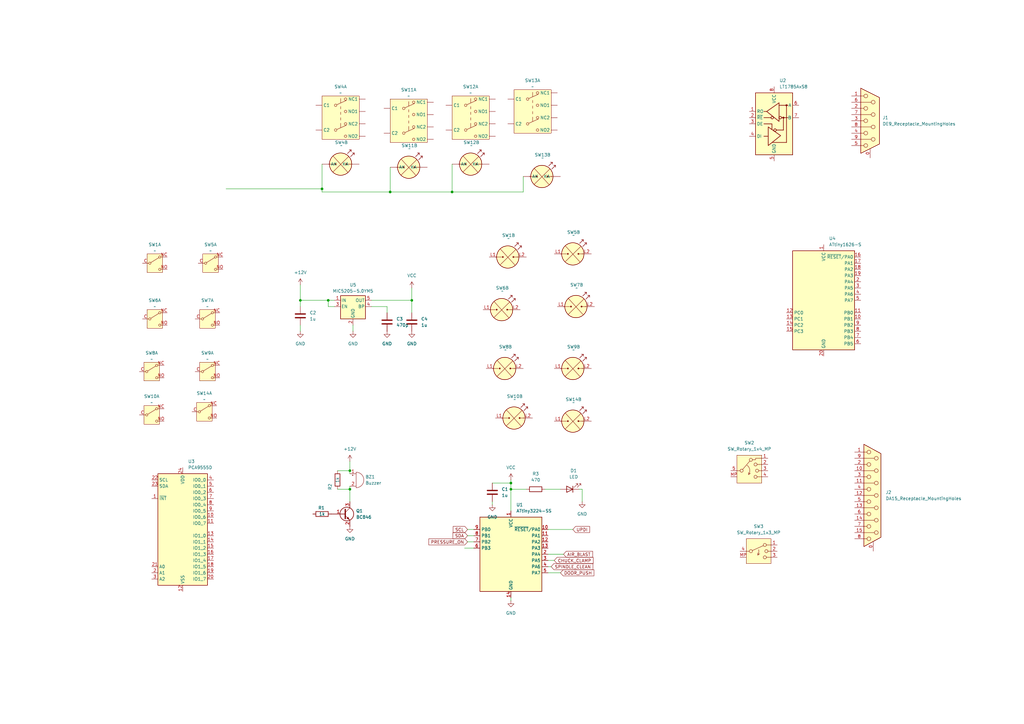
<source format=kicad_sch>
(kicad_sch
	(version 20231120)
	(generator "eeschema")
	(generator_version "8.0")
	(uuid "dce2781f-9bc2-4557-8c69-48d39e2ad8c2")
	(paper "A3")
	(lib_symbols
		(symbol "Connector:DA15_Receptacle_MountingHoles"
			(pin_names
				(offset 1.016) hide)
			(exclude_from_sim no)
			(in_bom yes)
			(on_board yes)
			(property "Reference" "J"
				(at 0 24.13 0)
				(effects
					(font
						(size 1.27 1.27)
					)
				)
			)
			(property "Value" "DA15_Receptacle_MountingHoles"
				(at 0 22.225 0)
				(effects
					(font
						(size 1.27 1.27)
					)
				)
			)
			(property "Footprint" ""
				(at 0 0 0)
				(effects
					(font
						(size 1.27 1.27)
					)
					(hide yes)
				)
			)
			(property "Datasheet" "~"
				(at 0 0 0)
				(effects
					(font
						(size 1.27 1.27)
					)
					(hide yes)
				)
			)
			(property "Description" "15-pin female receptacle socket D-SUB connector (low-density/2 columns), Mounting Hole"
				(at 0 0 0)
				(effects
					(font
						(size 1.27 1.27)
					)
					(hide yes)
				)
			)
			(property "ki_keywords" "female receptacle D-SUB connector"
				(at 0 0 0)
				(effects
					(font
						(size 1.27 1.27)
					)
					(hide yes)
				)
			)
			(property "ki_fp_filters" "DSUB*Female*"
				(at 0 0 0)
				(effects
					(font
						(size 1.27 1.27)
					)
					(hide yes)
				)
			)
			(symbol "DA15_Receptacle_MountingHoles_0_1"
				(circle
					(center -1.778 -17.78)
					(radius 0.762)
					(stroke
						(width 0)
						(type default)
					)
					(fill
						(type none)
					)
				)
				(circle
					(center -1.778 -12.7)
					(radius 0.762)
					(stroke
						(width 0)
						(type default)
					)
					(fill
						(type none)
					)
				)
				(circle
					(center -1.778 -7.62)
					(radius 0.762)
					(stroke
						(width 0)
						(type default)
					)
					(fill
						(type none)
					)
				)
				(circle
					(center -1.778 -2.54)
					(radius 0.762)
					(stroke
						(width 0)
						(type default)
					)
					(fill
						(type none)
					)
				)
				(circle
					(center -1.778 2.54)
					(radius 0.762)
					(stroke
						(width 0)
						(type default)
					)
					(fill
						(type none)
					)
				)
				(circle
					(center -1.778 7.62)
					(radius 0.762)
					(stroke
						(width 0)
						(type default)
					)
					(fill
						(type none)
					)
				)
				(circle
					(center -1.778 12.7)
					(radius 0.762)
					(stroke
						(width 0)
						(type default)
					)
					(fill
						(type none)
					)
				)
				(circle
					(center -1.778 17.78)
					(radius 0.762)
					(stroke
						(width 0)
						(type default)
					)
					(fill
						(type none)
					)
				)
				(polyline
					(pts
						(xy -3.81 -17.78) (xy -2.54 -17.78)
					)
					(stroke
						(width 0)
						(type default)
					)
					(fill
						(type none)
					)
				)
				(polyline
					(pts
						(xy -3.81 -15.24) (xy 0.508 -15.24)
					)
					(stroke
						(width 0)
						(type default)
					)
					(fill
						(type none)
					)
				)
				(polyline
					(pts
						(xy -3.81 -12.7) (xy -2.54 -12.7)
					)
					(stroke
						(width 0)
						(type default)
					)
					(fill
						(type none)
					)
				)
				(polyline
					(pts
						(xy -3.81 -10.16) (xy 0.508 -10.16)
					)
					(stroke
						(width 0)
						(type default)
					)
					(fill
						(type none)
					)
				)
				(polyline
					(pts
						(xy -3.81 -7.62) (xy -2.54 -7.62)
					)
					(stroke
						(width 0)
						(type default)
					)
					(fill
						(type none)
					)
				)
				(polyline
					(pts
						(xy -3.81 -5.08) (xy 0.508 -5.08)
					)
					(stroke
						(width 0)
						(type default)
					)
					(fill
						(type none)
					)
				)
				(polyline
					(pts
						(xy -3.81 -2.54) (xy -2.54 -2.54)
					)
					(stroke
						(width 0)
						(type default)
					)
					(fill
						(type none)
					)
				)
				(polyline
					(pts
						(xy -3.81 0) (xy 0.508 0)
					)
					(stroke
						(width 0)
						(type default)
					)
					(fill
						(type none)
					)
				)
				(polyline
					(pts
						(xy -3.81 2.54) (xy -2.54 2.54)
					)
					(stroke
						(width 0)
						(type default)
					)
					(fill
						(type none)
					)
				)
				(polyline
					(pts
						(xy -3.81 5.08) (xy 0.508 5.08)
					)
					(stroke
						(width 0)
						(type default)
					)
					(fill
						(type none)
					)
				)
				(polyline
					(pts
						(xy -3.81 7.62) (xy -2.54 7.62)
					)
					(stroke
						(width 0)
						(type default)
					)
					(fill
						(type none)
					)
				)
				(polyline
					(pts
						(xy -3.81 10.16) (xy 0.508 10.16)
					)
					(stroke
						(width 0)
						(type default)
					)
					(fill
						(type none)
					)
				)
				(polyline
					(pts
						(xy -3.81 12.7) (xy -2.54 12.7)
					)
					(stroke
						(width 0)
						(type default)
					)
					(fill
						(type none)
					)
				)
				(polyline
					(pts
						(xy -3.81 15.24) (xy 0.508 15.24)
					)
					(stroke
						(width 0)
						(type default)
					)
					(fill
						(type none)
					)
				)
				(polyline
					(pts
						(xy -3.81 17.78) (xy -2.54 17.78)
					)
					(stroke
						(width 0)
						(type default)
					)
					(fill
						(type none)
					)
				)
				(polyline
					(pts
						(xy -3.81 20.955) (xy 3.175 17.145) (xy 3.175 -17.145) (xy -3.81 -20.955) (xy -3.81 20.955)
					)
					(stroke
						(width 0.254)
						(type default)
					)
					(fill
						(type background)
					)
				)
				(circle
					(center 1.27 -15.24)
					(radius 0.762)
					(stroke
						(width 0)
						(type default)
					)
					(fill
						(type none)
					)
				)
				(circle
					(center 1.27 -10.16)
					(radius 0.762)
					(stroke
						(width 0)
						(type default)
					)
					(fill
						(type none)
					)
				)
				(circle
					(center 1.27 -5.08)
					(radius 0.762)
					(stroke
						(width 0)
						(type default)
					)
					(fill
						(type none)
					)
				)
				(circle
					(center 1.27 0)
					(radius 0.762)
					(stroke
						(width 0)
						(type default)
					)
					(fill
						(type none)
					)
				)
				(circle
					(center 1.27 5.08)
					(radius 0.762)
					(stroke
						(width 0)
						(type default)
					)
					(fill
						(type none)
					)
				)
				(circle
					(center 1.27 10.16)
					(radius 0.762)
					(stroke
						(width 0)
						(type default)
					)
					(fill
						(type none)
					)
				)
				(circle
					(center 1.27 15.24)
					(radius 0.762)
					(stroke
						(width 0)
						(type default)
					)
					(fill
						(type none)
					)
				)
			)
			(symbol "DA15_Receptacle_MountingHoles_1_1"
				(pin passive line
					(at 0 -22.86 90)
					(length 3.81)
					(name "PAD"
						(effects
							(font
								(size 1.27 1.27)
							)
						)
					)
					(number "0"
						(effects
							(font
								(size 1.27 1.27)
							)
						)
					)
				)
				(pin passive line
					(at -7.62 17.78 0)
					(length 3.81)
					(name "1"
						(effects
							(font
								(size 1.27 1.27)
							)
						)
					)
					(number "1"
						(effects
							(font
								(size 1.27 1.27)
							)
						)
					)
				)
				(pin passive line
					(at -7.62 10.16 0)
					(length 3.81)
					(name "P10"
						(effects
							(font
								(size 1.27 1.27)
							)
						)
					)
					(number "10"
						(effects
							(font
								(size 1.27 1.27)
							)
						)
					)
				)
				(pin passive line
					(at -7.62 5.08 0)
					(length 3.81)
					(name "P111"
						(effects
							(font
								(size 1.27 1.27)
							)
						)
					)
					(number "11"
						(effects
							(font
								(size 1.27 1.27)
							)
						)
					)
				)
				(pin passive line
					(at -7.62 0 0)
					(length 3.81)
					(name "P12"
						(effects
							(font
								(size 1.27 1.27)
							)
						)
					)
					(number "12"
						(effects
							(font
								(size 1.27 1.27)
							)
						)
					)
				)
				(pin passive line
					(at -7.62 -5.08 0)
					(length 3.81)
					(name "P13"
						(effects
							(font
								(size 1.27 1.27)
							)
						)
					)
					(number "13"
						(effects
							(font
								(size 1.27 1.27)
							)
						)
					)
				)
				(pin passive line
					(at -7.62 -10.16 0)
					(length 3.81)
					(name "P14"
						(effects
							(font
								(size 1.27 1.27)
							)
						)
					)
					(number "14"
						(effects
							(font
								(size 1.27 1.27)
							)
						)
					)
				)
				(pin passive line
					(at -7.62 -15.24 0)
					(length 3.81)
					(name "P15"
						(effects
							(font
								(size 1.27 1.27)
							)
						)
					)
					(number "15"
						(effects
							(font
								(size 1.27 1.27)
							)
						)
					)
				)
				(pin passive line
					(at -7.62 12.7 0)
					(length 3.81)
					(name "2"
						(effects
							(font
								(size 1.27 1.27)
							)
						)
					)
					(number "2"
						(effects
							(font
								(size 1.27 1.27)
							)
						)
					)
				)
				(pin passive line
					(at -7.62 7.62 0)
					(length 3.81)
					(name "3"
						(effects
							(font
								(size 1.27 1.27)
							)
						)
					)
					(number "3"
						(effects
							(font
								(size 1.27 1.27)
							)
						)
					)
				)
				(pin passive line
					(at -7.62 2.54 0)
					(length 3.81)
					(name "4"
						(effects
							(font
								(size 1.27 1.27)
							)
						)
					)
					(number "4"
						(effects
							(font
								(size 1.27 1.27)
							)
						)
					)
				)
				(pin passive line
					(at -7.62 -2.54 0)
					(length 3.81)
					(name "5"
						(effects
							(font
								(size 1.27 1.27)
							)
						)
					)
					(number "5"
						(effects
							(font
								(size 1.27 1.27)
							)
						)
					)
				)
				(pin passive line
					(at -7.62 -7.62 0)
					(length 3.81)
					(name "6"
						(effects
							(font
								(size 1.27 1.27)
							)
						)
					)
					(number "6"
						(effects
							(font
								(size 1.27 1.27)
							)
						)
					)
				)
				(pin passive line
					(at -7.62 -12.7 0)
					(length 3.81)
					(name "7"
						(effects
							(font
								(size 1.27 1.27)
							)
						)
					)
					(number "7"
						(effects
							(font
								(size 1.27 1.27)
							)
						)
					)
				)
				(pin passive line
					(at -7.62 -17.78 0)
					(length 3.81)
					(name "8"
						(effects
							(font
								(size 1.27 1.27)
							)
						)
					)
					(number "8"
						(effects
							(font
								(size 1.27 1.27)
							)
						)
					)
				)
				(pin passive line
					(at -7.62 15.24 0)
					(length 3.81)
					(name "P9"
						(effects
							(font
								(size 1.27 1.27)
							)
						)
					)
					(number "9"
						(effects
							(font
								(size 1.27 1.27)
							)
						)
					)
				)
			)
		)
		(symbol "Connector:DE9_Receptacle_MountingHoles"
			(pin_names
				(offset 1.016) hide)
			(exclude_from_sim no)
			(in_bom yes)
			(on_board yes)
			(property "Reference" "J"
				(at 0 16.51 0)
				(effects
					(font
						(size 1.27 1.27)
					)
				)
			)
			(property "Value" "DE9_Receptacle_MountingHoles"
				(at 0 14.605 0)
				(effects
					(font
						(size 1.27 1.27)
					)
				)
			)
			(property "Footprint" ""
				(at 0 0 0)
				(effects
					(font
						(size 1.27 1.27)
					)
					(hide yes)
				)
			)
			(property "Datasheet" "~"
				(at 0 0 0)
				(effects
					(font
						(size 1.27 1.27)
					)
					(hide yes)
				)
			)
			(property "Description" "9-pin female receptacle socket D-SUB connector, Mounting Hole"
				(at 0 0 0)
				(effects
					(font
						(size 1.27 1.27)
					)
					(hide yes)
				)
			)
			(property "ki_keywords" "connector receptacle female D-SUB DB9"
				(at 0 0 0)
				(effects
					(font
						(size 1.27 1.27)
					)
					(hide yes)
				)
			)
			(property "ki_fp_filters" "DSUB*Female*"
				(at 0 0 0)
				(effects
					(font
						(size 1.27 1.27)
					)
					(hide yes)
				)
			)
			(symbol "DE9_Receptacle_MountingHoles_0_1"
				(circle
					(center -1.778 -10.16)
					(radius 0.762)
					(stroke
						(width 0)
						(type default)
					)
					(fill
						(type none)
					)
				)
				(circle
					(center -1.778 -5.08)
					(radius 0.762)
					(stroke
						(width 0)
						(type default)
					)
					(fill
						(type none)
					)
				)
				(circle
					(center -1.778 0)
					(radius 0.762)
					(stroke
						(width 0)
						(type default)
					)
					(fill
						(type none)
					)
				)
				(circle
					(center -1.778 5.08)
					(radius 0.762)
					(stroke
						(width 0)
						(type default)
					)
					(fill
						(type none)
					)
				)
				(circle
					(center -1.778 10.16)
					(radius 0.762)
					(stroke
						(width 0)
						(type default)
					)
					(fill
						(type none)
					)
				)
				(polyline
					(pts
						(xy -3.81 -10.16) (xy -2.54 -10.16)
					)
					(stroke
						(width 0)
						(type default)
					)
					(fill
						(type none)
					)
				)
				(polyline
					(pts
						(xy -3.81 -7.62) (xy 0.508 -7.62)
					)
					(stroke
						(width 0)
						(type default)
					)
					(fill
						(type none)
					)
				)
				(polyline
					(pts
						(xy -3.81 -5.08) (xy -2.54 -5.08)
					)
					(stroke
						(width 0)
						(type default)
					)
					(fill
						(type none)
					)
				)
				(polyline
					(pts
						(xy -3.81 -2.54) (xy 0.508 -2.54)
					)
					(stroke
						(width 0)
						(type default)
					)
					(fill
						(type none)
					)
				)
				(polyline
					(pts
						(xy -3.81 0) (xy -2.54 0)
					)
					(stroke
						(width 0)
						(type default)
					)
					(fill
						(type none)
					)
				)
				(polyline
					(pts
						(xy -3.81 2.54) (xy 0.508 2.54)
					)
					(stroke
						(width 0)
						(type default)
					)
					(fill
						(type none)
					)
				)
				(polyline
					(pts
						(xy -3.81 5.08) (xy -2.54 5.08)
					)
					(stroke
						(width 0)
						(type default)
					)
					(fill
						(type none)
					)
				)
				(polyline
					(pts
						(xy -3.81 7.62) (xy 0.508 7.62)
					)
					(stroke
						(width 0)
						(type default)
					)
					(fill
						(type none)
					)
				)
				(polyline
					(pts
						(xy -3.81 10.16) (xy -2.54 10.16)
					)
					(stroke
						(width 0)
						(type default)
					)
					(fill
						(type none)
					)
				)
				(polyline
					(pts
						(xy -3.81 13.335) (xy -3.81 -13.335) (xy 3.81 -9.525) (xy 3.81 9.525) (xy -3.81 13.335)
					)
					(stroke
						(width 0.254)
						(type default)
					)
					(fill
						(type background)
					)
				)
				(circle
					(center 1.27 -7.62)
					(radius 0.762)
					(stroke
						(width 0)
						(type default)
					)
					(fill
						(type none)
					)
				)
				(circle
					(center 1.27 -2.54)
					(radius 0.762)
					(stroke
						(width 0)
						(type default)
					)
					(fill
						(type none)
					)
				)
				(circle
					(center 1.27 2.54)
					(radius 0.762)
					(stroke
						(width 0)
						(type default)
					)
					(fill
						(type none)
					)
				)
				(circle
					(center 1.27 7.62)
					(radius 0.762)
					(stroke
						(width 0)
						(type default)
					)
					(fill
						(type none)
					)
				)
			)
			(symbol "DE9_Receptacle_MountingHoles_1_1"
				(pin passive line
					(at 0 -15.24 90)
					(length 3.81)
					(name "PAD"
						(effects
							(font
								(size 1.27 1.27)
							)
						)
					)
					(number "0"
						(effects
							(font
								(size 1.27 1.27)
							)
						)
					)
				)
				(pin passive line
					(at -7.62 10.16 0)
					(length 3.81)
					(name "1"
						(effects
							(font
								(size 1.27 1.27)
							)
						)
					)
					(number "1"
						(effects
							(font
								(size 1.27 1.27)
							)
						)
					)
				)
				(pin passive line
					(at -7.62 5.08 0)
					(length 3.81)
					(name "2"
						(effects
							(font
								(size 1.27 1.27)
							)
						)
					)
					(number "2"
						(effects
							(font
								(size 1.27 1.27)
							)
						)
					)
				)
				(pin passive line
					(at -7.62 0 0)
					(length 3.81)
					(name "3"
						(effects
							(font
								(size 1.27 1.27)
							)
						)
					)
					(number "3"
						(effects
							(font
								(size 1.27 1.27)
							)
						)
					)
				)
				(pin passive line
					(at -7.62 -5.08 0)
					(length 3.81)
					(name "4"
						(effects
							(font
								(size 1.27 1.27)
							)
						)
					)
					(number "4"
						(effects
							(font
								(size 1.27 1.27)
							)
						)
					)
				)
				(pin passive line
					(at -7.62 -10.16 0)
					(length 3.81)
					(name "5"
						(effects
							(font
								(size 1.27 1.27)
							)
						)
					)
					(number "5"
						(effects
							(font
								(size 1.27 1.27)
							)
						)
					)
				)
				(pin passive line
					(at -7.62 7.62 0)
					(length 3.81)
					(name "6"
						(effects
							(font
								(size 1.27 1.27)
							)
						)
					)
					(number "6"
						(effects
							(font
								(size 1.27 1.27)
							)
						)
					)
				)
				(pin passive line
					(at -7.62 2.54 0)
					(length 3.81)
					(name "7"
						(effects
							(font
								(size 1.27 1.27)
							)
						)
					)
					(number "7"
						(effects
							(font
								(size 1.27 1.27)
							)
						)
					)
				)
				(pin passive line
					(at -7.62 -2.54 0)
					(length 3.81)
					(name "8"
						(effects
							(font
								(size 1.27 1.27)
							)
						)
					)
					(number "8"
						(effects
							(font
								(size 1.27 1.27)
							)
						)
					)
				)
				(pin passive line
					(at -7.62 -7.62 0)
					(length 3.81)
					(name "9"
						(effects
							(font
								(size 1.27 1.27)
							)
						)
					)
					(number "9"
						(effects
							(font
								(size 1.27 1.27)
							)
						)
					)
				)
			)
		)
		(symbol "Device:Buzzer"
			(pin_names
				(offset 0.0254) hide)
			(exclude_from_sim no)
			(in_bom yes)
			(on_board yes)
			(property "Reference" "BZ"
				(at 3.81 1.27 0)
				(effects
					(font
						(size 1.27 1.27)
					)
					(justify left)
				)
			)
			(property "Value" "Buzzer"
				(at 3.81 -1.27 0)
				(effects
					(font
						(size 1.27 1.27)
					)
					(justify left)
				)
			)
			(property "Footprint" ""
				(at -0.635 2.54 90)
				(effects
					(font
						(size 1.27 1.27)
					)
					(hide yes)
				)
			)
			(property "Datasheet" "~"
				(at -0.635 2.54 90)
				(effects
					(font
						(size 1.27 1.27)
					)
					(hide yes)
				)
			)
			(property "Description" "Buzzer, polarized"
				(at 0 0 0)
				(effects
					(font
						(size 1.27 1.27)
					)
					(hide yes)
				)
			)
			(property "ki_keywords" "quartz resonator ceramic"
				(at 0 0 0)
				(effects
					(font
						(size 1.27 1.27)
					)
					(hide yes)
				)
			)
			(property "ki_fp_filters" "*Buzzer*"
				(at 0 0 0)
				(effects
					(font
						(size 1.27 1.27)
					)
					(hide yes)
				)
			)
			(symbol "Buzzer_0_1"
				(arc
					(start 0 -3.175)
					(mid 3.1612 0)
					(end 0 3.175)
					(stroke
						(width 0)
						(type default)
					)
					(fill
						(type none)
					)
				)
				(polyline
					(pts
						(xy -1.651 1.905) (xy -1.143 1.905)
					)
					(stroke
						(width 0)
						(type default)
					)
					(fill
						(type none)
					)
				)
				(polyline
					(pts
						(xy -1.397 2.159) (xy -1.397 1.651)
					)
					(stroke
						(width 0)
						(type default)
					)
					(fill
						(type none)
					)
				)
				(polyline
					(pts
						(xy 0 3.175) (xy 0 -3.175)
					)
					(stroke
						(width 0)
						(type default)
					)
					(fill
						(type none)
					)
				)
			)
			(symbol "Buzzer_1_1"
				(pin passive line
					(at -2.54 2.54 0)
					(length 2.54)
					(name "+"
						(effects
							(font
								(size 1.27 1.27)
							)
						)
					)
					(number "1"
						(effects
							(font
								(size 1.27 1.27)
							)
						)
					)
				)
				(pin passive line
					(at -2.54 -2.54 0)
					(length 2.54)
					(name "-"
						(effects
							(font
								(size 1.27 1.27)
							)
						)
					)
					(number "2"
						(effects
							(font
								(size 1.27 1.27)
							)
						)
					)
				)
			)
		)
		(symbol "Device:C"
			(pin_numbers hide)
			(pin_names
				(offset 0.254)
			)
			(exclude_from_sim no)
			(in_bom yes)
			(on_board yes)
			(property "Reference" "C"
				(at 0.635 2.54 0)
				(effects
					(font
						(size 1.27 1.27)
					)
					(justify left)
				)
			)
			(property "Value" "C"
				(at 0.635 -2.54 0)
				(effects
					(font
						(size 1.27 1.27)
					)
					(justify left)
				)
			)
			(property "Footprint" ""
				(at 0.9652 -3.81 0)
				(effects
					(font
						(size 1.27 1.27)
					)
					(hide yes)
				)
			)
			(property "Datasheet" "~"
				(at 0 0 0)
				(effects
					(font
						(size 1.27 1.27)
					)
					(hide yes)
				)
			)
			(property "Description" "Unpolarized capacitor"
				(at 0 0 0)
				(effects
					(font
						(size 1.27 1.27)
					)
					(hide yes)
				)
			)
			(property "ki_keywords" "cap capacitor"
				(at 0 0 0)
				(effects
					(font
						(size 1.27 1.27)
					)
					(hide yes)
				)
			)
			(property "ki_fp_filters" "C_*"
				(at 0 0 0)
				(effects
					(font
						(size 1.27 1.27)
					)
					(hide yes)
				)
			)
			(symbol "C_0_1"
				(polyline
					(pts
						(xy -2.032 -0.762) (xy 2.032 -0.762)
					)
					(stroke
						(width 0.508)
						(type default)
					)
					(fill
						(type none)
					)
				)
				(polyline
					(pts
						(xy -2.032 0.762) (xy 2.032 0.762)
					)
					(stroke
						(width 0.508)
						(type default)
					)
					(fill
						(type none)
					)
				)
			)
			(symbol "C_1_1"
				(pin passive line
					(at 0 3.81 270)
					(length 2.794)
					(name "~"
						(effects
							(font
								(size 1.27 1.27)
							)
						)
					)
					(number "1"
						(effects
							(font
								(size 1.27 1.27)
							)
						)
					)
				)
				(pin passive line
					(at 0 -3.81 90)
					(length 2.794)
					(name "~"
						(effects
							(font
								(size 1.27 1.27)
							)
						)
					)
					(number "2"
						(effects
							(font
								(size 1.27 1.27)
							)
						)
					)
				)
			)
		)
		(symbol "Device:LED"
			(pin_numbers hide)
			(pin_names
				(offset 1.016) hide)
			(exclude_from_sim no)
			(in_bom yes)
			(on_board yes)
			(property "Reference" "D"
				(at 0 2.54 0)
				(effects
					(font
						(size 1.27 1.27)
					)
				)
			)
			(property "Value" "LED"
				(at 0 -2.54 0)
				(effects
					(font
						(size 1.27 1.27)
					)
				)
			)
			(property "Footprint" ""
				(at 0 0 0)
				(effects
					(font
						(size 1.27 1.27)
					)
					(hide yes)
				)
			)
			(property "Datasheet" "~"
				(at 0 0 0)
				(effects
					(font
						(size 1.27 1.27)
					)
					(hide yes)
				)
			)
			(property "Description" "Light emitting diode"
				(at 0 0 0)
				(effects
					(font
						(size 1.27 1.27)
					)
					(hide yes)
				)
			)
			(property "ki_keywords" "LED diode"
				(at 0 0 0)
				(effects
					(font
						(size 1.27 1.27)
					)
					(hide yes)
				)
			)
			(property "ki_fp_filters" "LED* LED_SMD:* LED_THT:*"
				(at 0 0 0)
				(effects
					(font
						(size 1.27 1.27)
					)
					(hide yes)
				)
			)
			(symbol "LED_0_1"
				(polyline
					(pts
						(xy -1.27 -1.27) (xy -1.27 1.27)
					)
					(stroke
						(width 0.254)
						(type default)
					)
					(fill
						(type none)
					)
				)
				(polyline
					(pts
						(xy -1.27 0) (xy 1.27 0)
					)
					(stroke
						(width 0)
						(type default)
					)
					(fill
						(type none)
					)
				)
				(polyline
					(pts
						(xy 1.27 -1.27) (xy 1.27 1.27) (xy -1.27 0) (xy 1.27 -1.27)
					)
					(stroke
						(width 0.254)
						(type default)
					)
					(fill
						(type none)
					)
				)
				(polyline
					(pts
						(xy -3.048 -0.762) (xy -4.572 -2.286) (xy -3.81 -2.286) (xy -4.572 -2.286) (xy -4.572 -1.524)
					)
					(stroke
						(width 0)
						(type default)
					)
					(fill
						(type none)
					)
				)
				(polyline
					(pts
						(xy -1.778 -0.762) (xy -3.302 -2.286) (xy -2.54 -2.286) (xy -3.302 -2.286) (xy -3.302 -1.524)
					)
					(stroke
						(width 0)
						(type default)
					)
					(fill
						(type none)
					)
				)
			)
			(symbol "LED_1_1"
				(pin passive line
					(at -3.81 0 0)
					(length 2.54)
					(name "K"
						(effects
							(font
								(size 1.27 1.27)
							)
						)
					)
					(number "1"
						(effects
							(font
								(size 1.27 1.27)
							)
						)
					)
				)
				(pin passive line
					(at 3.81 0 180)
					(length 2.54)
					(name "A"
						(effects
							(font
								(size 1.27 1.27)
							)
						)
					)
					(number "2"
						(effects
							(font
								(size 1.27 1.27)
							)
						)
					)
				)
			)
		)
		(symbol "Device:R"
			(pin_numbers hide)
			(pin_names
				(offset 0)
			)
			(exclude_from_sim no)
			(in_bom yes)
			(on_board yes)
			(property "Reference" "R"
				(at 2.032 0 90)
				(effects
					(font
						(size 1.27 1.27)
					)
				)
			)
			(property "Value" "R"
				(at 0 0 90)
				(effects
					(font
						(size 1.27 1.27)
					)
				)
			)
			(property "Footprint" ""
				(at -1.778 0 90)
				(effects
					(font
						(size 1.27 1.27)
					)
					(hide yes)
				)
			)
			(property "Datasheet" "~"
				(at 0 0 0)
				(effects
					(font
						(size 1.27 1.27)
					)
					(hide yes)
				)
			)
			(property "Description" "Resistor"
				(at 0 0 0)
				(effects
					(font
						(size 1.27 1.27)
					)
					(hide yes)
				)
			)
			(property "ki_keywords" "R res resistor"
				(at 0 0 0)
				(effects
					(font
						(size 1.27 1.27)
					)
					(hide yes)
				)
			)
			(property "ki_fp_filters" "R_*"
				(at 0 0 0)
				(effects
					(font
						(size 1.27 1.27)
					)
					(hide yes)
				)
			)
			(symbol "R_0_1"
				(rectangle
					(start -1.016 -2.54)
					(end 1.016 2.54)
					(stroke
						(width 0.254)
						(type default)
					)
					(fill
						(type none)
					)
				)
			)
			(symbol "R_1_1"
				(pin passive line
					(at 0 3.81 270)
					(length 1.27)
					(name "~"
						(effects
							(font
								(size 1.27 1.27)
							)
						)
					)
					(number "1"
						(effects
							(font
								(size 1.27 1.27)
							)
						)
					)
				)
				(pin passive line
					(at 0 -3.81 90)
					(length 1.27)
					(name "~"
						(effects
							(font
								(size 1.27 1.27)
							)
						)
					)
					(number "2"
						(effects
							(font
								(size 1.27 1.27)
							)
						)
					)
				)
			)
		)
		(symbol "Interface_Expansion:PCA9555D"
			(exclude_from_sim no)
			(in_bom yes)
			(on_board yes)
			(property "Reference" "U"
				(at -8.89 24.13 0)
				(effects
					(font
						(size 1.27 1.27)
					)
				)
			)
			(property "Value" "PCA9555D"
				(at 6.35 24.13 0)
				(effects
					(font
						(size 1.27 1.27)
					)
				)
			)
			(property "Footprint" "Package_SO:SOIC-24W_7.5x15.4mm_P1.27mm"
				(at 24.13 -25.4 0)
				(effects
					(font
						(size 1.27 1.27)
					)
					(hide yes)
				)
			)
			(property "Datasheet" "https://www.nxp.com/docs/en/data-sheet/PCA9555.pdf"
				(at 0 0 0)
				(effects
					(font
						(size 1.27 1.27)
					)
					(hide yes)
				)
			)
			(property "Description" "IO expander 16 GPIO, I2C 400kHz, Interrupt, 2.3 - 5.5V, SOIC-24"
				(at 0 0 0)
				(effects
					(font
						(size 1.27 1.27)
					)
					(hide yes)
				)
			)
			(property "ki_keywords" "I2C TWI IO expander"
				(at 0 0 0)
				(effects
					(font
						(size 1.27 1.27)
					)
					(hide yes)
				)
			)
			(property "ki_fp_filters" "SOIC*7.5x15.4mm*P1.27mm*"
				(at 0 0 0)
				(effects
					(font
						(size 1.27 1.27)
					)
					(hide yes)
				)
			)
			(symbol "PCA9555D_0_1"
				(rectangle
					(start -10.16 22.86)
					(end 10.16 -22.86)
					(stroke
						(width 0.254)
						(type default)
					)
					(fill
						(type background)
					)
				)
			)
			(symbol "PCA9555D_1_1"
				(pin open_collector line
					(at -12.7 12.7 0)
					(length 2.54)
					(name "~{INT}"
						(effects
							(font
								(size 1.27 1.27)
							)
						)
					)
					(number "1"
						(effects
							(font
								(size 1.27 1.27)
							)
						)
					)
				)
				(pin bidirectional line
					(at 12.7 5.08 180)
					(length 2.54)
					(name "IO0_6"
						(effects
							(font
								(size 1.27 1.27)
							)
						)
					)
					(number "10"
						(effects
							(font
								(size 1.27 1.27)
							)
						)
					)
				)
				(pin bidirectional line
					(at 12.7 2.54 180)
					(length 2.54)
					(name "IO0_7"
						(effects
							(font
								(size 1.27 1.27)
							)
						)
					)
					(number "11"
						(effects
							(font
								(size 1.27 1.27)
							)
						)
					)
				)
				(pin power_in line
					(at 0 -25.4 90)
					(length 2.54)
					(name "VSS"
						(effects
							(font
								(size 1.27 1.27)
							)
						)
					)
					(number "12"
						(effects
							(font
								(size 1.27 1.27)
							)
						)
					)
				)
				(pin bidirectional line
					(at 12.7 -2.54 180)
					(length 2.54)
					(name "IO1_0"
						(effects
							(font
								(size 1.27 1.27)
							)
						)
					)
					(number "13"
						(effects
							(font
								(size 1.27 1.27)
							)
						)
					)
				)
				(pin bidirectional line
					(at 12.7 -5.08 180)
					(length 2.54)
					(name "IO1_1"
						(effects
							(font
								(size 1.27 1.27)
							)
						)
					)
					(number "14"
						(effects
							(font
								(size 1.27 1.27)
							)
						)
					)
				)
				(pin bidirectional line
					(at 12.7 -7.62 180)
					(length 2.54)
					(name "IO1_2"
						(effects
							(font
								(size 1.27 1.27)
							)
						)
					)
					(number "15"
						(effects
							(font
								(size 1.27 1.27)
							)
						)
					)
				)
				(pin bidirectional line
					(at 12.7 -10.16 180)
					(length 2.54)
					(name "IO1_3"
						(effects
							(font
								(size 1.27 1.27)
							)
						)
					)
					(number "16"
						(effects
							(font
								(size 1.27 1.27)
							)
						)
					)
				)
				(pin bidirectional line
					(at 12.7 -12.7 180)
					(length 2.54)
					(name "IO1_4"
						(effects
							(font
								(size 1.27 1.27)
							)
						)
					)
					(number "17"
						(effects
							(font
								(size 1.27 1.27)
							)
						)
					)
				)
				(pin bidirectional line
					(at 12.7 -15.24 180)
					(length 2.54)
					(name "IO1_5"
						(effects
							(font
								(size 1.27 1.27)
							)
						)
					)
					(number "18"
						(effects
							(font
								(size 1.27 1.27)
							)
						)
					)
				)
				(pin bidirectional line
					(at 12.7 -17.78 180)
					(length 2.54)
					(name "IO1_6"
						(effects
							(font
								(size 1.27 1.27)
							)
						)
					)
					(number "19"
						(effects
							(font
								(size 1.27 1.27)
							)
						)
					)
				)
				(pin input line
					(at -12.7 -17.78 0)
					(length 2.54)
					(name "A1"
						(effects
							(font
								(size 1.27 1.27)
							)
						)
					)
					(number "2"
						(effects
							(font
								(size 1.27 1.27)
							)
						)
					)
				)
				(pin bidirectional line
					(at 12.7 -20.32 180)
					(length 2.54)
					(name "IO1_7"
						(effects
							(font
								(size 1.27 1.27)
							)
						)
					)
					(number "20"
						(effects
							(font
								(size 1.27 1.27)
							)
						)
					)
				)
				(pin input line
					(at -12.7 -15.24 0)
					(length 2.54)
					(name "A0"
						(effects
							(font
								(size 1.27 1.27)
							)
						)
					)
					(number "21"
						(effects
							(font
								(size 1.27 1.27)
							)
						)
					)
				)
				(pin input line
					(at -12.7 20.32 0)
					(length 2.54)
					(name "SCL"
						(effects
							(font
								(size 1.27 1.27)
							)
						)
					)
					(number "22"
						(effects
							(font
								(size 1.27 1.27)
							)
						)
					)
				)
				(pin bidirectional line
					(at -12.7 17.78 0)
					(length 2.54)
					(name "SDA"
						(effects
							(font
								(size 1.27 1.27)
							)
						)
					)
					(number "23"
						(effects
							(font
								(size 1.27 1.27)
							)
						)
					)
				)
				(pin power_in line
					(at 0 25.4 270)
					(length 2.54)
					(name "VDD"
						(effects
							(font
								(size 1.27 1.27)
							)
						)
					)
					(number "24"
						(effects
							(font
								(size 1.27 1.27)
							)
						)
					)
				)
				(pin input line
					(at -12.7 -20.32 0)
					(length 2.54)
					(name "A2"
						(effects
							(font
								(size 1.27 1.27)
							)
						)
					)
					(number "3"
						(effects
							(font
								(size 1.27 1.27)
							)
						)
					)
				)
				(pin bidirectional line
					(at 12.7 20.32 180)
					(length 2.54)
					(name "IO0_0"
						(effects
							(font
								(size 1.27 1.27)
							)
						)
					)
					(number "4"
						(effects
							(font
								(size 1.27 1.27)
							)
						)
					)
				)
				(pin bidirectional line
					(at 12.7 17.78 180)
					(length 2.54)
					(name "IO0_1"
						(effects
							(font
								(size 1.27 1.27)
							)
						)
					)
					(number "5"
						(effects
							(font
								(size 1.27 1.27)
							)
						)
					)
				)
				(pin bidirectional line
					(at 12.7 15.24 180)
					(length 2.54)
					(name "IO0_2"
						(effects
							(font
								(size 1.27 1.27)
							)
						)
					)
					(number "6"
						(effects
							(font
								(size 1.27 1.27)
							)
						)
					)
				)
				(pin bidirectional line
					(at 12.7 12.7 180)
					(length 2.54)
					(name "IO0_3"
						(effects
							(font
								(size 1.27 1.27)
							)
						)
					)
					(number "7"
						(effects
							(font
								(size 1.27 1.27)
							)
						)
					)
				)
				(pin bidirectional line
					(at 12.7 10.16 180)
					(length 2.54)
					(name "IO0_4"
						(effects
							(font
								(size 1.27 1.27)
							)
						)
					)
					(number "8"
						(effects
							(font
								(size 1.27 1.27)
							)
						)
					)
				)
				(pin bidirectional line
					(at 12.7 7.62 180)
					(length 2.54)
					(name "IO0_5"
						(effects
							(font
								(size 1.27 1.27)
							)
						)
					)
					(number "9"
						(effects
							(font
								(size 1.27 1.27)
							)
						)
					)
				)
			)
		)
		(symbol "Interface_UART:LT1785AxS8"
			(exclude_from_sim no)
			(in_bom yes)
			(on_board yes)
			(property "Reference" "U"
				(at -6.985 13.97 0)
				(effects
					(font
						(size 1.27 1.27)
					)
				)
			)
			(property "Value" "LT1785AxS8"
				(at 7.62 13.97 0)
				(effects
					(font
						(size 1.27 1.27)
					)
				)
			)
			(property "Footprint" "Package_SO:SOIC-8_3.9x4.9mm_P1.27mm"
				(at 0 -22.86 0)
				(effects
					(font
						(size 1.27 1.27)
					)
					(hide yes)
				)
			)
			(property "Datasheet" "https://www.analog.com/media/en/technical-documentation/data-sheets/LT1785-1785A-1791-1791A.pdf"
				(at -12.7 2.54 0)
				(effects
					(font
						(size 1.27 1.27)
					)
					(hide yes)
				)
			)
			(property "Description" "RS-485, RS-422 Half duplex 250kbps transceiver, fail-safe receiver, SOIC-8"
				(at 0 0 0)
				(effects
					(font
						(size 1.27 1.27)
					)
					(hide yes)
				)
			)
			(property "ki_keywords" "RS485 RS422 transceiver half duplex"
				(at 0 0 0)
				(effects
					(font
						(size 1.27 1.27)
					)
					(hide yes)
				)
			)
			(property "ki_fp_filters" "SOIC*3.9x4.9mm*P1.27mm*"
				(at 0 0 0)
				(effects
					(font
						(size 1.27 1.27)
					)
					(hide yes)
				)
			)
			(symbol "LT1785AxS8_0_1"
				(rectangle
					(start -7.62 12.7)
					(end 7.62 -12.7)
					(stroke
						(width 0.254)
						(type default)
					)
					(fill
						(type background)
					)
				)
				(polyline
					(pts
						(xy -4.191 2.54) (xy -1.27 2.54)
					)
					(stroke
						(width 0.254)
						(type default)
					)
					(fill
						(type none)
					)
				)
				(polyline
					(pts
						(xy -2.54 -5.08) (xy -4.191 -5.08)
					)
					(stroke
						(width 0.254)
						(type default)
					)
					(fill
						(type none)
					)
				)
				(polyline
					(pts
						(xy -0.635 -7.62) (xy 5.08 -7.62)
					)
					(stroke
						(width 0.254)
						(type default)
					)
					(fill
						(type none)
					)
				)
				(polyline
					(pts
						(xy 0.889 -2.54) (xy 3.81 -2.54)
					)
					(stroke
						(width 0.254)
						(type default)
					)
					(fill
						(type none)
					)
				)
				(polyline
					(pts
						(xy 2.032 7.62) (xy 5.715 7.62)
					)
					(stroke
						(width 0.254)
						(type default)
					)
					(fill
						(type none)
					)
				)
				(polyline
					(pts
						(xy 3.048 2.54) (xy 5.715 2.54)
					)
					(stroke
						(width 0.254)
						(type default)
					)
					(fill
						(type none)
					)
				)
				(polyline
					(pts
						(xy 3.81 -2.54) (xy 3.81 2.54)
					)
					(stroke
						(width 0.254)
						(type default)
					)
					(fill
						(type none)
					)
				)
				(polyline
					(pts
						(xy 5.08 -7.62) (xy 5.08 7.62)
					)
					(stroke
						(width 0.254)
						(type default)
					)
					(fill
						(type none)
					)
				)
				(polyline
					(pts
						(xy -4.191 0) (xy -0.889 0) (xy -0.889 -2.286)
					)
					(stroke
						(width 0.254)
						(type default)
					)
					(fill
						(type none)
					)
				)
				(polyline
					(pts
						(xy -3.175 5.08) (xy -4.191 5.08) (xy -4.064 5.08)
					)
					(stroke
						(width 0.254)
						(type default)
					)
					(fill
						(type none)
					)
				)
				(polyline
					(pts
						(xy -2.413 -5.08) (xy -2.413 -1.27) (xy 2.667 -4.826) (xy -2.413 -8.89) (xy -2.413 -5.08)
					)
					(stroke
						(width 0.254)
						(type default)
					)
					(fill
						(type none)
					)
				)
				(circle
					(center 0.381 -2.54)
					(radius 0.508)
					(stroke
						(width 0.254)
						(type default)
					)
					(fill
						(type none)
					)
				)
				(circle
					(center 3.81 2.54)
					(radius 0.2794)
					(stroke
						(width 0.254)
						(type default)
					)
					(fill
						(type outline)
					)
				)
			)
			(symbol "LT1785AxS8_1_1"
				(circle
					(center -0.762 2.54)
					(radius 0.508)
					(stroke
						(width 0.254)
						(type default)
					)
					(fill
						(type none)
					)
				)
				(polyline
					(pts
						(xy 2.032 4.826) (xy 2.032 8.636) (xy -3.048 5.08) (xy 2.032 1.016) (xy 2.032 4.826)
					)
					(stroke
						(width 0.254)
						(type default)
					)
					(fill
						(type none)
					)
				)
				(circle
					(center 2.54 2.54)
					(radius 0.508)
					(stroke
						(width 0.254)
						(type default)
					)
					(fill
						(type none)
					)
				)
				(circle
					(center 5.08 7.62)
					(radius 0.2794)
					(stroke
						(width 0.254)
						(type default)
					)
					(fill
						(type outline)
					)
				)
				(pin output line
					(at -10.16 5.08 0)
					(length 2.54)
					(name "RO"
						(effects
							(font
								(size 1.27 1.27)
							)
						)
					)
					(number "1"
						(effects
							(font
								(size 1.27 1.27)
							)
						)
					)
				)
				(pin input line
					(at -10.16 2.54 0)
					(length 2.54)
					(name "~{RE}"
						(effects
							(font
								(size 1.27 1.27)
							)
						)
					)
					(number "2"
						(effects
							(font
								(size 1.27 1.27)
							)
						)
					)
				)
				(pin input line
					(at -10.16 0 0)
					(length 2.54)
					(name "DE"
						(effects
							(font
								(size 1.27 1.27)
							)
						)
					)
					(number "3"
						(effects
							(font
								(size 1.27 1.27)
							)
						)
					)
				)
				(pin input line
					(at -10.16 -5.08 0)
					(length 2.54)
					(name "DI"
						(effects
							(font
								(size 1.27 1.27)
							)
						)
					)
					(number "4"
						(effects
							(font
								(size 1.27 1.27)
							)
						)
					)
				)
				(pin power_in line
					(at 0 -15.24 90)
					(length 2.54)
					(name "GND"
						(effects
							(font
								(size 1.27 1.27)
							)
						)
					)
					(number "5"
						(effects
							(font
								(size 1.27 1.27)
							)
						)
					)
				)
				(pin bidirectional line
					(at 10.16 7.62 180)
					(length 2.54)
					(name "A"
						(effects
							(font
								(size 1.27 1.27)
							)
						)
					)
					(number "6"
						(effects
							(font
								(size 1.27 1.27)
							)
						)
					)
				)
				(pin bidirectional line
					(at 10.16 2.54 180)
					(length 2.54)
					(name "B"
						(effects
							(font
								(size 1.27 1.27)
							)
						)
					)
					(number "7"
						(effects
							(font
								(size 1.27 1.27)
							)
						)
					)
				)
				(pin power_in line
					(at 0 15.24 270)
					(length 2.54)
					(name "VCC"
						(effects
							(font
								(size 1.27 1.27)
							)
						)
					)
					(number "8"
						(effects
							(font
								(size 1.27 1.27)
							)
						)
					)
				)
			)
		)
		(symbol "MCU_Microchip_ATtiny:ATtiny3224-SS"
			(exclude_from_sim no)
			(in_bom yes)
			(on_board yes)
			(property "Reference" "U"
				(at -12.7 16.51 0)
				(effects
					(font
						(size 1.27 1.27)
					)
					(justify left bottom)
				)
			)
			(property "Value" "ATtiny3224-SS"
				(at 2.54 -16.51 0)
				(effects
					(font
						(size 1.27 1.27)
					)
					(justify left top)
				)
			)
			(property "Footprint" "Package_SO:SOIC-14_3.9x8.7mm_P1.27mm"
				(at 0 0 0)
				(effects
					(font
						(size 1.27 1.27)
						(italic yes)
					)
					(hide yes)
				)
			)
			(property "Datasheet" "https://ww1.microchip.com/downloads/en/DeviceDoc/ATtiny3224-3226-3227-Data-Sheet-DS40002345A.pdf"
				(at 0 0 0)
				(effects
					(font
						(size 1.27 1.27)
					)
					(hide yes)
				)
			)
			(property "Description" "20MHz, 32kB Flash, 3kB SRAM, 256B EEPROM, SOIC-14"
				(at 0 0 0)
				(effects
					(font
						(size 1.27 1.27)
					)
					(hide yes)
				)
			)
			(property "ki_keywords" "AVR 8bit Microcontroller tinyAVR"
				(at 0 0 0)
				(effects
					(font
						(size 1.27 1.27)
					)
					(hide yes)
				)
			)
			(property "ki_fp_filters" "SOIC*3.9x8.7mm*P1.27mm*"
				(at 0 0 0)
				(effects
					(font
						(size 1.27 1.27)
					)
					(hide yes)
				)
			)
			(symbol "ATtiny3224-SS_0_1"
				(rectangle
					(start -12.7 -15.24)
					(end 12.7 15.24)
					(stroke
						(width 0.254)
						(type default)
					)
					(fill
						(type background)
					)
				)
			)
			(symbol "ATtiny3224-SS_1_1"
				(pin power_in line
					(at 0 17.78 270)
					(length 2.54)
					(name "VCC"
						(effects
							(font
								(size 1.27 1.27)
							)
						)
					)
					(number "1"
						(effects
							(font
								(size 1.27 1.27)
							)
						)
					)
				)
				(pin bidirectional line
					(at 15.24 10.16 180)
					(length 2.54)
					(name "~{RESET}/PA0"
						(effects
							(font
								(size 1.27 1.27)
							)
						)
					)
					(number "10"
						(effects
							(font
								(size 1.27 1.27)
							)
						)
					)
				)
				(pin bidirectional line
					(at 15.24 7.62 180)
					(length 2.54)
					(name "PA1"
						(effects
							(font
								(size 1.27 1.27)
							)
						)
					)
					(number "11"
						(effects
							(font
								(size 1.27 1.27)
							)
						)
					)
				)
				(pin bidirectional line
					(at 15.24 5.08 180)
					(length 2.54)
					(name "PA2"
						(effects
							(font
								(size 1.27 1.27)
							)
						)
					)
					(number "12"
						(effects
							(font
								(size 1.27 1.27)
							)
						)
					)
				)
				(pin bidirectional line
					(at 15.24 2.54 180)
					(length 2.54)
					(name "PA3"
						(effects
							(font
								(size 1.27 1.27)
							)
						)
					)
					(number "13"
						(effects
							(font
								(size 1.27 1.27)
							)
						)
					)
				)
				(pin power_in line
					(at 0 -17.78 90)
					(length 2.54)
					(name "GND"
						(effects
							(font
								(size 1.27 1.27)
							)
						)
					)
					(number "14"
						(effects
							(font
								(size 1.27 1.27)
							)
						)
					)
				)
				(pin bidirectional line
					(at 15.24 0 180)
					(length 2.54)
					(name "PA4"
						(effects
							(font
								(size 1.27 1.27)
							)
						)
					)
					(number "2"
						(effects
							(font
								(size 1.27 1.27)
							)
						)
					)
				)
				(pin bidirectional line
					(at 15.24 -2.54 180)
					(length 2.54)
					(name "PA5"
						(effects
							(font
								(size 1.27 1.27)
							)
						)
					)
					(number "3"
						(effects
							(font
								(size 1.27 1.27)
							)
						)
					)
				)
				(pin bidirectional line
					(at 15.24 -5.08 180)
					(length 2.54)
					(name "PA6"
						(effects
							(font
								(size 1.27 1.27)
							)
						)
					)
					(number "4"
						(effects
							(font
								(size 1.27 1.27)
							)
						)
					)
				)
				(pin bidirectional line
					(at 15.24 -7.62 180)
					(length 2.54)
					(name "PA7"
						(effects
							(font
								(size 1.27 1.27)
							)
						)
					)
					(number "5"
						(effects
							(font
								(size 1.27 1.27)
							)
						)
					)
				)
				(pin bidirectional line
					(at -15.24 2.54 0)
					(length 2.54)
					(name "PB3"
						(effects
							(font
								(size 1.27 1.27)
							)
						)
					)
					(number "6"
						(effects
							(font
								(size 1.27 1.27)
							)
						)
					)
				)
				(pin bidirectional line
					(at -15.24 5.08 0)
					(length 2.54)
					(name "PB2"
						(effects
							(font
								(size 1.27 1.27)
							)
						)
					)
					(number "7"
						(effects
							(font
								(size 1.27 1.27)
							)
						)
					)
				)
				(pin bidirectional line
					(at -15.24 7.62 0)
					(length 2.54)
					(name "PB1"
						(effects
							(font
								(size 1.27 1.27)
							)
						)
					)
					(number "8"
						(effects
							(font
								(size 1.27 1.27)
							)
						)
					)
				)
				(pin bidirectional line
					(at -15.24 10.16 0)
					(length 2.54)
					(name "PB0"
						(effects
							(font
								(size 1.27 1.27)
							)
						)
					)
					(number "9"
						(effects
							(font
								(size 1.27 1.27)
							)
						)
					)
				)
			)
		)
		(symbol "MCU_Microchip_ATtiny:ATtiny3226-S"
			(exclude_from_sim no)
			(in_bom yes)
			(on_board yes)
			(property "Reference" "U"
				(at -12.7 21.59 0)
				(effects
					(font
						(size 1.27 1.27)
					)
					(justify left bottom)
				)
			)
			(property "Value" "ATtiny3226-S"
				(at 2.54 -21.59 0)
				(effects
					(font
						(size 1.27 1.27)
					)
					(justify left top)
				)
			)
			(property "Footprint" "Package_SO:SOIC-20W_7.5x12.8mm_P1.27mm"
				(at 0 0 0)
				(effects
					(font
						(size 1.27 1.27)
						(italic yes)
					)
					(hide yes)
				)
			)
			(property "Datasheet" "https://ww1.microchip.com/downloads/en/DeviceDoc/ATtiny3224-3226-3227-Data-Sheet-DS40002345A.pdf"
				(at 0 0 0)
				(effects
					(font
						(size 1.27 1.27)
					)
					(hide yes)
				)
			)
			(property "Description" "20MHz, 32kB Flash, 3kB SRAM, 256B EEPROM, SOIC-20"
				(at 0 0 0)
				(effects
					(font
						(size 1.27 1.27)
					)
					(hide yes)
				)
			)
			(property "ki_keywords" "AVR 8bit Microcontroller tinyAVR"
				(at 0 0 0)
				(effects
					(font
						(size 1.27 1.27)
					)
					(hide yes)
				)
			)
			(property "ki_fp_filters" "SOIC*7.5x12.8mm*P1.27mm*"
				(at 0 0 0)
				(effects
					(font
						(size 1.27 1.27)
					)
					(hide yes)
				)
			)
			(symbol "ATtiny3226-S_0_1"
				(rectangle
					(start -12.7 -20.32)
					(end 12.7 20.32)
					(stroke
						(width 0.254)
						(type default)
					)
					(fill
						(type background)
					)
				)
			)
			(symbol "ATtiny3226-S_1_1"
				(pin power_in line
					(at 0 22.86 270)
					(length 2.54)
					(name "VCC"
						(effects
							(font
								(size 1.27 1.27)
							)
						)
					)
					(number "1"
						(effects
							(font
								(size 1.27 1.27)
							)
						)
					)
				)
				(pin bidirectional line
					(at 15.24 -7.62 180)
					(length 2.54)
					(name "PB1"
						(effects
							(font
								(size 1.27 1.27)
							)
						)
					)
					(number "10"
						(effects
							(font
								(size 1.27 1.27)
							)
						)
					)
				)
				(pin bidirectional line
					(at 15.24 -5.08 180)
					(length 2.54)
					(name "PB0"
						(effects
							(font
								(size 1.27 1.27)
							)
						)
					)
					(number "11"
						(effects
							(font
								(size 1.27 1.27)
							)
						)
					)
				)
				(pin bidirectional line
					(at -15.24 -5.08 0)
					(length 2.54)
					(name "PC0"
						(effects
							(font
								(size 1.27 1.27)
							)
						)
					)
					(number "12"
						(effects
							(font
								(size 1.27 1.27)
							)
						)
					)
				)
				(pin bidirectional line
					(at -15.24 -7.62 0)
					(length 2.54)
					(name "PC1"
						(effects
							(font
								(size 1.27 1.27)
							)
						)
					)
					(number "13"
						(effects
							(font
								(size 1.27 1.27)
							)
						)
					)
				)
				(pin bidirectional line
					(at -15.24 -10.16 0)
					(length 2.54)
					(name "PC2"
						(effects
							(font
								(size 1.27 1.27)
							)
						)
					)
					(number "14"
						(effects
							(font
								(size 1.27 1.27)
							)
						)
					)
				)
				(pin bidirectional line
					(at -15.24 -12.7 0)
					(length 2.54)
					(name "PC3"
						(effects
							(font
								(size 1.27 1.27)
							)
						)
					)
					(number "15"
						(effects
							(font
								(size 1.27 1.27)
							)
						)
					)
				)
				(pin bidirectional line
					(at 15.24 17.78 180)
					(length 2.54)
					(name "~{RESET}/PA0"
						(effects
							(font
								(size 1.27 1.27)
							)
						)
					)
					(number "16"
						(effects
							(font
								(size 1.27 1.27)
							)
						)
					)
				)
				(pin bidirectional line
					(at 15.24 15.24 180)
					(length 2.54)
					(name "PA1"
						(effects
							(font
								(size 1.27 1.27)
							)
						)
					)
					(number "17"
						(effects
							(font
								(size 1.27 1.27)
							)
						)
					)
				)
				(pin bidirectional line
					(at 15.24 12.7 180)
					(length 2.54)
					(name "PA2"
						(effects
							(font
								(size 1.27 1.27)
							)
						)
					)
					(number "18"
						(effects
							(font
								(size 1.27 1.27)
							)
						)
					)
				)
				(pin bidirectional line
					(at 15.24 10.16 180)
					(length 2.54)
					(name "PA3"
						(effects
							(font
								(size 1.27 1.27)
							)
						)
					)
					(number "19"
						(effects
							(font
								(size 1.27 1.27)
							)
						)
					)
				)
				(pin bidirectional line
					(at 15.24 7.62 180)
					(length 2.54)
					(name "PA4"
						(effects
							(font
								(size 1.27 1.27)
							)
						)
					)
					(number "2"
						(effects
							(font
								(size 1.27 1.27)
							)
						)
					)
				)
				(pin power_in line
					(at 0 -22.86 90)
					(length 2.54)
					(name "GND"
						(effects
							(font
								(size 1.27 1.27)
							)
						)
					)
					(number "20"
						(effects
							(font
								(size 1.27 1.27)
							)
						)
					)
				)
				(pin bidirectional line
					(at 15.24 5.08 180)
					(length 2.54)
					(name "PA5"
						(effects
							(font
								(size 1.27 1.27)
							)
						)
					)
					(number "3"
						(effects
							(font
								(size 1.27 1.27)
							)
						)
					)
				)
				(pin bidirectional line
					(at 15.24 2.54 180)
					(length 2.54)
					(name "PA6"
						(effects
							(font
								(size 1.27 1.27)
							)
						)
					)
					(number "4"
						(effects
							(font
								(size 1.27 1.27)
							)
						)
					)
				)
				(pin bidirectional line
					(at 15.24 0 180)
					(length 2.54)
					(name "PA7"
						(effects
							(font
								(size 1.27 1.27)
							)
						)
					)
					(number "5"
						(effects
							(font
								(size 1.27 1.27)
							)
						)
					)
				)
				(pin bidirectional line
					(at 15.24 -17.78 180)
					(length 2.54)
					(name "PB5"
						(effects
							(font
								(size 1.27 1.27)
							)
						)
					)
					(number "6"
						(effects
							(font
								(size 1.27 1.27)
							)
						)
					)
				)
				(pin bidirectional line
					(at 15.24 -15.24 180)
					(length 2.54)
					(name "PB4"
						(effects
							(font
								(size 1.27 1.27)
							)
						)
					)
					(number "7"
						(effects
							(font
								(size 1.27 1.27)
							)
						)
					)
				)
				(pin bidirectional line
					(at 15.24 -12.7 180)
					(length 2.54)
					(name "PB3"
						(effects
							(font
								(size 1.27 1.27)
							)
						)
					)
					(number "8"
						(effects
							(font
								(size 1.27 1.27)
							)
						)
					)
				)
				(pin bidirectional line
					(at 15.24 -10.16 180)
					(length 2.54)
					(name "PB2"
						(effects
							(font
								(size 1.27 1.27)
							)
						)
					)
					(number "9"
						(effects
							(font
								(size 1.27 1.27)
							)
						)
					)
				)
			)
		)
		(symbol "Regulator_Linear:MIC5205-5.0YM5"
			(pin_names
				(offset 0.254)
			)
			(exclude_from_sim no)
			(in_bom yes)
			(on_board yes)
			(property "Reference" "U"
				(at -3.81 5.715 0)
				(effects
					(font
						(size 1.27 1.27)
					)
				)
			)
			(property "Value" "MIC5205-5.0YM5"
				(at 0 5.715 0)
				(effects
					(font
						(size 1.27 1.27)
					)
					(justify left)
				)
			)
			(property "Footprint" "Package_TO_SOT_SMD:SOT-23-5"
				(at 0 8.255 0)
				(effects
					(font
						(size 1.27 1.27)
					)
					(hide yes)
				)
			)
			(property "Datasheet" "http://ww1.microchip.com/downloads/en/DeviceDoc/20005785A.pdf"
				(at 0 0 0)
				(effects
					(font
						(size 1.27 1.27)
					)
					(hide yes)
				)
			)
			(property "Description" "150mA low dropout linear regulator, fixed 5.0V output, SOT-23-5"
				(at 0 0 0)
				(effects
					(font
						(size 1.27 1.27)
					)
					(hide yes)
				)
			)
			(property "ki_keywords" "150mA low-noise LDO linear voltage regulator fixed positive"
				(at 0 0 0)
				(effects
					(font
						(size 1.27 1.27)
					)
					(hide yes)
				)
			)
			(property "ki_fp_filters" "SOT?23*"
				(at 0 0 0)
				(effects
					(font
						(size 1.27 1.27)
					)
					(hide yes)
				)
			)
			(symbol "MIC5205-5.0YM5_0_1"
				(rectangle
					(start -5.08 4.445)
					(end 5.08 -5.08)
					(stroke
						(width 0.254)
						(type default)
					)
					(fill
						(type background)
					)
				)
			)
			(symbol "MIC5205-5.0YM5_1_1"
				(pin power_in line
					(at -7.62 2.54 0)
					(length 2.54)
					(name "IN"
						(effects
							(font
								(size 1.27 1.27)
							)
						)
					)
					(number "1"
						(effects
							(font
								(size 1.27 1.27)
							)
						)
					)
				)
				(pin power_in line
					(at 0 -7.62 90)
					(length 2.54)
					(name "GND"
						(effects
							(font
								(size 1.27 1.27)
							)
						)
					)
					(number "2"
						(effects
							(font
								(size 1.27 1.27)
							)
						)
					)
				)
				(pin input line
					(at -7.62 0 0)
					(length 2.54)
					(name "EN"
						(effects
							(font
								(size 1.27 1.27)
							)
						)
					)
					(number "3"
						(effects
							(font
								(size 1.27 1.27)
							)
						)
					)
				)
				(pin input line
					(at 7.62 0 180)
					(length 2.54)
					(name "BP"
						(effects
							(font
								(size 1.27 1.27)
							)
						)
					)
					(number "4"
						(effects
							(font
								(size 1.27 1.27)
							)
						)
					)
				)
				(pin power_out line
					(at 7.62 2.54 180)
					(length 2.54)
					(name "OUT"
						(effects
							(font
								(size 1.27 1.27)
							)
						)
					)
					(number "5"
						(effects
							(font
								(size 1.27 1.27)
							)
						)
					)
				)
			)
		)
		(symbol "Switch:SW_Rotary_1x3_MP"
			(pin_names hide)
			(exclude_from_sim no)
			(in_bom yes)
			(on_board yes)
			(property "Reference" "SW"
				(at 0 6.35 0)
				(effects
					(font
						(size 1.27 1.27)
					)
				)
			)
			(property "Value" "SW_Rotary_1x3_MP"
				(at 8.89 -6.35 0)
				(effects
					(font
						(size 1.27 1.27)
					)
				)
			)
			(property "Footprint" ""
				(at 0 -8.89 0)
				(effects
					(font
						(size 1.27 1.27)
					)
					(hide yes)
				)
			)
			(property "Datasheet" "~"
				(at 0 -11.43 0)
				(effects
					(font
						(size 1.27 1.27)
					)
					(hide yes)
				)
			)
			(property "Description" "Rotary switch 1x3, SP3T with mount point "
				(at 0 0 0)
				(effects
					(font
						(size 1.27 1.27)
					)
					(hide yes)
				)
			)
			(property "ki_keywords" "Rotary switch 1x3 SP3T"
				(at 0 0 0)
				(effects
					(font
						(size 1.27 1.27)
					)
					(hide yes)
				)
			)
			(symbol "SW_Rotary_1x3_MP_0_1"
				(circle
					(center -3.175 0)
					(radius 0.635)
					(stroke
						(width 0)
						(type default)
					)
					(fill
						(type none)
					)
				)
				(arc
					(start -0.3176 -1.5875)
					(mid 0.0861 -0.5113)
					(end 0 0.635)
					(stroke
						(width 0)
						(type default)
					)
					(fill
						(type none)
					)
				)
				(polyline
					(pts
						(xy -5.08 0) (xy -3.81 0)
					)
					(stroke
						(width 0)
						(type default)
					)
					(fill
						(type none)
					)
				)
				(polyline
					(pts
						(xy -2.5908 0.254) (xy 1.9304 2.286)
					)
					(stroke
						(width 0)
						(type default)
					)
					(fill
						(type none)
					)
				)
				(polyline
					(pts
						(xy -0.3176 -1.5875) (xy -0.3176 -1.5875)
					)
					(stroke
						(width 0)
						(type default)
					)
					(fill
						(type none)
					)
				)
				(polyline
					(pts
						(xy -0.3176 -1.5875) (xy -0.3176 -0.6985)
					)
					(stroke
						(width 0)
						(type default)
					)
					(fill
						(type none)
					)
				)
				(polyline
					(pts
						(xy -0.3176 -1.5875) (xy 0.4444 -1.0795)
					)
					(stroke
						(width 0)
						(type default)
					)
					(fill
						(type none)
					)
				)
				(polyline
					(pts
						(xy 5.08 -2.54) (xy 3.175 -2.54)
					)
					(stroke
						(width 0)
						(type default)
					)
					(fill
						(type none)
					)
				)
				(polyline
					(pts
						(xy 5.08 0) (xy 3.81 0)
					)
					(stroke
						(width 0)
						(type default)
					)
					(fill
						(type none)
					)
				)
				(polyline
					(pts
						(xy 5.08 2.54) (xy 3.175 2.54)
					)
					(stroke
						(width 0)
						(type default)
					)
					(fill
						(type none)
					)
				)
				(circle
					(center 2.54 -2.54)
					(radius 0.635)
					(stroke
						(width 0)
						(type default)
					)
					(fill
						(type none)
					)
				)
				(circle
					(center 2.54 2.54)
					(radius 0.635)
					(stroke
						(width 0)
						(type default)
					)
					(fill
						(type none)
					)
				)
				(circle
					(center 3.175 0)
					(radius 0.635)
					(stroke
						(width 0)
						(type default)
					)
					(fill
						(type none)
					)
				)
			)
			(symbol "SW_Rotary_1x3_MP_1_1"
				(rectangle
					(start -5.08 5.08)
					(end 5.08 -5.08)
					(stroke
						(width 0)
						(type default)
					)
					(fill
						(type background)
					)
				)
				(pin passive line
					(at 7.62 2.54 180)
					(length 2.54)
					(name ""
						(effects
							(font
								(size 1.27 1.27)
							)
						)
					)
					(number "1"
						(effects
							(font
								(size 1.27 1.27)
							)
						)
					)
				)
				(pin passive line
					(at 7.62 0 180)
					(length 2.54)
					(name ""
						(effects
							(font
								(size 1.27 1.27)
							)
						)
					)
					(number "2"
						(effects
							(font
								(size 1.27 1.27)
							)
						)
					)
				)
				(pin passive line
					(at 7.62 -2.54 180)
					(length 2.54)
					(name ""
						(effects
							(font
								(size 1.27 1.27)
							)
						)
					)
					(number "3"
						(effects
							(font
								(size 1.27 1.27)
							)
						)
					)
				)
				(pin passive line
					(at -7.62 0 0)
					(length 2.54)
					(name ""
						(effects
							(font
								(size 1.27 1.27)
							)
						)
					)
					(number "4"
						(effects
							(font
								(size 1.27 1.27)
							)
						)
					)
				)
				(pin passive line
					(at -7.62 -2.54 0)
					(length 2.54)
					(name ""
						(effects
							(font
								(size 1.27 1.27)
							)
						)
					)
					(number "MP"
						(effects
							(font
								(size 1.27 1.27)
							)
						)
					)
				)
			)
		)
		(symbol "Switch:SW_Rotary_1x4_MP"
			(pin_names hide)
			(exclude_from_sim no)
			(in_bom yes)
			(on_board yes)
			(property "Reference" "SW"
				(at 0 7.62 0)
				(effects
					(font
						(size 1.27 1.27)
					)
				)
			)
			(property "Value" "SW_Rotary_1x4_MP"
				(at 8.89 -6.35 0)
				(effects
					(font
						(size 1.27 1.27)
					)
				)
			)
			(property "Footprint" ""
				(at 0 -10.16 0)
				(effects
					(font
						(size 1.27 1.27)
					)
					(hide yes)
				)
			)
			(property "Datasheet" "~"
				(at 0 -12.7 0)
				(effects
					(font
						(size 1.27 1.27)
					)
					(hide yes)
				)
			)
			(property "Description" "Rotary switch 1x4, SP4T with mount point "
				(at 0 0 0)
				(effects
					(font
						(size 1.27 1.27)
					)
					(hide yes)
				)
			)
			(property "ki_keywords" "Rotary switch 1x4 SP4T"
				(at 0 0 0)
				(effects
					(font
						(size 1.27 1.27)
					)
					(hide yes)
				)
			)
			(symbol "SW_Rotary_1x4_MP_0_1"
				(circle
					(center -3.175 0)
					(radius 0.635)
					(stroke
						(width 0)
						(type default)
					)
					(fill
						(type none)
					)
				)
				(arc
					(start -0.3176 -1.5875)
					(mid 0.154 0.449)
					(end -0.9526 2.2225)
					(stroke
						(width 0)
						(type default)
					)
					(fill
						(type none)
					)
				)
				(polyline
					(pts
						(xy -5.08 0) (xy -3.81 0)
					)
					(stroke
						(width 0)
						(type default)
					)
					(fill
						(type none)
					)
				)
				(polyline
					(pts
						(xy -2.7432 0.508) (xy 0.2032 3.9624)
					)
					(stroke
						(width 0)
						(type default)
					)
					(fill
						(type none)
					)
				)
				(polyline
					(pts
						(xy -0.3176 -1.5875) (xy -0.3176 -1.5875)
					)
					(stroke
						(width 0)
						(type default)
					)
					(fill
						(type none)
					)
				)
				(polyline
					(pts
						(xy -0.3176 -1.5875) (xy -0.3176 -0.6985)
					)
					(stroke
						(width 0)
						(type default)
					)
					(fill
						(type none)
					)
				)
				(polyline
					(pts
						(xy -0.3176 -1.5875) (xy 0.4444 -1.0795)
					)
					(stroke
						(width 0)
						(type default)
					)
					(fill
						(type none)
					)
				)
				(polyline
					(pts
						(xy 0.3174 -1.5875) (xy 0.3174 -1.5875)
					)
					(stroke
						(width 0)
						(type default)
					)
					(fill
						(type none)
					)
				)
				(polyline
					(pts
						(xy 5.08 -2.54) (xy 3.175 -2.54)
					)
					(stroke
						(width 0)
						(type default)
					)
					(fill
						(type none)
					)
				)
				(polyline
					(pts
						(xy 5.08 0) (xy 3.81 0)
					)
					(stroke
						(width 0)
						(type default)
					)
					(fill
						(type none)
					)
				)
				(polyline
					(pts
						(xy 5.08 2.54) (xy 3.175 2.54)
					)
					(stroke
						(width 0)
						(type default)
					)
					(fill
						(type none)
					)
				)
				(polyline
					(pts
						(xy 5.08 5.08) (xy 2.54 5.08) (xy 2.54 4.445) (xy 1.27 4.445)
					)
					(stroke
						(width 0)
						(type default)
					)
					(fill
						(type none)
					)
				)
				(circle
					(center 0.635 4.445)
					(radius 0.635)
					(stroke
						(width 0)
						(type default)
					)
					(fill
						(type none)
					)
				)
				(circle
					(center 2.54 -2.54)
					(radius 0.635)
					(stroke
						(width 0)
						(type default)
					)
					(fill
						(type none)
					)
				)
				(circle
					(center 2.54 2.54)
					(radius 0.635)
					(stroke
						(width 0)
						(type default)
					)
					(fill
						(type none)
					)
				)
				(circle
					(center 3.175 0)
					(radius 0.635)
					(stroke
						(width 0)
						(type default)
					)
					(fill
						(type none)
					)
				)
			)
			(symbol "SW_Rotary_1x4_MP_1_1"
				(polyline
					(pts
						(xy -5.08 6.35) (xy 5.08 6.35) (xy 5.08 -5.08) (xy -5.08 -5.08) (xy -5.08 6.35) (xy -5.08 6.35)
					)
					(stroke
						(width 0)
						(type default)
					)
					(fill
						(type background)
					)
				)
				(pin passive line
					(at 7.62 5.08 180)
					(length 2.54)
					(name ""
						(effects
							(font
								(size 1.27 1.27)
							)
						)
					)
					(number "1"
						(effects
							(font
								(size 1.27 1.27)
							)
						)
					)
				)
				(pin passive line
					(at 7.62 2.54 180)
					(length 2.54)
					(name ""
						(effects
							(font
								(size 1.27 1.27)
							)
						)
					)
					(number "2"
						(effects
							(font
								(size 1.27 1.27)
							)
						)
					)
				)
				(pin passive line
					(at 7.62 0 180)
					(length 2.54)
					(name ""
						(effects
							(font
								(size 1.27 1.27)
							)
						)
					)
					(number "3"
						(effects
							(font
								(size 1.27 1.27)
							)
						)
					)
				)
				(pin passive line
					(at 7.62 -2.54 180)
					(length 2.54)
					(name ""
						(effects
							(font
								(size 1.27 1.27)
							)
						)
					)
					(number "4"
						(effects
							(font
								(size 1.27 1.27)
							)
						)
					)
				)
				(pin passive line
					(at -7.62 0 0)
					(length 2.54)
					(name ""
						(effects
							(font
								(size 1.27 1.27)
							)
						)
					)
					(number "5"
						(effects
							(font
								(size 1.27 1.27)
							)
						)
					)
				)
				(pin passive line
					(at -7.62 -2.54 0)
					(length 2.54)
					(name ""
						(effects
							(font
								(size 1.27 1.27)
							)
						)
					)
					(number "MP"
						(effects
							(font
								(size 1.27 1.27)
							)
						)
					)
				)
			)
		)
		(symbol "Transistor_BJT:BC846"
			(pin_names
				(offset 0) hide)
			(exclude_from_sim no)
			(in_bom yes)
			(on_board yes)
			(property "Reference" "Q"
				(at 5.08 1.905 0)
				(effects
					(font
						(size 1.27 1.27)
					)
					(justify left)
				)
			)
			(property "Value" "BC846"
				(at 5.08 0 0)
				(effects
					(font
						(size 1.27 1.27)
					)
					(justify left)
				)
			)
			(property "Footprint" "Package_TO_SOT_SMD:SOT-23"
				(at 5.08 -1.905 0)
				(effects
					(font
						(size 1.27 1.27)
						(italic yes)
					)
					(justify left)
					(hide yes)
				)
			)
			(property "Datasheet" "https://assets.nexperia.com/documents/data-sheet/BC846_SER.pdf"
				(at 0 0 0)
				(effects
					(font
						(size 1.27 1.27)
					)
					(justify left)
					(hide yes)
				)
			)
			(property "Description" "0.1A Ic, 65V Vce, NPN Transistor, SOT-23"
				(at 0 0 0)
				(effects
					(font
						(size 1.27 1.27)
					)
					(hide yes)
				)
			)
			(property "ki_keywords" "NPN Transistor"
				(at 0 0 0)
				(effects
					(font
						(size 1.27 1.27)
					)
					(hide yes)
				)
			)
			(property "ki_fp_filters" "SOT?23*"
				(at 0 0 0)
				(effects
					(font
						(size 1.27 1.27)
					)
					(hide yes)
				)
			)
			(symbol "BC846_0_1"
				(polyline
					(pts
						(xy 0.635 0.635) (xy 2.54 2.54)
					)
					(stroke
						(width 0)
						(type default)
					)
					(fill
						(type none)
					)
				)
				(polyline
					(pts
						(xy 0.635 -0.635) (xy 2.54 -2.54) (xy 2.54 -2.54)
					)
					(stroke
						(width 0)
						(type default)
					)
					(fill
						(type none)
					)
				)
				(polyline
					(pts
						(xy 0.635 1.905) (xy 0.635 -1.905) (xy 0.635 -1.905)
					)
					(stroke
						(width 0.508)
						(type default)
					)
					(fill
						(type none)
					)
				)
				(polyline
					(pts
						(xy 1.27 -1.778) (xy 1.778 -1.27) (xy 2.286 -2.286) (xy 1.27 -1.778) (xy 1.27 -1.778)
					)
					(stroke
						(width 0)
						(type default)
					)
					(fill
						(type outline)
					)
				)
				(circle
					(center 1.27 0)
					(radius 2.8194)
					(stroke
						(width 0.254)
						(type default)
					)
					(fill
						(type none)
					)
				)
			)
			(symbol "BC846_1_1"
				(pin input line
					(at -5.08 0 0)
					(length 5.715)
					(name "B"
						(effects
							(font
								(size 1.27 1.27)
							)
						)
					)
					(number "1"
						(effects
							(font
								(size 1.27 1.27)
							)
						)
					)
				)
				(pin passive line
					(at 2.54 -5.08 90)
					(length 2.54)
					(name "E"
						(effects
							(font
								(size 1.27 1.27)
							)
						)
					)
					(number "2"
						(effects
							(font
								(size 1.27 1.27)
							)
						)
					)
				)
				(pin passive line
					(at 2.54 5.08 270)
					(length 2.54)
					(name "C"
						(effects
							(font
								(size 1.27 1.27)
							)
						)
					)
					(number "3"
						(effects
							(font
								(size 1.27 1.27)
							)
						)
					)
				)
			)
		)
		(symbol "power:+12V"
			(power)
			(pin_numbers hide)
			(pin_names
				(offset 0) hide)
			(exclude_from_sim no)
			(in_bom yes)
			(on_board yes)
			(property "Reference" "#PWR"
				(at 0 -3.81 0)
				(effects
					(font
						(size 1.27 1.27)
					)
					(hide yes)
				)
			)
			(property "Value" "+12V"
				(at 0 3.556 0)
				(effects
					(font
						(size 1.27 1.27)
					)
				)
			)
			(property "Footprint" ""
				(at 0 0 0)
				(effects
					(font
						(size 1.27 1.27)
					)
					(hide yes)
				)
			)
			(property "Datasheet" ""
				(at 0 0 0)
				(effects
					(font
						(size 1.27 1.27)
					)
					(hide yes)
				)
			)
			(property "Description" "Power symbol creates a global label with name \"+12V\""
				(at 0 0 0)
				(effects
					(font
						(size 1.27 1.27)
					)
					(hide yes)
				)
			)
			(property "ki_keywords" "global power"
				(at 0 0 0)
				(effects
					(font
						(size 1.27 1.27)
					)
					(hide yes)
				)
			)
			(symbol "+12V_0_1"
				(polyline
					(pts
						(xy -0.762 1.27) (xy 0 2.54)
					)
					(stroke
						(width 0)
						(type default)
					)
					(fill
						(type none)
					)
				)
				(polyline
					(pts
						(xy 0 0) (xy 0 2.54)
					)
					(stroke
						(width 0)
						(type default)
					)
					(fill
						(type none)
					)
				)
				(polyline
					(pts
						(xy 0 2.54) (xy 0.762 1.27)
					)
					(stroke
						(width 0)
						(type default)
					)
					(fill
						(type none)
					)
				)
			)
			(symbol "+12V_1_1"
				(pin power_in line
					(at 0 0 90)
					(length 0)
					(name "~"
						(effects
							(font
								(size 1.27 1.27)
							)
						)
					)
					(number "1"
						(effects
							(font
								(size 1.27 1.27)
							)
						)
					)
				)
			)
		)
		(symbol "power:GND"
			(power)
			(pin_numbers hide)
			(pin_names
				(offset 0) hide)
			(exclude_from_sim no)
			(in_bom yes)
			(on_board yes)
			(property "Reference" "#PWR"
				(at 0 -6.35 0)
				(effects
					(font
						(size 1.27 1.27)
					)
					(hide yes)
				)
			)
			(property "Value" "GND"
				(at 0 -3.81 0)
				(effects
					(font
						(size 1.27 1.27)
					)
				)
			)
			(property "Footprint" ""
				(at 0 0 0)
				(effects
					(font
						(size 1.27 1.27)
					)
					(hide yes)
				)
			)
			(property "Datasheet" ""
				(at 0 0 0)
				(effects
					(font
						(size 1.27 1.27)
					)
					(hide yes)
				)
			)
			(property "Description" "Power symbol creates a global label with name \"GND\" , ground"
				(at 0 0 0)
				(effects
					(font
						(size 1.27 1.27)
					)
					(hide yes)
				)
			)
			(property "ki_keywords" "global power"
				(at 0 0 0)
				(effects
					(font
						(size 1.27 1.27)
					)
					(hide yes)
				)
			)
			(symbol "GND_0_1"
				(polyline
					(pts
						(xy 0 0) (xy 0 -1.27) (xy 1.27 -1.27) (xy 0 -2.54) (xy -1.27 -1.27) (xy 0 -1.27)
					)
					(stroke
						(width 0)
						(type default)
					)
					(fill
						(type none)
					)
				)
			)
			(symbol "GND_1_1"
				(pin power_in line
					(at 0 0 270)
					(length 0)
					(name "~"
						(effects
							(font
								(size 1.27 1.27)
							)
						)
					)
					(number "1"
						(effects
							(font
								(size 1.27 1.27)
							)
						)
					)
				)
			)
		)
		(symbol "power:VCC"
			(power)
			(pin_numbers hide)
			(pin_names
				(offset 0) hide)
			(exclude_from_sim no)
			(in_bom yes)
			(on_board yes)
			(property "Reference" "#PWR"
				(at 0 -3.81 0)
				(effects
					(font
						(size 1.27 1.27)
					)
					(hide yes)
				)
			)
			(property "Value" "VCC"
				(at 0 3.556 0)
				(effects
					(font
						(size 1.27 1.27)
					)
				)
			)
			(property "Footprint" ""
				(at 0 0 0)
				(effects
					(font
						(size 1.27 1.27)
					)
					(hide yes)
				)
			)
			(property "Datasheet" ""
				(at 0 0 0)
				(effects
					(font
						(size 1.27 1.27)
					)
					(hide yes)
				)
			)
			(property "Description" "Power symbol creates a global label with name \"VCC\""
				(at 0 0 0)
				(effects
					(font
						(size 1.27 1.27)
					)
					(hide yes)
				)
			)
			(property "ki_keywords" "global power"
				(at 0 0 0)
				(effects
					(font
						(size 1.27 1.27)
					)
					(hide yes)
				)
			)
			(symbol "VCC_0_1"
				(polyline
					(pts
						(xy -0.762 1.27) (xy 0 2.54)
					)
					(stroke
						(width 0)
						(type default)
					)
					(fill
						(type none)
					)
				)
				(polyline
					(pts
						(xy 0 0) (xy 0 2.54)
					)
					(stroke
						(width 0)
						(type default)
					)
					(fill
						(type none)
					)
				)
				(polyline
					(pts
						(xy 0 2.54) (xy 0.762 1.27)
					)
					(stroke
						(width 0)
						(type default)
					)
					(fill
						(type none)
					)
				)
			)
			(symbol "VCC_1_1"
				(pin power_in line
					(at 0 0 90)
					(length 0)
					(name "~"
						(effects
							(font
								(size 1.27 1.27)
							)
						)
					)
					(number "1"
						(effects
							(font
								(size 1.27 1.27)
							)
						)
					)
				)
			)
		)
		(symbol "switches:DPDT_LED_16"
			(pin_numbers hide)
			(exclude_from_sim no)
			(in_bom yes)
			(on_board yes)
			(property "Reference" "SW"
				(at 0 0 0)
				(effects
					(font
						(size 1.27 1.27)
					)
				)
			)
			(property "Value" ""
				(at 0 0 0)
				(effects
					(font
						(size 1.27 1.27)
					)
				)
			)
			(property "Footprint" "cnc:DPDT-LED12V"
				(at 0 0 0)
				(effects
					(font
						(size 1.27 1.27)
					)
					(hide yes)
				)
			)
			(property "Datasheet" ""
				(at 0 0 0)
				(effects
					(font
						(size 1.27 1.27)
					)
					(hide yes)
				)
			)
			(property "Description" ""
				(at 0 0 0)
				(effects
					(font
						(size 1.27 1.27)
					)
					(hide yes)
				)
			)
			(property "ki_locked" ""
				(at 0 0 0)
				(effects
					(font
						(size 1.27 1.27)
					)
				)
			)
			(symbol "DPDT_LED_16_1_0"
				(unit_name "SW")
				(circle
					(center -2.032 -16.51)
					(radius 0.508)
					(stroke
						(width 0)
						(type default)
					)
					(fill
						(type none)
					)
				)
				(circle
					(center -2.032 -6.35)
					(radius 0.508)
					(stroke
						(width 0)
						(type default)
					)
					(fill
						(type none)
					)
				)
				(circle
					(center 2.032 -19.05)
					(radius 0.508)
					(stroke
						(width 0)
						(type default)
					)
					(fill
						(type none)
					)
				)
				(circle
					(center 2.032 -8.89)
					(radius 0.508)
					(stroke
						(width 0)
						(type default)
					)
					(fill
						(type none)
					)
				)
			)
			(symbol "DPDT_LED_16_1_1"
				(unit_name "SW")
				(rectangle
					(start -7.62 -2.54)
					(end 7.62 -20.32)
					(stroke
						(width 0)
						(type default)
					)
					(fill
						(type background)
					)
				)
				(polyline
					(pts
						(xy -1.524 -16.256) (xy 2.3368 -14.5288)
					)
					(stroke
						(width 0)
						(type default)
					)
					(fill
						(type none)
					)
				)
				(polyline
					(pts
						(xy -1.524 -6.096) (xy 2.3368 -4.3688)
					)
					(stroke
						(width 0)
						(type default)
					)
					(fill
						(type none)
					)
				)
				(polyline
					(pts
						(xy 0 -13.716) (xy 0 -15.494)
					)
					(stroke
						(width 0)
						(type default)
					)
					(fill
						(type none)
					)
				)
				(polyline
					(pts
						(xy 0 -12.446) (xy 0 -11.43)
					)
					(stroke
						(width 0)
						(type default)
					)
					(fill
						(type none)
					)
				)
				(polyline
					(pts
						(xy 0 -10.16) (xy 0 -9.144)
					)
					(stroke
						(width 0)
						(type default)
					)
					(fill
						(type none)
					)
				)
				(polyline
					(pts
						(xy 0 -7.874) (xy 0 -6.858)
					)
					(stroke
						(width 0)
						(type default)
					)
					(fill
						(type none)
					)
				)
				(polyline
					(pts
						(xy 0 -3.556) (xy 0 -5.334)
					)
					(stroke
						(width 0)
						(type default)
					)
					(fill
						(type none)
					)
				)
				(circle
					(center 2.032 -13.97)
					(radius 0.508)
					(stroke
						(width 0)
						(type default)
					)
					(fill
						(type none)
					)
				)
				(circle
					(center 2.032 -3.81)
					(radius 0.508)
					(stroke
						(width 0)
						(type default)
					)
					(fill
						(type none)
					)
				)
				(pin passive line
					(at -10.16 -6.35 0)
					(length 2.54)
					(name "C1"
						(effects
							(font
								(size 1.27 1.27)
							)
						)
					)
					(number "C1"
						(effects
							(font
								(size 1.27 1.27)
							)
						)
					)
				)
				(pin passive line
					(at -10.16 -16.51 0)
					(length 2.54)
					(name "C2"
						(effects
							(font
								(size 1.27 1.27)
							)
						)
					)
					(number "C2"
						(effects
							(font
								(size 1.27 1.27)
							)
						)
					)
				)
				(pin passive line
					(at 10.16 -3.81 180)
					(length 2.54)
					(name "NC1"
						(effects
							(font
								(size 1.27 1.27)
							)
						)
					)
					(number "NC1"
						(effects
							(font
								(size 1.27 1.27)
							)
						)
					)
				)
				(pin passive line
					(at 10.16 -13.97 180)
					(length 2.54)
					(name "NC2"
						(effects
							(font
								(size 1.27 1.27)
							)
						)
					)
					(number "NC2"
						(effects
							(font
								(size 1.27 1.27)
							)
						)
					)
				)
				(pin passive line
					(at 10.16 -8.89 180)
					(length 2.54)
					(name "NO1"
						(effects
							(font
								(size 1.27 1.27)
							)
						)
					)
					(number "NO1"
						(effects
							(font
								(size 1.27 1.27)
							)
						)
					)
				)
				(pin passive line
					(at 10.16 -19.05 180)
					(length 2.54)
					(name "NO2"
						(effects
							(font
								(size 1.27 1.27)
							)
						)
					)
					(number "NO2"
						(effects
							(font
								(size 1.27 1.27)
							)
						)
					)
				)
			)
			(symbol "DPDT_LED_16_2_1"
				(unit_name "LED")
				(circle
					(center -2.032 -7.62)
					(radius 0.254)
					(stroke
						(width 0)
						(type default)
					)
					(fill
						(type outline)
					)
				)
				(circle
					(center 0 -7.62)
					(radius 4.572)
					(stroke
						(width 0.254)
						(type default)
					)
					(fill
						(type background)
					)
				)
				(polyline
					(pts
						(xy -5.08 -7.62) (xy -2.54 -7.62)
					)
					(stroke
						(width 0)
						(type default)
					)
					(fill
						(type none)
					)
				)
				(polyline
					(pts
						(xy -3.1157 -4.2803) (xy 3.0076 -11.016)
					)
					(stroke
						(width 0)
						(type default)
					)
					(fill
						(type none)
					)
				)
				(polyline
					(pts
						(xy 3.3678 -4.4392) (xy -3.1977 -10.8858)
					)
					(stroke
						(width 0)
						(type default)
					)
					(fill
						(type none)
					)
				)
				(polyline
					(pts
						(xy 4.064 -7.62) (xy 2.286 -7.62)
					)
					(stroke
						(width 0)
						(type default)
					)
					(fill
						(type outline)
					)
				)
				(polyline
					(pts
						(xy 4.318 -1.778) (xy 4.318 -2.54)
					)
					(stroke
						(width 0.2032)
						(type default)
					)
					(fill
						(type none)
					)
				)
				(polyline
					(pts
						(xy 5.588 -3.048) (xy 5.588 -3.81)
					)
					(stroke
						(width 0.2032)
						(type default)
					)
					(fill
						(type none)
					)
				)
				(polyline
					(pts
						(xy 2.794 -3.302) (xy 4.318 -1.778) (xy 3.556 -1.778)
					)
					(stroke
						(width 0.2032)
						(type default)
					)
					(fill
						(type none)
					)
				)
				(polyline
					(pts
						(xy 4.064 -4.572) (xy 5.588 -3.048) (xy 4.826 -3.048)
					)
					(stroke
						(width 0.2032)
						(type default)
					)
					(fill
						(type none)
					)
				)
				(circle
					(center 2.286 -7.62)
					(radius 0.254)
					(stroke
						(width 0)
						(type default)
					)
					(fill
						(type outline)
					)
				)
				(pin input line
					(at -7.62 -7.62 0)
					(length 3.048)
					(name "AK"
						(effects
							(font
								(size 1.27 1.27)
							)
						)
					)
					(number "L1"
						(effects
							(font
								(size 1.27 1.27)
							)
						)
					)
				)
				(pin input line
					(at 7.62 -7.62 180)
					(length 3.81)
					(name "KA"
						(effects
							(font
								(size 1.27 1.27)
							)
						)
					)
					(number "L2"
						(effects
							(font
								(size 1.27 1.27)
							)
						)
					)
				)
			)
		)
		(symbol "switches:PUSH_SPDT_LED"
			(pin_names hide)
			(exclude_from_sim no)
			(in_bom yes)
			(on_board yes)
			(property "Reference" "SW"
				(at 0 0 0)
				(effects
					(font
						(size 1.27 1.27)
					)
				)
			)
			(property "Value" ""
				(at 0 0 0)
				(effects
					(font
						(size 1.27 1.27)
					)
				)
			)
			(property "Footprint" "cnc:PUSH_STDP_LED"
				(at 0 0 0)
				(effects
					(font
						(size 1.27 1.27)
					)
					(hide yes)
				)
			)
			(property "Datasheet" ""
				(at 0 0 0)
				(effects
					(font
						(size 1.27 1.27)
					)
					(hide yes)
				)
			)
			(property "Description" ""
				(at 0 0 0)
				(effects
					(font
						(size 1.27 1.27)
					)
					(hide yes)
				)
			)
			(property "ki_locked" ""
				(at 0 0 0)
				(effects
					(font
						(size 1.27 1.27)
					)
				)
			)
			(symbol "PUSH_SPDT_LED_1_1"
				(rectangle
					(start -3.175 -1.27)
					(end 3.175 -8.89)
					(stroke
						(width 0)
						(type default)
					)
					(fill
						(type background)
					)
				)
				(circle
					(center -2.032 -5.08)
					(radius 0.4572)
					(stroke
						(width 0)
						(type default)
					)
					(fill
						(type none)
					)
				)
				(polyline
					(pts
						(xy -1.651 -4.826) (xy 1.651 -2.794)
					)
					(stroke
						(width 0)
						(type default)
					)
					(fill
						(type none)
					)
				)
				(circle
					(center 2.032 -7.62)
					(radius 0.4572)
					(stroke
						(width 0)
						(type default)
					)
					(fill
						(type none)
					)
				)
				(circle
					(center 2.032 -2.54)
					(radius 0.4572)
					(stroke
						(width 0)
						(type default)
					)
					(fill
						(type none)
					)
				)
				(pin passive line
					(at -5.08 -5.08 0)
					(length 2.54)
					(name "C"
						(effects
							(font
								(size 1.27 1.27)
							)
						)
					)
					(number "C"
						(effects
							(font
								(size 1.27 1.27)
							)
						)
					)
				)
				(pin passive line
					(at 5.08 -2.54 180)
					(length 2.54)
					(name "NC"
						(effects
							(font
								(size 1.27 1.27)
							)
						)
					)
					(number "NC"
						(effects
							(font
								(size 1.27 1.27)
							)
						)
					)
				)
				(pin passive line
					(at 5.08 -7.62 180)
					(length 2.54)
					(name "NO"
						(effects
							(font
								(size 1.27 1.27)
							)
						)
					)
					(number "NO"
						(effects
							(font
								(size 1.27 1.27)
							)
						)
					)
				)
			)
			(symbol "PUSH_SPDT_LED_2_1"
				(circle
					(center -2.032 -6.35)
					(radius 0.254)
					(stroke
						(width 0)
						(type default)
					)
					(fill
						(type outline)
					)
				)
				(circle
					(center 0 -6.35)
					(radius 4.572)
					(stroke
						(width 0.254)
						(type default)
					)
					(fill
						(type background)
					)
				)
				(polyline
					(pts
						(xy -5.08 -6.35) (xy -2.54 -6.35)
					)
					(stroke
						(width 0)
						(type default)
					)
					(fill
						(type none)
					)
				)
				(polyline
					(pts
						(xy -3.1157 -3.0103) (xy 3.0076 -9.746)
					)
					(stroke
						(width 0)
						(type default)
					)
					(fill
						(type none)
					)
				)
				(polyline
					(pts
						(xy 3.3678 -3.1692) (xy -3.1977 -9.6158)
					)
					(stroke
						(width 0)
						(type default)
					)
					(fill
						(type none)
					)
				)
				(polyline
					(pts
						(xy 4.064 -6.35) (xy 2.286 -6.35)
					)
					(stroke
						(width 0)
						(type default)
					)
					(fill
						(type outline)
					)
				)
				(polyline
					(pts
						(xy 4.318 -0.508) (xy 4.318 -1.27)
					)
					(stroke
						(width 0.2032)
						(type default)
					)
					(fill
						(type none)
					)
				)
				(polyline
					(pts
						(xy 5.588 -1.778) (xy 5.588 -2.54)
					)
					(stroke
						(width 0.2032)
						(type default)
					)
					(fill
						(type none)
					)
				)
				(polyline
					(pts
						(xy 2.794 -2.032) (xy 4.318 -0.508) (xy 3.556 -0.508)
					)
					(stroke
						(width 0.2032)
						(type default)
					)
					(fill
						(type none)
					)
				)
				(polyline
					(pts
						(xy 4.064 -3.302) (xy 5.588 -1.778) (xy 4.826 -1.778)
					)
					(stroke
						(width 0.2032)
						(type default)
					)
					(fill
						(type none)
					)
				)
				(circle
					(center 2.286 -6.35)
					(radius 0.254)
					(stroke
						(width 0)
						(type default)
					)
					(fill
						(type outline)
					)
				)
				(pin input line
					(at -7.62 -6.35 0)
					(length 3.048)
					(name "AK"
						(effects
							(font
								(size 1.27 1.27)
							)
						)
					)
					(number "L1"
						(effects
							(font
								(size 1.27 1.27)
							)
						)
					)
				)
				(pin input line
					(at 7.62 -6.35 180)
					(length 3.81)
					(name "KA"
						(effects
							(font
								(size 1.27 1.27)
							)
						)
					)
					(number "L2"
						(effects
							(font
								(size 1.27 1.27)
							)
						)
					)
				)
			)
		)
	)
	(junction
		(at 123.19 123.19)
		(diameter 0)
		(color 0 0 0 0)
		(uuid "0645a30c-b74e-493f-a5e4-90751db3a1df")
	)
	(junction
		(at 209.55 200.66)
		(diameter 0)
		(color 0 0 0 0)
		(uuid "57b45520-e7b6-491a-a28b-35806b21ce29")
	)
	(junction
		(at 134.62 123.19)
		(diameter 0)
		(color 0 0 0 0)
		(uuid "5d19862f-aa90-4307-8daf-7bcf6af2db07")
	)
	(junction
		(at 185.42 78.74)
		(diameter 0)
		(color 0 0 0 0)
		(uuid "674e545d-760e-477e-8c1c-63ef45581d72")
	)
	(junction
		(at 132.08 77.47)
		(diameter 0)
		(color 0 0 0 0)
		(uuid "70a73b29-b9b4-4bf8-aaf8-fa8127acecb8")
	)
	(junction
		(at 168.91 123.19)
		(diameter 0)
		(color 0 0 0 0)
		(uuid "769613be-3acc-4fc0-8e26-fbc3a8d88497")
	)
	(junction
		(at 143.51 200.66)
		(diameter 0)
		(color 0 0 0 0)
		(uuid "7fd36e85-a003-432a-b77f-60e65dc76bb3")
	)
	(junction
		(at 209.55 198.12)
		(diameter 0)
		(color 0 0 0 0)
		(uuid "866f249d-7502-471c-9d06-2a43af9c547e")
	)
	(junction
		(at 160.02 78.74)
		(diameter 0)
		(color 0 0 0 0)
		(uuid "8ee2ba8f-e0de-4564-8378-749de7c124ff")
	)
	(junction
		(at 143.51 193.04)
		(diameter 0)
		(color 0 0 0 0)
		(uuid "acc43b67-e8d8-49fc-995a-a7497e901f29")
	)
	(wire
		(pts
			(xy 209.55 198.12) (xy 209.55 200.66)
		)
		(stroke
			(width 0)
			(type default)
		)
		(uuid "0987e74b-e027-4042-b508-b32cb08db042")
	)
	(wire
		(pts
			(xy 123.19 116.84) (xy 123.19 123.19)
		)
		(stroke
			(width 0)
			(type default)
		)
		(uuid "1d425604-e9ac-4682-9699-855d65f842e5")
	)
	(wire
		(pts
			(xy 134.62 125.73) (xy 134.62 123.19)
		)
		(stroke
			(width 0)
			(type default)
		)
		(uuid "23c647b0-7396-4704-8456-ba3c6f17407e")
	)
	(wire
		(pts
			(xy 201.93 205.74) (xy 201.93 207.01)
		)
		(stroke
			(width 0)
			(type default)
		)
		(uuid "25bcc140-741c-4dea-b517-f9e367a93e58")
	)
	(wire
		(pts
			(xy 123.19 125.73) (xy 123.19 123.19)
		)
		(stroke
			(width 0)
			(type default)
		)
		(uuid "270648be-e7b0-451f-9411-3b0d88ba39bb")
	)
	(wire
		(pts
			(xy 143.51 189.23) (xy 143.51 193.04)
		)
		(stroke
			(width 0)
			(type default)
		)
		(uuid "277ef8e8-44d8-4be1-93b6-a27fbd9f5e9f")
	)
	(wire
		(pts
			(xy 143.51 199.39) (xy 143.51 200.66)
		)
		(stroke
			(width 0)
			(type default)
		)
		(uuid "4514b1bc-8973-4bd4-a60f-24667a309c28")
	)
	(wire
		(pts
			(xy 209.55 198.12) (xy 209.55 196.85)
		)
		(stroke
			(width 0)
			(type default)
		)
		(uuid "4f0be7b6-3273-4e80-9aca-1533d5ce2795")
	)
	(wire
		(pts
			(xy 191.77 219.71) (xy 194.31 219.71)
		)
		(stroke
			(width 0)
			(type default)
		)
		(uuid "55e1d0dd-8c63-4136-87a0-34077340c18f")
	)
	(wire
		(pts
			(xy 143.51 200.66) (xy 143.51 205.74)
		)
		(stroke
			(width 0)
			(type default)
		)
		(uuid "57ca1734-23bf-48c4-a2ed-00e39d2f3f12")
	)
	(wire
		(pts
			(xy 132.08 78.74) (xy 160.02 78.74)
		)
		(stroke
			(width 0)
			(type default)
		)
		(uuid "5bc8dabc-80b2-44a2-855a-af89cec21729")
	)
	(wire
		(pts
			(xy 224.79 217.17) (xy 234.95 217.17)
		)
		(stroke
			(width 0)
			(type default)
		)
		(uuid "67e9111a-2af7-4067-9b4b-659cf76432a2")
	)
	(wire
		(pts
			(xy 123.19 135.89) (xy 123.19 133.35)
		)
		(stroke
			(width 0)
			(type default)
		)
		(uuid "6b0eefa9-d966-4104-a256-7fbe8f95afac")
	)
	(wire
		(pts
			(xy 160.02 78.74) (xy 185.42 78.74)
		)
		(stroke
			(width 0)
			(type default)
		)
		(uuid "6d8fd6bd-413d-4962-a7d0-8a98af12cb08")
	)
	(wire
		(pts
			(xy 191.77 222.25) (xy 194.31 222.25)
		)
		(stroke
			(width 0)
			(type default)
		)
		(uuid "75c0231c-f43a-46ec-8b78-33a218e167b2")
	)
	(wire
		(pts
			(xy 138.43 200.66) (xy 143.51 200.66)
		)
		(stroke
			(width 0)
			(type default)
		)
		(uuid "7b09f7d2-69dc-4f47-aca1-cffe62412989")
	)
	(wire
		(pts
			(xy 227.33 229.87) (xy 224.79 229.87)
		)
		(stroke
			(width 0)
			(type default)
		)
		(uuid "7d0f53e6-f420-4881-b37b-91805de6256d")
	)
	(wire
		(pts
			(xy 158.75 125.73) (xy 158.75 128.27)
		)
		(stroke
			(width 0)
			(type default)
		)
		(uuid "8f49d40c-ff83-4801-9dc8-6d629a5cf905")
	)
	(wire
		(pts
			(xy 138.43 193.04) (xy 143.51 193.04)
		)
		(stroke
			(width 0)
			(type default)
		)
		(uuid "918022cf-e7e2-4400-bdd1-a0a978dd09d6")
	)
	(wire
		(pts
			(xy 152.4 123.19) (xy 168.91 123.19)
		)
		(stroke
			(width 0)
			(type default)
		)
		(uuid "92139b17-87a2-45fc-9ceb-e05ec103b7d0")
	)
	(wire
		(pts
			(xy 229.87 234.95) (xy 224.79 234.95)
		)
		(stroke
			(width 0)
			(type default)
		)
		(uuid "94b16b3c-2d77-45af-817c-7d6c30b6096b")
	)
	(wire
		(pts
			(xy 185.42 78.74) (xy 214.63 78.74)
		)
		(stroke
			(width 0)
			(type default)
		)
		(uuid "9fb452d7-6a6e-4118-a186-53cdee8e477b")
	)
	(wire
		(pts
			(xy 209.55 246.38) (xy 209.55 245.11)
		)
		(stroke
			(width 0)
			(type default)
		)
		(uuid "a36d5f5e-2228-4114-a78f-5a98c09a3cd9")
	)
	(wire
		(pts
			(xy 209.55 200.66) (xy 215.9 200.66)
		)
		(stroke
			(width 0)
			(type default)
		)
		(uuid "a80ea105-d3ad-4ea1-82d7-db89d3cee1f6")
	)
	(wire
		(pts
			(xy 160.02 68.58) (xy 160.02 78.74)
		)
		(stroke
			(width 0)
			(type default)
		)
		(uuid "b228305b-bafb-4f5b-882f-9bc0207b5df1")
	)
	(wire
		(pts
			(xy 144.78 135.89) (xy 144.78 133.35)
		)
		(stroke
			(width 0)
			(type default)
		)
		(uuid "b3773549-a580-468b-96d4-94cfd3ef569b")
	)
	(wire
		(pts
			(xy 214.63 78.74) (xy 214.63 72.39)
		)
		(stroke
			(width 0)
			(type default)
		)
		(uuid "b5c3cd5b-2b26-4d8f-b183-b94ebeab8d42")
	)
	(wire
		(pts
			(xy 231.14 227.33) (xy 224.79 227.33)
		)
		(stroke
			(width 0)
			(type default)
		)
		(uuid "bb2adede-55ad-4738-9b99-3c0451181d95")
	)
	(wire
		(pts
			(xy 190.5 224.79) (xy 194.31 224.79)
		)
		(stroke
			(width 0)
			(type default)
		)
		(uuid "bb4da3f8-8c41-40bf-b666-d9f784e52f47")
	)
	(wire
		(pts
			(xy 123.19 123.19) (xy 134.62 123.19)
		)
		(stroke
			(width 0)
			(type default)
		)
		(uuid "bc70debf-9fb7-417c-a01e-cc19c1706bb9")
	)
	(wire
		(pts
			(xy 168.91 123.19) (xy 168.91 128.27)
		)
		(stroke
			(width 0)
			(type default)
		)
		(uuid "c9173b32-eacc-4aed-a85e-82e5b29e98d5")
	)
	(wire
		(pts
			(xy 223.52 200.66) (xy 229.87 200.66)
		)
		(stroke
			(width 0)
			(type default)
		)
		(uuid "cfd02a9b-02d7-42a4-908d-7296a1725979")
	)
	(wire
		(pts
			(xy 168.91 118.11) (xy 168.91 123.19)
		)
		(stroke
			(width 0)
			(type default)
		)
		(uuid "d10ef3b2-61b5-493e-8c77-6f5d62837fa4")
	)
	(wire
		(pts
			(xy 143.51 193.04) (xy 143.51 194.31)
		)
		(stroke
			(width 0)
			(type default)
		)
		(uuid "d20fafe1-efd3-455c-a1ae-8d9278e8ab5a")
	)
	(wire
		(pts
			(xy 132.08 67.31) (xy 132.08 77.47)
		)
		(stroke
			(width 0)
			(type default)
		)
		(uuid "d2d44cec-944a-4308-8836-dfe5e8b2c190")
	)
	(wire
		(pts
			(xy 238.76 200.66) (xy 237.49 200.66)
		)
		(stroke
			(width 0)
			(type default)
		)
		(uuid "d51351c5-9c4b-41f3-8d5a-0698db86181e")
	)
	(wire
		(pts
			(xy 209.55 200.66) (xy 209.55 209.55)
		)
		(stroke
			(width 0)
			(type default)
		)
		(uuid "d907969a-ae3f-46f2-b87a-b7b5953a1a7c")
	)
	(wire
		(pts
			(xy 132.08 77.47) (xy 132.08 78.74)
		)
		(stroke
			(width 0)
			(type default)
		)
		(uuid "e0a0e7fb-b58f-47a6-8805-f6214ee31e83")
	)
	(wire
		(pts
			(xy 137.16 125.73) (xy 134.62 125.73)
		)
		(stroke
			(width 0)
			(type default)
		)
		(uuid "e26e1962-4945-4c6c-b48a-9c0b72f767c1")
	)
	(wire
		(pts
			(xy 134.62 123.19) (xy 137.16 123.19)
		)
		(stroke
			(width 0)
			(type default)
		)
		(uuid "e69c00e4-f631-4b30-953b-4e3830db981e")
	)
	(wire
		(pts
			(xy 191.77 217.17) (xy 194.31 217.17)
		)
		(stroke
			(width 0)
			(type default)
		)
		(uuid "e9e4504e-1102-4f3b-baac-9b760c498e84")
	)
	(wire
		(pts
			(xy 185.42 67.31) (xy 185.42 78.74)
		)
		(stroke
			(width 0)
			(type default)
		)
		(uuid "eb147c80-04f9-4a0d-8239-c87875cf95c5")
	)
	(wire
		(pts
			(xy 226.06 232.41) (xy 224.79 232.41)
		)
		(stroke
			(width 0)
			(type default)
		)
		(uuid "eb97d1cc-ad68-407e-98b6-a383c69ca1da")
	)
	(wire
		(pts
			(xy 92.71 77.47) (xy 132.08 77.47)
		)
		(stroke
			(width 0)
			(type default)
		)
		(uuid "f8f78b7b-61d2-4297-8077-a04f28ec8996")
	)
	(wire
		(pts
			(xy 238.76 205.74) (xy 238.76 200.66)
		)
		(stroke
			(width 0)
			(type default)
		)
		(uuid "fd035cbf-04cf-45bb-856c-29bd6632f09a")
	)
	(wire
		(pts
			(xy 201.93 198.12) (xy 209.55 198.12)
		)
		(stroke
			(width 0)
			(type default)
		)
		(uuid "fe9a3f7a-8760-49bc-9635-28d29d0bfeb5")
	)
	(wire
		(pts
			(xy 152.4 125.73) (xy 158.75 125.73)
		)
		(stroke
			(width 0)
			(type default)
		)
		(uuid "ffbbdf0f-8377-43bd-ac35-cc15e3dd6328")
	)
	(global_label "UPDI"
		(shape input)
		(at 234.95 217.17 0)
		(fields_autoplaced yes)
		(effects
			(font
				(size 1.27 1.27)
			)
			(justify left)
		)
		(uuid "28ed97c2-a80d-4de0-b93d-b0d101adcd91")
		(property "Intersheetrefs" "${INTERSHEET_REFS}"
			(at 242.4105 217.17 0)
			(effects
				(font
					(size 1.27 1.27)
				)
				(justify left)
				(hide yes)
			)
		)
	)
	(global_label "DOOR_PUSH"
		(shape input)
		(at 229.87 234.95 0)
		(fields_autoplaced yes)
		(effects
			(font
				(size 1.27 1.27)
			)
			(justify left)
		)
		(uuid "5e926845-5a64-4a9f-a336-60e6e93aef11")
		(property "Intersheetrefs" "${INTERSHEET_REFS}"
			(at 244.1643 234.95 0)
			(effects
				(font
					(size 1.27 1.27)
				)
				(justify left)
				(hide yes)
			)
		)
	)
	(global_label "CHUCK_CLAMP"
		(shape input)
		(at 227.33 229.87 0)
		(fields_autoplaced yes)
		(effects
			(font
				(size 1.27 1.27)
			)
			(justify left)
		)
		(uuid "68ba1ff2-7203-44b5-9d8b-df86d17c7686")
		(property "Intersheetrefs" "${INTERSHEET_REFS}"
			(at 243.8619 229.87 0)
			(effects
				(font
					(size 1.27 1.27)
				)
				(justify left)
				(hide yes)
			)
		)
	)
	(global_label "AIR_BLAST"
		(shape input)
		(at 231.14 227.33 0)
		(fields_autoplaced yes)
		(effects
			(font
				(size 1.27 1.27)
			)
			(justify left)
		)
		(uuid "94ad8f8d-77f0-4566-8e76-ad82707c9472")
		(property "Intersheetrefs" "${INTERSHEET_REFS}"
			(at 243.62 227.33 0)
			(effects
				(font
					(size 1.27 1.27)
				)
				(justify left)
				(hide yes)
			)
		)
	)
	(global_label "SPINDLE_CLEAN"
		(shape input)
		(at 226.06 232.41 0)
		(fields_autoplaced yes)
		(effects
			(font
				(size 1.27 1.27)
			)
			(justify left)
		)
		(uuid "a75f456e-3dbf-4100-bf4a-d69f43602fa0")
		(property "Intersheetrefs" "${INTERSHEET_REFS}"
			(at 243.7409 232.41 0)
			(effects
				(font
					(size 1.27 1.27)
				)
				(justify left)
				(hide yes)
			)
		)
	)
	(global_label "PRESSURE_ON"
		(shape input)
		(at 191.77 222.25 180)
		(fields_autoplaced yes)
		(effects
			(font
				(size 1.27 1.27)
			)
			(justify right)
		)
		(uuid "b94f193a-9d85-4d16-9c0a-2d675beb4baf")
		(property "Intersheetrefs" "${INTERSHEET_REFS}"
			(at 175.2987 222.25 0)
			(effects
				(font
					(size 1.27 1.27)
				)
				(justify right)
				(hide yes)
			)
		)
	)
	(global_label "SCL"
		(shape input)
		(at 191.77 217.17 180)
		(fields_autoplaced yes)
		(effects
			(font
				(size 1.27 1.27)
			)
			(justify right)
		)
		(uuid "beca9eca-e0ee-408a-a3db-e787e8602d6b")
		(property "Intersheetrefs" "${INTERSHEET_REFS}"
			(at 185.2772 217.17 0)
			(effects
				(font
					(size 1.27 1.27)
				)
				(justify right)
				(hide yes)
			)
		)
	)
	(global_label "SDA"
		(shape input)
		(at 191.77 219.71 180)
		(fields_autoplaced yes)
		(effects
			(font
				(size 1.27 1.27)
			)
			(justify right)
		)
		(uuid "cbcfd517-5f6b-4029-bfe0-b926c953c4bf")
		(property "Intersheetrefs" "${INTERSHEET_REFS}"
			(at 185.2167 219.71 0)
			(effects
				(font
					(size 1.27 1.27)
				)
				(justify right)
				(hide yes)
			)
		)
	)
	(symbol
		(lib_id "power:GND")
		(at 201.93 207.01 0)
		(unit 1)
		(exclude_from_sim no)
		(in_bom yes)
		(on_board yes)
		(dnp no)
		(fields_autoplaced yes)
		(uuid "00d7fe02-3bde-4b11-9308-14b1e7f8beb7")
		(property "Reference" "#PWR03"
			(at 201.93 213.36 0)
			(effects
				(font
					(size 1.27 1.27)
				)
				(hide yes)
			)
		)
		(property "Value" "GND"
			(at 201.93 212.09 0)
			(effects
				(font
					(size 1.27 1.27)
				)
			)
		)
		(property "Footprint" ""
			(at 201.93 207.01 0)
			(effects
				(font
					(size 1.27 1.27)
				)
				(hide yes)
			)
		)
		(property "Datasheet" ""
			(at 201.93 207.01 0)
			(effects
				(font
					(size 1.27 1.27)
				)
				(hide yes)
			)
		)
		(property "Description" "Power symbol creates a global label with name \"GND\" , ground"
			(at 201.93 207.01 0)
			(effects
				(font
					(size 1.27 1.27)
				)
				(hide yes)
			)
		)
		(pin "1"
			(uuid "e40addf8-2448-4df4-9a6a-940df5b9b124")
		)
		(instances
			(project "console_db25"
				(path "/dce2781f-9bc2-4557-8c69-48d39e2ad8c2"
					(reference "#PWR03")
					(unit 1)
				)
			)
		)
	)
	(symbol
		(lib_id "switches:PUSH_SPDT_LED")
		(at 236.22 119.38 0)
		(unit 2)
		(exclude_from_sim no)
		(in_bom yes)
		(on_board yes)
		(dnp no)
		(fields_autoplaced yes)
		(uuid "056933ce-8cfb-4fdd-9a41-56b2fd64e412")
		(property "Reference" "SW7"
			(at 236.5248 116.84 0)
			(effects
				(font
					(size 1.27 1.27)
				)
			)
		)
		(property "Value" "~"
			(at 236.5248 118.11 0)
			(effects
				(font
					(size 1.27 1.27)
				)
			)
		)
		(property "Footprint" "cnc:PUSH_STDP_LED"
			(at 236.22 119.38 0)
			(effects
				(font
					(size 1.27 1.27)
				)
				(hide yes)
			)
		)
		(property "Datasheet" ""
			(at 236.22 119.38 0)
			(effects
				(font
					(size 1.27 1.27)
				)
				(hide yes)
			)
		)
		(property "Description" ""
			(at 236.22 119.38 0)
			(effects
				(font
					(size 1.27 1.27)
				)
				(hide yes)
			)
		)
		(pin "C"
			(uuid "b1087500-d424-4fe6-8428-aa4cecd2c773")
		)
		(pin "NO"
			(uuid "954679a3-cbe3-4cb8-8ef8-588d9bf63e31")
		)
		(pin "L1"
			(uuid "ca4b01a1-3ba6-40b2-b24d-086e91e95f0a")
		)
		(pin "NC"
			(uuid "1849c50c-695e-49d7-b675-8d2fbb84958f")
		)
		(pin "L2"
			(uuid "6d89f0f1-e59b-4487-bb38-23b842eeb434")
		)
		(instances
			(project ""
				(path "/dce2781f-9bc2-4557-8c69-48d39e2ad8c2"
					(reference "SW7")
					(unit 2)
				)
			)
		)
	)
	(symbol
		(lib_id "Device:C")
		(at 201.93 201.93 0)
		(unit 1)
		(exclude_from_sim no)
		(in_bom yes)
		(on_board yes)
		(dnp no)
		(fields_autoplaced yes)
		(uuid "065626f0-8a29-4c32-8d08-3573fa86fe5d")
		(property "Reference" "C1"
			(at 205.74 200.6599 0)
			(effects
				(font
					(size 1.27 1.27)
				)
				(justify left)
			)
		)
		(property "Value" "1u"
			(at 205.74 203.1999 0)
			(effects
				(font
					(size 1.27 1.27)
				)
				(justify left)
			)
		)
		(property "Footprint" "Capacitor_SMD:C_1206_3216Metric_Pad1.33x1.80mm_HandSolder"
			(at 202.8952 205.74 0)
			(effects
				(font
					(size 1.27 1.27)
				)
				(hide yes)
			)
		)
		(property "Datasheet" "~"
			(at 201.93 201.93 0)
			(effects
				(font
					(size 1.27 1.27)
				)
				(hide yes)
			)
		)
		(property "Description" "Unpolarized capacitor"
			(at 201.93 201.93 0)
			(effects
				(font
					(size 1.27 1.27)
				)
				(hide yes)
			)
		)
		(pin "1"
			(uuid "e74e38a2-37d7-47b3-9eec-30a19b656866")
		)
		(pin "2"
			(uuid "73e92211-78be-43a0-9988-e5be21c797bf")
		)
		(instances
			(project "console_db25"
				(path "/dce2781f-9bc2-4557-8c69-48d39e2ad8c2"
					(reference "C1")
					(unit 1)
				)
			)
		)
	)
	(symbol
		(lib_id "switches:DPDT_LED_16")
		(at 139.7 36.83 0)
		(unit 1)
		(exclude_from_sim no)
		(in_bom yes)
		(on_board yes)
		(dnp no)
		(fields_autoplaced yes)
		(uuid "06f29e23-d3f9-4a84-a1eb-cf5d29cbd1ec")
		(property "Reference" "SW4"
			(at 139.7 35.56 0)
			(effects
				(font
					(size 1.27 1.27)
				)
			)
		)
		(property "Value" "~"
			(at 139.7 38.1 0)
			(effects
				(font
					(size 1.27 1.27)
				)
			)
		)
		(property "Footprint" "cnc:DPDT-LED12V"
			(at 139.7 36.83 0)
			(effects
				(font
					(size 1.27 1.27)
				)
				(hide yes)
			)
		)
		(property "Datasheet" ""
			(at 139.7 36.83 0)
			(effects
				(font
					(size 1.27 1.27)
				)
				(hide yes)
			)
		)
		(property "Description" ""
			(at 139.7 36.83 0)
			(effects
				(font
					(size 1.27 1.27)
				)
				(hide yes)
			)
		)
		(pin "C1"
			(uuid "60ca00e4-74bf-4faa-ae15-e668ba397ec3")
		)
		(pin "L1"
			(uuid "ee2c67d3-46f8-4347-aedd-c239ac729e71")
		)
		(pin "NO1"
			(uuid "3f1d8ae1-e85e-4f54-a526-9e5e0bd716a9")
		)
		(pin "C2"
			(uuid "f96acd90-c795-48d4-b2d9-7ed9befd22c8")
		)
		(pin "NC2"
			(uuid "679c889f-ba40-4ca0-9096-a6f6007660b1")
		)
		(pin "NO2"
			(uuid "f1545c22-1ac6-4fba-ac3f-a189b4e212b5")
		)
		(pin "L2"
			(uuid "6c068470-31ec-445f-996d-87f15d8f1d8b")
		)
		(pin "NC1"
			(uuid "a0964f19-cda8-4ba3-b1d6-3478103686aa")
		)
		(instances
			(project ""
				(path "/dce2781f-9bc2-4557-8c69-48d39e2ad8c2"
					(reference "SW4")
					(unit 1)
				)
			)
		)
	)
	(symbol
		(lib_id "switches:PUSH_SPDT_LED")
		(at 234.95 97.79 0)
		(unit 2)
		(exclude_from_sim no)
		(in_bom yes)
		(on_board yes)
		(dnp no)
		(fields_autoplaced yes)
		(uuid "082cd07e-3acd-49c7-a61e-927e7791a6b0")
		(property "Reference" "SW5"
			(at 235.2548 95.25 0)
			(effects
				(font
					(size 1.27 1.27)
				)
			)
		)
		(property "Value" "~"
			(at 235.2548 96.52 0)
			(effects
				(font
					(size 1.27 1.27)
				)
			)
		)
		(property "Footprint" "cnc:PUSH_STDP_LED"
			(at 234.95 97.79 0)
			(effects
				(font
					(size 1.27 1.27)
				)
				(hide yes)
			)
		)
		(property "Datasheet" ""
			(at 234.95 97.79 0)
			(effects
				(font
					(size 1.27 1.27)
				)
				(hide yes)
			)
		)
		(property "Description" ""
			(at 234.95 97.79 0)
			(effects
				(font
					(size 1.27 1.27)
				)
				(hide yes)
			)
		)
		(pin "L2"
			(uuid "a8d564fe-634d-4d7e-8b2d-778407b2096e")
		)
		(pin "NC"
			(uuid "1c5bc6a6-e9ee-404a-ad72-23bdd7b80736")
		)
		(pin "L1"
			(uuid "8f56bd6b-8b35-4e72-bdfd-39b772e2f3e3")
		)
		(pin "C"
			(uuid "998ce749-7128-47de-b677-e77e176bb6a7")
		)
		(pin "NO"
			(uuid "bf8c564d-f6ba-4090-87fd-a6654ee29365")
		)
		(instances
			(project ""
				(path "/dce2781f-9bc2-4557-8c69-48d39e2ad8c2"
					(reference "SW5")
					(unit 2)
				)
			)
		)
	)
	(symbol
		(lib_id "switches:DPDT_LED_16")
		(at 167.64 38.1 0)
		(unit 1)
		(exclude_from_sim no)
		(in_bom yes)
		(on_board yes)
		(dnp no)
		(fields_autoplaced yes)
		(uuid "10b062a1-be53-4b83-8eeb-b47600aceb3e")
		(property "Reference" "SW11"
			(at 167.64 36.83 0)
			(effects
				(font
					(size 1.27 1.27)
				)
			)
		)
		(property "Value" "~"
			(at 167.64 39.37 0)
			(effects
				(font
					(size 1.27 1.27)
				)
			)
		)
		(property "Footprint" "cnc:DPDT-LED12V"
			(at 167.64 38.1 0)
			(effects
				(font
					(size 1.27 1.27)
				)
				(hide yes)
			)
		)
		(property "Datasheet" ""
			(at 167.64 38.1 0)
			(effects
				(font
					(size 1.27 1.27)
				)
				(hide yes)
			)
		)
		(property "Description" ""
			(at 167.64 38.1 0)
			(effects
				(font
					(size 1.27 1.27)
				)
				(hide yes)
			)
		)
		(pin "C1"
			(uuid "7991a0e7-f0fb-40b4-a859-3ec9d63e1bba")
		)
		(pin "L1"
			(uuid "ee2c67d3-46f8-4347-aedd-c239ac729e72")
		)
		(pin "NO1"
			(uuid "04d9b691-5268-48b2-8d09-291ea0c29d8d")
		)
		(pin "C2"
			(uuid "ee20f89f-8b4d-4129-a716-56b1519b9aac")
		)
		(pin "NC2"
			(uuid "36249be0-67b9-4e9a-b697-fccd210d2a53")
		)
		(pin "NO2"
			(uuid "e22480fb-f4d9-44ca-a676-073c9dcca9ca")
		)
		(pin "L2"
			(uuid "6c068470-31ec-445f-996d-87f15d8f1d8c")
		)
		(pin "NC1"
			(uuid "3cd23960-b91d-4781-996e-95b9443c6ef6")
		)
		(instances
			(project "console_db25"
				(path "/dce2781f-9bc2-4557-8c69-48d39e2ad8c2"
					(reference "SW11")
					(unit 1)
				)
			)
		)
	)
	(symbol
		(lib_id "power:VCC")
		(at 168.91 118.11 0)
		(unit 1)
		(exclude_from_sim no)
		(in_bom yes)
		(on_board yes)
		(dnp no)
		(fields_autoplaced yes)
		(uuid "13e3c309-90c2-4f62-8762-2b56b73d6084")
		(property "Reference" "#PWR011"
			(at 168.91 121.92 0)
			(effects
				(font
					(size 1.27 1.27)
				)
				(hide yes)
			)
		)
		(property "Value" "VCC"
			(at 168.91 113.03 0)
			(effects
				(font
					(size 1.27 1.27)
				)
			)
		)
		(property "Footprint" ""
			(at 168.91 118.11 0)
			(effects
				(font
					(size 1.27 1.27)
				)
				(hide yes)
			)
		)
		(property "Datasheet" ""
			(at 168.91 118.11 0)
			(effects
				(font
					(size 1.27 1.27)
				)
				(hide yes)
			)
		)
		(property "Description" "Power symbol creates a global label with name \"VCC\""
			(at 168.91 118.11 0)
			(effects
				(font
					(size 1.27 1.27)
				)
				(hide yes)
			)
		)
		(pin "1"
			(uuid "ac180626-f4e4-4fc0-97d3-d36ae7690075")
		)
		(instances
			(project "console_db25"
				(path "/dce2781f-9bc2-4557-8c69-48d39e2ad8c2"
					(reference "#PWR011")
					(unit 1)
				)
			)
		)
	)
	(symbol
		(lib_id "switches:PUSH_SPDT_LED")
		(at 207.01 144.78 0)
		(unit 2)
		(exclude_from_sim no)
		(in_bom yes)
		(on_board yes)
		(dnp no)
		(fields_autoplaced yes)
		(uuid "1bbd55f0-824a-4307-bf5a-87309cbdaa0f")
		(property "Reference" "SW8"
			(at 207.3148 142.24 0)
			(effects
				(font
					(size 1.27 1.27)
				)
			)
		)
		(property "Value" "~"
			(at 207.3148 143.51 0)
			(effects
				(font
					(size 1.27 1.27)
				)
			)
		)
		(property "Footprint" "cnc:PUSH_STDP_LED"
			(at 207.01 144.78 0)
			(effects
				(font
					(size 1.27 1.27)
				)
				(hide yes)
			)
		)
		(property "Datasheet" ""
			(at 207.01 144.78 0)
			(effects
				(font
					(size 1.27 1.27)
				)
				(hide yes)
			)
		)
		(property "Description" ""
			(at 207.01 144.78 0)
			(effects
				(font
					(size 1.27 1.27)
				)
				(hide yes)
			)
		)
		(pin "NC"
			(uuid "ce9ba2af-97e9-448d-9c0c-031f2d09aa25")
		)
		(pin "C"
			(uuid "4d8de805-cd59-4546-97a3-87aa19c3c5b7")
		)
		(pin "NO"
			(uuid "960f331c-626f-47b2-8c36-19cab62a32c1")
		)
		(pin "L1"
			(uuid "7d9f183c-de5d-4cd5-8cf4-69069f4ea12a")
		)
		(pin "L2"
			(uuid "e67af007-7141-4f2d-b65d-0ea02f8e7aeb")
		)
		(instances
			(project ""
				(path "/dce2781f-9bc2-4557-8c69-48d39e2ad8c2"
					(reference "SW8")
					(unit 2)
				)
			)
		)
	)
	(symbol
		(lib_id "switches:PUSH_SPDT_LED")
		(at 85.09 147.32 0)
		(unit 1)
		(exclude_from_sim no)
		(in_bom yes)
		(on_board yes)
		(dnp no)
		(fields_autoplaced yes)
		(uuid "1dd50952-e134-4b05-9d88-77a824cfc097")
		(property "Reference" "SW9"
			(at 85.09 144.78 0)
			(effects
				(font
					(size 1.27 1.27)
				)
			)
		)
		(property "Value" "~"
			(at 85.09 147.32 0)
			(effects
				(font
					(size 1.27 1.27)
				)
			)
		)
		(property "Footprint" "cnc:PUSH_STDP_LED"
			(at 85.09 147.32 0)
			(effects
				(font
					(size 1.27 1.27)
				)
				(hide yes)
			)
		)
		(property "Datasheet" ""
			(at 85.09 147.32 0)
			(effects
				(font
					(size 1.27 1.27)
				)
				(hide yes)
			)
		)
		(property "Description" ""
			(at 85.09 147.32 0)
			(effects
				(font
					(size 1.27 1.27)
				)
				(hide yes)
			)
		)
		(pin "L2"
			(uuid "b393a322-cc40-45d6-8061-20e762353383")
		)
		(pin "NC"
			(uuid "4f251358-c859-44ca-97dd-74ad2f3d2864")
		)
		(pin "C"
			(uuid "465d9b21-2c5b-40a4-959e-7ce4b30654de")
		)
		(pin "NO"
			(uuid "eafa1558-a210-42cc-ba32-25213727537f")
		)
		(pin "L1"
			(uuid "8d90aed3-5b5e-4742-a327-de5c8bea99ab")
		)
		(instances
			(project ""
				(path "/dce2781f-9bc2-4557-8c69-48d39e2ad8c2"
					(reference "SW9")
					(unit 1)
				)
			)
		)
	)
	(symbol
		(lib_id "power:+12V")
		(at 143.51 189.23 0)
		(unit 1)
		(exclude_from_sim no)
		(in_bom yes)
		(on_board yes)
		(dnp no)
		(fields_autoplaced yes)
		(uuid "1dda622c-0d92-47c2-b9ac-b40e9d267ce5")
		(property "Reference" "#PWR01"
			(at 143.51 193.04 0)
			(effects
				(font
					(size 1.27 1.27)
				)
				(hide yes)
			)
		)
		(property "Value" "+12V"
			(at 143.51 184.15 0)
			(effects
				(font
					(size 1.27 1.27)
				)
			)
		)
		(property "Footprint" ""
			(at 143.51 189.23 0)
			(effects
				(font
					(size 1.27 1.27)
				)
				(hide yes)
			)
		)
		(property "Datasheet" ""
			(at 143.51 189.23 0)
			(effects
				(font
					(size 1.27 1.27)
				)
				(hide yes)
			)
		)
		(property "Description" "Power symbol creates a global label with name \"+12V\""
			(at 143.51 189.23 0)
			(effects
				(font
					(size 1.27 1.27)
				)
				(hide yes)
			)
		)
		(pin "1"
			(uuid "41637f86-ffe5-4858-bbb1-1a0a61002a4c")
		)
		(instances
			(project "console_db25"
				(path "/dce2781f-9bc2-4557-8c69-48d39e2ad8c2"
					(reference "#PWR01")
					(unit 1)
				)
			)
		)
	)
	(symbol
		(lib_id "Switch:SW_Rotary_1x3_MP")
		(at 311.15 226.06 0)
		(unit 1)
		(exclude_from_sim no)
		(in_bom yes)
		(on_board yes)
		(dnp no)
		(fields_autoplaced yes)
		(uuid "1f0c4807-4307-4a27-8b17-60c2e545c1d9")
		(property "Reference" "SW3"
			(at 311.15 215.9 0)
			(effects
				(font
					(size 1.27 1.27)
				)
			)
		)
		(property "Value" "SW_Rotary_1x3_MP"
			(at 311.15 218.44 0)
			(effects
				(font
					(size 1.27 1.27)
				)
			)
		)
		(property "Footprint" ""
			(at 311.15 234.95 0)
			(effects
				(font
					(size 1.27 1.27)
				)
				(hide yes)
			)
		)
		(property "Datasheet" "~"
			(at 311.15 237.49 0)
			(effects
				(font
					(size 1.27 1.27)
				)
				(hide yes)
			)
		)
		(property "Description" "Rotary switch 1x3, SP3T with mount point"
			(at 311.15 226.06 0)
			(effects
				(font
					(size 1.27 1.27)
				)
				(hide yes)
			)
		)
		(pin "4"
			(uuid "330fc5c9-a4eb-4dc3-aea6-2e8573852149")
		)
		(pin "MP"
			(uuid "f39e3d86-a177-4e89-90c6-2aa325882013")
		)
		(pin "1"
			(uuid "4cc47b1a-ee21-4a50-b9df-7389aa7fc1be")
		)
		(pin "3"
			(uuid "1765bd78-b5fe-414f-8d65-6ba62d1fbe4b")
		)
		(pin "2"
			(uuid "12f93bec-a342-4741-ba0e-926e3984dea5")
		)
		(instances
			(project ""
				(path "/dce2781f-9bc2-4557-8c69-48d39e2ad8c2"
					(reference "SW3")
					(unit 1)
				)
			)
		)
	)
	(symbol
		(lib_id "MCU_Microchip_ATtiny:ATtiny3224-SS")
		(at 209.55 227.33 0)
		(unit 1)
		(exclude_from_sim no)
		(in_bom yes)
		(on_board yes)
		(dnp no)
		(fields_autoplaced yes)
		(uuid "28aee89c-1edb-4b35-9fd4-307bad4d1104")
		(property "Reference" "U1"
			(at 211.7441 207.01 0)
			(effects
				(font
					(size 1.27 1.27)
				)
				(justify left)
			)
		)
		(property "Value" "ATtiny3224-SS"
			(at 211.7441 209.55 0)
			(effects
				(font
					(size 1.27 1.27)
				)
				(justify left)
			)
		)
		(property "Footprint" "Package_SO:SOIC-14_3.9x8.7mm_P1.27mm"
			(at 209.55 227.33 0)
			(effects
				(font
					(size 1.27 1.27)
					(italic yes)
				)
				(hide yes)
			)
		)
		(property "Datasheet" "https://ww1.microchip.com/downloads/en/DeviceDoc/ATtiny3224-3226-3227-Data-Sheet-DS40002345A.pdf"
			(at 209.55 227.33 0)
			(effects
				(font
					(size 1.27 1.27)
				)
				(hide yes)
			)
		)
		(property "Description" "20MHz, 32kB Flash, 3kB SRAM, 256B EEPROM, SOIC-14"
			(at 209.55 227.33 0)
			(effects
				(font
					(size 1.27 1.27)
				)
				(hide yes)
			)
		)
		(pin "4"
			(uuid "718611d5-7a4c-4abe-b5ee-6d48dffd34ef")
		)
		(pin "9"
			(uuid "243fd98a-57ed-4df4-9625-3a0d5659306d")
		)
		(pin "5"
			(uuid "31898375-4ca5-44bf-84ce-449f95f1bf0d")
		)
		(pin "12"
			(uuid "2c7848b6-c656-42f5-a56a-8a3605ead965")
		)
		(pin "7"
			(uuid "cf3e1195-f8f5-4726-b199-56d8264d9718")
		)
		(pin "8"
			(uuid "18f72a83-9417-4814-9690-2069c7766c42")
		)
		(pin "10"
			(uuid "e717768b-1b1a-4fb2-be23-a2c72ba8e83d")
		)
		(pin "14"
			(uuid "ee1666cd-83ea-41f2-ba0e-5aae4cfbbd2e")
		)
		(pin "1"
			(uuid "d4bfdb57-b605-4895-af1b-ac30523d1e02")
		)
		(pin "13"
			(uuid "a08a6ba0-6421-42eb-a7f9-1b960e9a5500")
		)
		(pin "3"
			(uuid "1a39caa3-e6a3-45fc-bfa3-4778e537def5")
		)
		(pin "2"
			(uuid "33dffdad-a8f2-4d32-806e-89abec05712d")
		)
		(pin "11"
			(uuid "759b5e02-554c-46dd-8be7-c1507339ce88")
		)
		(pin "6"
			(uuid "c12c67db-322e-4ce4-b8b0-b58121a1980d")
		)
		(instances
			(project "console_db25"
				(path "/dce2781f-9bc2-4557-8c69-48d39e2ad8c2"
					(reference "U1")
					(unit 1)
				)
			)
		)
	)
	(symbol
		(lib_id "switches:DPDT_LED_16")
		(at 167.64 60.96 0)
		(unit 2)
		(exclude_from_sim no)
		(in_bom yes)
		(on_board yes)
		(dnp no)
		(fields_autoplaced yes)
		(uuid "2f711d04-a39a-4404-9459-6234396c28c2")
		(property "Reference" "SW11"
			(at 167.9448 59.69 0)
			(effects
				(font
					(size 1.27 1.27)
				)
			)
		)
		(property "Value" "~"
			(at 167.9448 60.96 0)
			(effects
				(font
					(size 1.27 1.27)
				)
			)
		)
		(property "Footprint" "cnc:DPDT-LED12V"
			(at 167.64 60.96 0)
			(effects
				(font
					(size 1.27 1.27)
				)
				(hide yes)
			)
		)
		(property "Datasheet" ""
			(at 167.64 60.96 0)
			(effects
				(font
					(size 1.27 1.27)
				)
				(hide yes)
			)
		)
		(property "Description" ""
			(at 167.64 60.96 0)
			(effects
				(font
					(size 1.27 1.27)
				)
				(hide yes)
			)
		)
		(pin "C1"
			(uuid "60ca00e4-74bf-4faa-ae15-e668ba397ec3")
		)
		(pin "L1"
			(uuid "0d2c9966-26a1-4260-9a91-c7fb47f3e55b")
		)
		(pin "NO1"
			(uuid "3f1d8ae1-e85e-4f54-a526-9e5e0bd716a9")
		)
		(pin "C2"
			(uuid "f96acd90-c795-48d4-b2d9-7ed9befd22c8")
		)
		(pin "NC2"
			(uuid "679c889f-ba40-4ca0-9096-a6f6007660b1")
		)
		(pin "NO2"
			(uuid "f1545c22-1ac6-4fba-ac3f-a189b4e212b5")
		)
		(pin "L2"
			(uuid "eece034e-d39c-43e1-a432-ead0f0d57444")
		)
		(pin "NC1"
			(uuid "a0964f19-cda8-4ba3-b1d6-3478103686aa")
		)
		(instances
			(project "console_db25"
				(path "/dce2781f-9bc2-4557-8c69-48d39e2ad8c2"
					(reference "SW11")
					(unit 2)
				)
			)
		)
	)
	(symbol
		(lib_id "power:GND")
		(at 143.51 215.9 0)
		(unit 1)
		(exclude_from_sim no)
		(in_bom yes)
		(on_board yes)
		(dnp no)
		(fields_autoplaced yes)
		(uuid "3478e110-2b98-47e5-af32-ab7a69c907e1")
		(property "Reference" "#PWR02"
			(at 143.51 222.25 0)
			(effects
				(font
					(size 1.27 1.27)
				)
				(hide yes)
			)
		)
		(property "Value" "GND"
			(at 143.51 220.98 0)
			(effects
				(font
					(size 1.27 1.27)
				)
			)
		)
		(property "Footprint" ""
			(at 143.51 215.9 0)
			(effects
				(font
					(size 1.27 1.27)
				)
				(hide yes)
			)
		)
		(property "Datasheet" ""
			(at 143.51 215.9 0)
			(effects
				(font
					(size 1.27 1.27)
				)
				(hide yes)
			)
		)
		(property "Description" "Power symbol creates a global label with name \"GND\" , ground"
			(at 143.51 215.9 0)
			(effects
				(font
					(size 1.27 1.27)
				)
				(hide yes)
			)
		)
		(pin "1"
			(uuid "e4c72737-3110-4c1a-9b58-3610f42d8e49")
		)
		(instances
			(project "console_db25"
				(path "/dce2781f-9bc2-4557-8c69-48d39e2ad8c2"
					(reference "#PWR02")
					(unit 1)
				)
			)
		)
	)
	(symbol
		(lib_id "switches:DPDT_LED_16")
		(at 222.25 64.77 0)
		(unit 2)
		(exclude_from_sim no)
		(in_bom yes)
		(on_board yes)
		(dnp no)
		(fields_autoplaced yes)
		(uuid "36782cff-c355-4b5a-a6f6-0d67947015c3")
		(property "Reference" "SW13"
			(at 222.5548 63.5 0)
			(effects
				(font
					(size 1.27 1.27)
				)
			)
		)
		(property "Value" "~"
			(at 222.5548 64.77 0)
			(effects
				(font
					(size 1.27 1.27)
				)
			)
		)
		(property "Footprint" "cnc:DPDT-LED12V"
			(at 222.25 64.77 0)
			(effects
				(font
					(size 1.27 1.27)
				)
				(hide yes)
			)
		)
		(property "Datasheet" ""
			(at 222.25 64.77 0)
			(effects
				(font
					(size 1.27 1.27)
				)
				(hide yes)
			)
		)
		(property "Description" ""
			(at 222.25 64.77 0)
			(effects
				(font
					(size 1.27 1.27)
				)
				(hide yes)
			)
		)
		(pin "C1"
			(uuid "60ca00e4-74bf-4faa-ae15-e668ba397ec3")
		)
		(pin "L1"
			(uuid "7e161aa8-ab31-4378-9b11-3c220582f54f")
		)
		(pin "NO1"
			(uuid "3f1d8ae1-e85e-4f54-a526-9e5e0bd716a9")
		)
		(pin "C2"
			(uuid "f96acd90-c795-48d4-b2d9-7ed9befd22c8")
		)
		(pin "NC2"
			(uuid "679c889f-ba40-4ca0-9096-a6f6007660b1")
		)
		(pin "NO2"
			(uuid "f1545c22-1ac6-4fba-ac3f-a189b4e212b5")
		)
		(pin "L2"
			(uuid "a6b17708-8909-44d9-8d77-c84c2a2f326f")
		)
		(pin "NC1"
			(uuid "a0964f19-cda8-4ba3-b1d6-3478103686aa")
		)
		(instances
			(project "console_db25"
				(path "/dce2781f-9bc2-4557-8c69-48d39e2ad8c2"
					(reference "SW13")
					(unit 2)
				)
			)
		)
	)
	(symbol
		(lib_id "Device:C")
		(at 158.75 132.08 0)
		(unit 1)
		(exclude_from_sim no)
		(in_bom yes)
		(on_board yes)
		(dnp no)
		(fields_autoplaced yes)
		(uuid "4b0d168f-01ab-47a8-ad5d-c034a1d42997")
		(property "Reference" "C3"
			(at 162.56 130.8099 0)
			(effects
				(font
					(size 1.27 1.27)
				)
				(justify left)
			)
		)
		(property "Value" "470p"
			(at 162.56 133.3499 0)
			(effects
				(font
					(size 1.27 1.27)
				)
				(justify left)
			)
		)
		(property "Footprint" "Capacitor_SMD:C_0805_2012Metric_Pad1.18x1.45mm_HandSolder"
			(at 159.7152 135.89 0)
			(effects
				(font
					(size 1.27 1.27)
				)
				(hide yes)
			)
		)
		(property "Datasheet" "~"
			(at 158.75 132.08 0)
			(effects
				(font
					(size 1.27 1.27)
				)
				(hide yes)
			)
		)
		(property "Description" "Unpolarized capacitor"
			(at 158.75 132.08 0)
			(effects
				(font
					(size 1.27 1.27)
				)
				(hide yes)
			)
		)
		(pin "1"
			(uuid "8ae9e7e0-fe95-48e6-9a23-2cd084d10bc7")
		)
		(pin "2"
			(uuid "bf76a2e7-d9b8-4d79-8117-52a6fa549097")
		)
		(instances
			(project "console_db25"
				(path "/dce2781f-9bc2-4557-8c69-48d39e2ad8c2"
					(reference "C3")
					(unit 1)
				)
			)
		)
	)
	(symbol
		(lib_id "switches:DPDT_LED_16")
		(at 139.7 59.69 0)
		(unit 2)
		(exclude_from_sim no)
		(in_bom yes)
		(on_board yes)
		(dnp no)
		(fields_autoplaced yes)
		(uuid "4e9ece30-a730-4efb-abfc-5aaa58ffbb02")
		(property "Reference" "SW4"
			(at 140.0048 58.42 0)
			(effects
				(font
					(size 1.27 1.27)
				)
			)
		)
		(property "Value" "~"
			(at 140.0048 59.69 0)
			(effects
				(font
					(size 1.27 1.27)
				)
			)
		)
		(property "Footprint" "cnc:DPDT-LED12V"
			(at 139.7 59.69 0)
			(effects
				(font
					(size 1.27 1.27)
				)
				(hide yes)
			)
		)
		(property "Datasheet" ""
			(at 139.7 59.69 0)
			(effects
				(font
					(size 1.27 1.27)
				)
				(hide yes)
			)
		)
		(property "Description" ""
			(at 139.7 59.69 0)
			(effects
				(font
					(size 1.27 1.27)
				)
				(hide yes)
			)
		)
		(pin "C1"
			(uuid "60ca00e4-74bf-4faa-ae15-e668ba397ec3")
		)
		(pin "L1"
			(uuid "ee2c67d3-46f8-4347-aedd-c239ac729e71")
		)
		(pin "NO1"
			(uuid "3f1d8ae1-e85e-4f54-a526-9e5e0bd716a9")
		)
		(pin "C2"
			(uuid "f96acd90-c795-48d4-b2d9-7ed9befd22c8")
		)
		(pin "NC2"
			(uuid "679c889f-ba40-4ca0-9096-a6f6007660b1")
		)
		(pin "NO2"
			(uuid "f1545c22-1ac6-4fba-ac3f-a189b4e212b5")
		)
		(pin "L2"
			(uuid "6c068470-31ec-445f-996d-87f15d8f1d8b")
		)
		(pin "NC1"
			(uuid "a0964f19-cda8-4ba3-b1d6-3478103686aa")
		)
		(instances
			(project ""
				(path "/dce2781f-9bc2-4557-8c69-48d39e2ad8c2"
					(reference "SW4")
					(unit 2)
				)
			)
		)
	)
	(symbol
		(lib_id "power:GND")
		(at 144.78 135.89 0)
		(unit 1)
		(exclude_from_sim no)
		(in_bom yes)
		(on_board yes)
		(dnp no)
		(fields_autoplaced yes)
		(uuid "50c336dc-dd27-4517-a9d6-d72bc7274f4d")
		(property "Reference" "#PWR09"
			(at 144.78 142.24 0)
			(effects
				(font
					(size 1.27 1.27)
				)
				(hide yes)
			)
		)
		(property "Value" "GND"
			(at 144.78 140.97 0)
			(effects
				(font
					(size 1.27 1.27)
				)
			)
		)
		(property "Footprint" ""
			(at 144.78 135.89 0)
			(effects
				(font
					(size 1.27 1.27)
				)
				(hide yes)
			)
		)
		(property "Datasheet" ""
			(at 144.78 135.89 0)
			(effects
				(font
					(size 1.27 1.27)
				)
				(hide yes)
			)
		)
		(property "Description" "Power symbol creates a global label with name \"GND\" , ground"
			(at 144.78 135.89 0)
			(effects
				(font
					(size 1.27 1.27)
				)
				(hide yes)
			)
		)
		(pin "1"
			(uuid "62012e7c-07a8-44dd-b923-e97e940ec040")
		)
		(instances
			(project "console_db25"
				(path "/dce2781f-9bc2-4557-8c69-48d39e2ad8c2"
					(reference "#PWR09")
					(unit 1)
				)
			)
		)
	)
	(symbol
		(lib_id "power:GND")
		(at 209.55 246.38 0)
		(unit 1)
		(exclude_from_sim no)
		(in_bom yes)
		(on_board yes)
		(dnp no)
		(fields_autoplaced yes)
		(uuid "52a71776-93af-40ae-bf4f-8e388eda7b1c")
		(property "Reference" "#PWR05"
			(at 209.55 252.73 0)
			(effects
				(font
					(size 1.27 1.27)
				)
				(hide yes)
			)
		)
		(property "Value" "GND"
			(at 209.55 251.46 0)
			(effects
				(font
					(size 1.27 1.27)
				)
			)
		)
		(property "Footprint" ""
			(at 209.55 246.38 0)
			(effects
				(font
					(size 1.27 1.27)
				)
				(hide yes)
			)
		)
		(property "Datasheet" ""
			(at 209.55 246.38 0)
			(effects
				(font
					(size 1.27 1.27)
				)
				(hide yes)
			)
		)
		(property "Description" "Power symbol creates a global label with name \"GND\" , ground"
			(at 209.55 246.38 0)
			(effects
				(font
					(size 1.27 1.27)
				)
				(hide yes)
			)
		)
		(pin "1"
			(uuid "9ecea772-4254-4498-a577-59e5aa66ed5d")
		)
		(instances
			(project "console_db25"
				(path "/dce2781f-9bc2-4557-8c69-48d39e2ad8c2"
					(reference "#PWR05")
					(unit 1)
				)
			)
		)
	)
	(symbol
		(lib_id "Device:R")
		(at 132.08 210.82 270)
		(mirror x)
		(unit 1)
		(exclude_from_sim no)
		(in_bom yes)
		(on_board yes)
		(dnp no)
		(uuid "54a8cab9-0953-49ab-8959-caeba1dc31ec")
		(property "Reference" "R1"
			(at 131.826 208.28 90)
			(effects
				(font
					(size 1.27 1.27)
				)
			)
		)
		(property "Value" "1k"
			(at 132.08 210.82 90)
			(effects
				(font
					(size 1.27 1.27)
				)
			)
		)
		(property "Footprint" "Resistor_SMD:R_1206_3216Metric_Pad1.30x1.75mm_HandSolder"
			(at 132.08 212.598 90)
			(effects
				(font
					(size 1.27 1.27)
				)
				(hide yes)
			)
		)
		(property "Datasheet" "~"
			(at 132.08 210.82 0)
			(effects
				(font
					(size 1.27 1.27)
				)
				(hide yes)
			)
		)
		(property "Description" "Resistor"
			(at 132.08 210.82 0)
			(effects
				(font
					(size 1.27 1.27)
				)
				(hide yes)
			)
		)
		(pin "2"
			(uuid "6d131529-163b-4e5c-98fa-6e2201325988")
		)
		(pin "1"
			(uuid "b20c565d-f8b8-4d81-b5e5-c74f4e78df15")
		)
		(instances
			(project "console_db25"
				(path "/dce2781f-9bc2-4557-8c69-48d39e2ad8c2"
					(reference "R1")
					(unit 1)
				)
			)
		)
	)
	(symbol
		(lib_id "power:GND")
		(at 238.76 205.74 0)
		(unit 1)
		(exclude_from_sim no)
		(in_bom yes)
		(on_board yes)
		(dnp no)
		(fields_autoplaced yes)
		(uuid "55c08fbc-efe3-4100-87cc-fe20a903a0cb")
		(property "Reference" "#PWR06"
			(at 238.76 212.09 0)
			(effects
				(font
					(size 1.27 1.27)
				)
				(hide yes)
			)
		)
		(property "Value" "GND"
			(at 238.76 210.82 0)
			(effects
				(font
					(size 1.27 1.27)
				)
			)
		)
		(property "Footprint" ""
			(at 238.76 205.74 0)
			(effects
				(font
					(size 1.27 1.27)
				)
				(hide yes)
			)
		)
		(property "Datasheet" ""
			(at 238.76 205.74 0)
			(effects
				(font
					(size 1.27 1.27)
				)
				(hide yes)
			)
		)
		(property "Description" "Power symbol creates a global label with name \"GND\" , ground"
			(at 238.76 205.74 0)
			(effects
				(font
					(size 1.27 1.27)
				)
				(hide yes)
			)
		)
		(pin "1"
			(uuid "716cf52c-743e-4060-a13f-355d8251e8e1")
		)
		(instances
			(project "console_db25"
				(path "/dce2781f-9bc2-4557-8c69-48d39e2ad8c2"
					(reference "#PWR06")
					(unit 1)
				)
			)
		)
	)
	(symbol
		(lib_id "switches:PUSH_SPDT_LED")
		(at 234.95 166.37 0)
		(unit 2)
		(exclude_from_sim no)
		(in_bom yes)
		(on_board yes)
		(dnp no)
		(fields_autoplaced yes)
		(uuid "659e0d72-3969-4e02-8d07-aa738511a69b")
		(property "Reference" "SW14"
			(at 235.2548 163.83 0)
			(effects
				(font
					(size 1.27 1.27)
				)
			)
		)
		(property "Value" "~"
			(at 235.2548 165.1 0)
			(effects
				(font
					(size 1.27 1.27)
				)
			)
		)
		(property "Footprint" "cnc:PUSH_STDP_LED"
			(at 234.95 166.37 0)
			(effects
				(font
					(size 1.27 1.27)
				)
				(hide yes)
			)
		)
		(property "Datasheet" ""
			(at 234.95 166.37 0)
			(effects
				(font
					(size 1.27 1.27)
				)
				(hide yes)
			)
		)
		(property "Description" ""
			(at 234.95 166.37 0)
			(effects
				(font
					(size 1.27 1.27)
				)
				(hide yes)
			)
		)
		(pin "NC"
			(uuid "7f4fa91a-e8ff-4941-9108-81e3073ba3b4")
		)
		(pin "C"
			(uuid "d08838c5-4b74-44d2-aa34-f821287b7119")
		)
		(pin "L2"
			(uuid "f6bb4c47-cfad-4f49-90e2-24f645d52a43")
		)
		(pin "NO"
			(uuid "73699e97-9423-4381-8069-96085ddccd6d")
		)
		(pin "L1"
			(uuid "c0db5b6c-3789-4014-b76c-42f8d57e3e34")
		)
		(instances
			(project ""
				(path "/dce2781f-9bc2-4557-8c69-48d39e2ad8c2"
					(reference "SW14")
					(unit 2)
				)
			)
		)
	)
	(symbol
		(lib_id "switches:PUSH_SPDT_LED")
		(at 210.82 165.1 0)
		(unit 2)
		(exclude_from_sim no)
		(in_bom yes)
		(on_board yes)
		(dnp no)
		(fields_autoplaced yes)
		(uuid "75b500a3-8011-48c5-a9ff-91662f5de2b7")
		(property "Reference" "SW10"
			(at 211.1248 162.56 0)
			(effects
				(font
					(size 1.27 1.27)
				)
			)
		)
		(property "Value" "~"
			(at 211.1248 163.83 0)
			(effects
				(font
					(size 1.27 1.27)
				)
			)
		)
		(property "Footprint" "cnc:PUSH_STDP_LED"
			(at 210.82 165.1 0)
			(effects
				(font
					(size 1.27 1.27)
				)
				(hide yes)
			)
		)
		(property "Datasheet" ""
			(at 210.82 165.1 0)
			(effects
				(font
					(size 1.27 1.27)
				)
				(hide yes)
			)
		)
		(property "Description" ""
			(at 210.82 165.1 0)
			(effects
				(font
					(size 1.27 1.27)
				)
				(hide yes)
			)
		)
		(pin "L2"
			(uuid "d712f746-dff0-4c7c-bd9c-1a24b7e9e6f2")
		)
		(pin "NC"
			(uuid "b87bd575-f05b-4aae-863d-e8cf78601570")
		)
		(pin "L1"
			(uuid "2fb30a90-46a5-48b3-9500-b9f1ed88cdc8")
		)
		(pin "NO"
			(uuid "7a14fa37-3a96-456f-bade-370518938638")
		)
		(pin "C"
			(uuid "06727c4b-732d-4d5e-8f85-951168e3c04e")
		)
		(instances
			(project ""
				(path "/dce2781f-9bc2-4557-8c69-48d39e2ad8c2"
					(reference "SW10")
					(unit 2)
				)
			)
		)
	)
	(symbol
		(lib_id "Regulator_Linear:MIC5205-5.0YM5")
		(at 144.78 125.73 0)
		(unit 1)
		(exclude_from_sim no)
		(in_bom yes)
		(on_board yes)
		(dnp no)
		(fields_autoplaced yes)
		(uuid "764c6668-dc8b-46dc-8cd1-b1dd7315c2ae")
		(property "Reference" "U5"
			(at 144.78 116.84 0)
			(effects
				(font
					(size 1.27 1.27)
				)
			)
		)
		(property "Value" "MIC5205-5.0YM5"
			(at 144.78 119.38 0)
			(effects
				(font
					(size 1.27 1.27)
				)
			)
		)
		(property "Footprint" "Package_TO_SOT_SMD:SOT-23-5"
			(at 144.78 117.475 0)
			(effects
				(font
					(size 1.27 1.27)
				)
				(hide yes)
			)
		)
		(property "Datasheet" "http://ww1.microchip.com/downloads/en/DeviceDoc/20005785A.pdf"
			(at 144.78 125.73 0)
			(effects
				(font
					(size 1.27 1.27)
				)
				(hide yes)
			)
		)
		(property "Description" "150mA low dropout linear regulator, fixed 5.0V output, SOT-23-5"
			(at 144.78 125.73 0)
			(effects
				(font
					(size 1.27 1.27)
				)
				(hide yes)
			)
		)
		(pin "4"
			(uuid "123b783b-6246-48be-91e6-9e928da578f3")
		)
		(pin "3"
			(uuid "173d45ff-cab0-4bac-95a4-37d0d3371881")
		)
		(pin "5"
			(uuid "7df3a7f4-3e41-405a-bec8-f6e0bfe36a44")
		)
		(pin "1"
			(uuid "d651967c-5235-43fc-a870-03d026e517f6")
		)
		(pin "2"
			(uuid "8c621cf7-4a0e-481c-8490-7e9ace77148c")
		)
		(instances
			(project "console_db25"
				(path "/dce2781f-9bc2-4557-8c69-48d39e2ad8c2"
					(reference "U5")
					(unit 1)
				)
			)
		)
	)
	(symbol
		(lib_id "switches:PUSH_SPDT_LED")
		(at 205.74 120.65 0)
		(unit 2)
		(exclude_from_sim no)
		(in_bom yes)
		(on_board yes)
		(dnp no)
		(fields_autoplaced yes)
		(uuid "78cfadbc-b143-4b3b-97e9-a5aadd8ace87")
		(property "Reference" "SW6"
			(at 206.0448 118.11 0)
			(effects
				(font
					(size 1.27 1.27)
				)
			)
		)
		(property "Value" "~"
			(at 206.0448 119.38 0)
			(effects
				(font
					(size 1.27 1.27)
				)
			)
		)
		(property "Footprint" "cnc:PUSH_STDP_LED"
			(at 205.74 120.65 0)
			(effects
				(font
					(size 1.27 1.27)
				)
				(hide yes)
			)
		)
		(property "Datasheet" ""
			(at 205.74 120.65 0)
			(effects
				(font
					(size 1.27 1.27)
				)
				(hide yes)
			)
		)
		(property "Description" ""
			(at 205.74 120.65 0)
			(effects
				(font
					(size 1.27 1.27)
				)
				(hide yes)
			)
		)
		(pin "NC"
			(uuid "3ec03422-9916-4724-b82a-19fb2bd23369")
		)
		(pin "L1"
			(uuid "60609c59-6c8d-42da-b090-2b5403c9370a")
		)
		(pin "L2"
			(uuid "605543dc-4adf-4839-9047-43482208951c")
		)
		(pin "NO"
			(uuid "03fda4d2-1209-4cd1-8c9b-bbc85a48b7e4")
		)
		(pin "C"
			(uuid "c071d961-44ec-4ecf-b62d-b045f48dd0f4")
		)
		(instances
			(project ""
				(path "/dce2781f-9bc2-4557-8c69-48d39e2ad8c2"
					(reference "SW6")
					(unit 2)
				)
			)
		)
	)
	(symbol
		(lib_id "switches:DPDT_LED_16")
		(at 218.44 34.29 0)
		(unit 1)
		(exclude_from_sim no)
		(in_bom yes)
		(on_board yes)
		(dnp no)
		(fields_autoplaced yes)
		(uuid "7a264925-4e67-462e-b49c-6580958ea097")
		(property "Reference" "SW13"
			(at 218.44 33.02 0)
			(effects
				(font
					(size 1.27 1.27)
				)
			)
		)
		(property "Value" "~"
			(at 218.44 35.56 0)
			(effects
				(font
					(size 1.27 1.27)
				)
			)
		)
		(property "Footprint" "cnc:DPDT-LED12V"
			(at 218.44 34.29 0)
			(effects
				(font
					(size 1.27 1.27)
				)
				(hide yes)
			)
		)
		(property "Datasheet" ""
			(at 218.44 34.29 0)
			(effects
				(font
					(size 1.27 1.27)
				)
				(hide yes)
			)
		)
		(property "Description" ""
			(at 218.44 34.29 0)
			(effects
				(font
					(size 1.27 1.27)
				)
				(hide yes)
			)
		)
		(pin "C1"
			(uuid "c56d8c6e-945a-4c83-9f7a-da238cabd36e")
		)
		(pin "L1"
			(uuid "ee2c67d3-46f8-4347-aedd-c239ac729e72")
		)
		(pin "NO1"
			(uuid "c76662a5-8ba6-4b53-a048-770d6c973f53")
		)
		(pin "C2"
			(uuid "5f6e3eda-ecf9-4afd-b071-85b5e6abd32d")
		)
		(pin "NC2"
			(uuid "3219bd97-2e28-41e2-b693-aef92fba653b")
		)
		(pin "NO2"
			(uuid "ca44dbcc-5053-4172-9ea6-a8f5229d0ed6")
		)
		(pin "L2"
			(uuid "6c068470-31ec-445f-996d-87f15d8f1d8c")
		)
		(pin "NC1"
			(uuid "f7dd7871-cb3d-4f74-aeb8-45887d7ce7af")
		)
		(instances
			(project "console_db25"
				(path "/dce2781f-9bc2-4557-8c69-48d39e2ad8c2"
					(reference "SW13")
					(unit 1)
				)
			)
		)
	)
	(symbol
		(lib_id "Transistor_BJT:BC846")
		(at 140.97 210.82 0)
		(unit 1)
		(exclude_from_sim no)
		(in_bom yes)
		(on_board yes)
		(dnp no)
		(fields_autoplaced yes)
		(uuid "7a365e07-4960-4965-ae7c-a0e454b10283")
		(property "Reference" "Q1"
			(at 146.05 209.5499 0)
			(effects
				(font
					(size 1.27 1.27)
				)
				(justify left)
			)
		)
		(property "Value" "BC846"
			(at 146.05 212.0899 0)
			(effects
				(font
					(size 1.27 1.27)
				)
				(justify left)
			)
		)
		(property "Footprint" "Package_TO_SOT_SMD:SOT-23"
			(at 146.05 212.725 0)
			(effects
				(font
					(size 1.27 1.27)
					(italic yes)
				)
				(justify left)
				(hide yes)
			)
		)
		(property "Datasheet" "https://assets.nexperia.com/documents/data-sheet/BC846_SER.pdf"
			(at 140.97 210.82 0)
			(effects
				(font
					(size 1.27 1.27)
				)
				(justify left)
				(hide yes)
			)
		)
		(property "Description" "0.1A Ic, 65V Vce, NPN Transistor, SOT-23"
			(at 140.97 210.82 0)
			(effects
				(font
					(size 1.27 1.27)
				)
				(hide yes)
			)
		)
		(pin "3"
			(uuid "a5b6f62a-a6ba-4ba7-948b-1b2fbd028097")
		)
		(pin "1"
			(uuid "6888b615-7ada-4079-818d-a75f7f39f18c")
		)
		(pin "2"
			(uuid "5dbb29c1-38d0-4f6a-b08d-2023d1bc5827")
		)
		(instances
			(project "console_db25"
				(path "/dce2781f-9bc2-4557-8c69-48d39e2ad8c2"
					(reference "Q1")
					(unit 1)
				)
			)
		)
	)
	(symbol
		(lib_id "switches:PUSH_SPDT_LED")
		(at 234.95 144.78 0)
		(unit 2)
		(exclude_from_sim no)
		(in_bom yes)
		(on_board yes)
		(dnp no)
		(fields_autoplaced yes)
		(uuid "7ba233a2-500a-45ef-9fe1-3ce66147dd50")
		(property "Reference" "SW9"
			(at 235.2548 142.24 0)
			(effects
				(font
					(size 1.27 1.27)
				)
			)
		)
		(property "Value" "~"
			(at 235.2548 143.51 0)
			(effects
				(font
					(size 1.27 1.27)
				)
			)
		)
		(property "Footprint" "cnc:PUSH_STDP_LED"
			(at 234.95 144.78 0)
			(effects
				(font
					(size 1.27 1.27)
				)
				(hide yes)
			)
		)
		(property "Datasheet" ""
			(at 234.95 144.78 0)
			(effects
				(font
					(size 1.27 1.27)
				)
				(hide yes)
			)
		)
		(property "Description" ""
			(at 234.95 144.78 0)
			(effects
				(font
					(size 1.27 1.27)
				)
				(hide yes)
			)
		)
		(pin "L2"
			(uuid "b393a322-cc40-45d6-8061-20e762353383")
		)
		(pin "NC"
			(uuid "4f251358-c859-44ca-97dd-74ad2f3d2864")
		)
		(pin "C"
			(uuid "465d9b21-2c5b-40a4-959e-7ce4b30654de")
		)
		(pin "NO"
			(uuid "eafa1558-a210-42cc-ba32-25213727537f")
		)
		(pin "L1"
			(uuid "8d90aed3-5b5e-4742-a327-de5c8bea99ab")
		)
		(instances
			(project ""
				(path "/dce2781f-9bc2-4557-8c69-48d39e2ad8c2"
					(reference "SW9")
					(unit 2)
				)
			)
		)
	)
	(symbol
		(lib_id "Device:Buzzer")
		(at 146.05 196.85 0)
		(unit 1)
		(exclude_from_sim no)
		(in_bom yes)
		(on_board yes)
		(dnp no)
		(fields_autoplaced yes)
		(uuid "7bfcdbf8-6afa-43a5-9278-05b61c056ea0")
		(property "Reference" "BZ1"
			(at 149.86 195.5799 0)
			(effects
				(font
					(size 1.27 1.27)
				)
				(justify left)
			)
		)
		(property "Value" "Buzzer"
			(at 149.86 198.1199 0)
			(effects
				(font
					(size 1.27 1.27)
				)
				(justify left)
			)
		)
		(property "Footprint" "Buzzer_Beeper:Buzzer_15x7.5RM7.6"
			(at 145.415 194.31 90)
			(effects
				(font
					(size 1.27 1.27)
				)
				(hide yes)
			)
		)
		(property "Datasheet" "~"
			(at 145.415 194.31 90)
			(effects
				(font
					(size 1.27 1.27)
				)
				(hide yes)
			)
		)
		(property "Description" "Buzzer, polarized"
			(at 146.05 196.85 0)
			(effects
				(font
					(size 1.27 1.27)
				)
				(hide yes)
			)
		)
		(pin "1"
			(uuid "52b82835-f1f8-49e9-a2f0-3532005d21c3")
		)
		(pin "2"
			(uuid "1df251fe-b2af-439c-92f5-18fde9e733d8")
		)
		(instances
			(project "console_db25"
				(path "/dce2781f-9bc2-4557-8c69-48d39e2ad8c2"
					(reference "BZ1")
					(unit 1)
				)
			)
		)
	)
	(symbol
		(lib_id "power:+12V")
		(at 123.19 116.84 0)
		(unit 1)
		(exclude_from_sim no)
		(in_bom yes)
		(on_board yes)
		(dnp no)
		(fields_autoplaced yes)
		(uuid "7e84cf7d-e84e-4237-bc92-b361d5d8d2a3")
		(property "Reference" "#PWR07"
			(at 123.19 120.65 0)
			(effects
				(font
					(size 1.27 1.27)
				)
				(hide yes)
			)
		)
		(property "Value" "+12V"
			(at 123.19 111.76 0)
			(effects
				(font
					(size 1.27 1.27)
				)
			)
		)
		(property "Footprint" ""
			(at 123.19 116.84 0)
			(effects
				(font
					(size 1.27 1.27)
				)
				(hide yes)
			)
		)
		(property "Datasheet" ""
			(at 123.19 116.84 0)
			(effects
				(font
					(size 1.27 1.27)
				)
				(hide yes)
			)
		)
		(property "Description" "Power symbol creates a global label with name \"+12V\""
			(at 123.19 116.84 0)
			(effects
				(font
					(size 1.27 1.27)
				)
				(hide yes)
			)
		)
		(pin "1"
			(uuid "e49539a8-70c4-4bd3-85cb-bbaef8aa0a0f")
		)
		(instances
			(project "console_db25"
				(path "/dce2781f-9bc2-4557-8c69-48d39e2ad8c2"
					(reference "#PWR07")
					(unit 1)
				)
			)
		)
	)
	(symbol
		(lib_id "Device:C")
		(at 168.91 132.08 0)
		(unit 1)
		(exclude_from_sim no)
		(in_bom yes)
		(on_board yes)
		(dnp no)
		(fields_autoplaced yes)
		(uuid "7f148622-2399-41d2-87a1-0b42519e7fce")
		(property "Reference" "C4"
			(at 172.72 130.8099 0)
			(effects
				(font
					(size 1.27 1.27)
				)
				(justify left)
			)
		)
		(property "Value" "1u"
			(at 172.72 133.3499 0)
			(effects
				(font
					(size 1.27 1.27)
				)
				(justify left)
			)
		)
		(property "Footprint" "Capacitor_SMD:C_1206_3216Metric_Pad1.33x1.80mm_HandSolder"
			(at 169.8752 135.89 0)
			(effects
				(font
					(size 1.27 1.27)
				)
				(hide yes)
			)
		)
		(property "Datasheet" "~"
			(at 168.91 132.08 0)
			(effects
				(font
					(size 1.27 1.27)
				)
				(hide yes)
			)
		)
		(property "Description" "Unpolarized capacitor"
			(at 168.91 132.08 0)
			(effects
				(font
					(size 1.27 1.27)
				)
				(hide yes)
			)
		)
		(pin "1"
			(uuid "6be955c6-54bd-4103-9917-fb312e41aa78")
		)
		(pin "2"
			(uuid "f2404242-23f9-4caf-bb65-98b868465da9")
		)
		(instances
			(project "console_db25"
				(path "/dce2781f-9bc2-4557-8c69-48d39e2ad8c2"
					(reference "C4")
					(unit 1)
				)
			)
		)
	)
	(symbol
		(lib_id "Connector:DE9_Receptacle_MountingHoles")
		(at 356.87 49.53 0)
		(unit 1)
		(exclude_from_sim no)
		(in_bom yes)
		(on_board yes)
		(dnp no)
		(fields_autoplaced yes)
		(uuid "85c49667-879c-4a30-9307-0cb688e4eaf7")
		(property "Reference" "J1"
			(at 361.95 48.2599 0)
			(effects
				(font
					(size 1.27 1.27)
				)
				(justify left)
			)
		)
		(property "Value" "DE9_Receptacle_MountingHoles"
			(at 361.95 50.7999 0)
			(effects
				(font
					(size 1.27 1.27)
				)
				(justify left)
			)
		)
		(property "Footprint" "Connector_Dsub:DSUB-9_Male_Horizontal_P2.77x2.84mm_EdgePinOffset4.94mm_Housed_MountingHolesOffset7.48mm"
			(at 356.87 49.53 0)
			(effects
				(font
					(size 1.27 1.27)
				)
				(hide yes)
			)
		)
		(property "Datasheet" "~"
			(at 356.87 49.53 0)
			(effects
				(font
					(size 1.27 1.27)
				)
				(hide yes)
			)
		)
		(property "Description" "9-pin female receptacle socket D-SUB connector, Mounting Hole"
			(at 356.87 49.53 0)
			(effects
				(font
					(size 1.27 1.27)
				)
				(hide yes)
			)
		)
		(pin "2"
			(uuid "114c09a0-f476-40e8-849e-1e6a4062e9b6")
		)
		(pin "1"
			(uuid "b77ae919-af83-4f9c-a09d-2c57806a48d4")
		)
		(pin "7"
			(uuid "8d4f6e8b-df5c-49a6-ac62-842ff873ee02")
		)
		(pin "4"
			(uuid "a6213af9-55f0-4a91-ae59-d1cf8ed84a5c")
		)
		(pin "3"
			(uuid "bafed08c-576c-439a-82a7-203a5b70647d")
		)
		(pin "5"
			(uuid "8e2c8f9e-f5da-454f-a4bb-5487988f28f3")
		)
		(pin "0"
			(uuid "68bcc7d2-7e6a-4286-a518-36880dfaa4ba")
		)
		(pin "8"
			(uuid "0d483c4b-1c3e-4cab-bc4b-e36a5619ba1c")
		)
		(pin "9"
			(uuid "8d6eb20b-a434-4d02-bb6d-c617713af481")
		)
		(pin "6"
			(uuid "4327849d-854d-40fb-aa7e-d96fd2f7ce9a")
		)
		(instances
			(project ""
				(path "/dce2781f-9bc2-4557-8c69-48d39e2ad8c2"
					(reference "J1")
					(unit 1)
				)
			)
		)
	)
	(symbol
		(lib_id "MCU_Microchip_ATtiny:ATtiny3226-S")
		(at 337.82 123.19 0)
		(unit 1)
		(exclude_from_sim no)
		(in_bom yes)
		(on_board yes)
		(dnp no)
		(fields_autoplaced yes)
		(uuid "86e297ec-7428-4fe9-a019-46d379a513f6")
		(property "Reference" "U4"
			(at 340.0141 97.79 0)
			(effects
				(font
					(size 1.27 1.27)
				)
				(justify left)
			)
		)
		(property "Value" "ATtiny1626-S"
			(at 340.0141 100.33 0)
			(effects
				(font
					(size 1.27 1.27)
				)
				(justify left)
			)
		)
		(property "Footprint" "Package_SO:SOIC-20W_7.5x12.8mm_P1.27mm"
			(at 337.82 123.19 0)
			(effects
				(font
					(size 1.27 1.27)
					(italic yes)
				)
				(hide yes)
			)
		)
		(property "Datasheet" "https://ww1.microchip.com/downloads/en/DeviceDoc/ATtiny3224-3226-3227-Data-Sheet-DS40002345A.pdf"
			(at 337.82 123.19 0)
			(effects
				(font
					(size 1.27 1.27)
				)
				(hide yes)
			)
		)
		(property "Description" "20MHz, 32kB Flash, 3kB SRAM, 256B EEPROM, SOIC-20"
			(at 337.82 123.19 0)
			(effects
				(font
					(size 1.27 1.27)
				)
				(hide yes)
			)
		)
		(pin "17"
			(uuid "eab94f83-b229-4b54-a98e-e7d7aeaee6e1")
		)
		(pin "19"
			(uuid "5efe00a8-44ae-4c40-881e-267e685d7870")
		)
		(pin "7"
			(uuid "2cb43b7d-18b4-494b-8a52-07b01099a746")
		)
		(pin "12"
			(uuid "3b95cd42-b73b-4eca-9e9d-0a9ffb80b0c1")
		)
		(pin "3"
			(uuid "8f529bf3-1974-49eb-9043-a43a5efa200a")
		)
		(pin "1"
			(uuid "7122f989-1011-401e-b7ce-7a7ad96a400b")
		)
		(pin "11"
			(uuid "f72eec27-4294-4cf8-8978-de7dceb3d453")
		)
		(pin "5"
			(uuid "fdf86775-bf29-466d-bda0-3448060e5a29")
		)
		(pin "14"
			(uuid "3e23147f-bc98-4468-8feb-330a68e8120b")
		)
		(pin "4"
			(uuid "0e98432b-ecdd-4641-a76d-7f9b3dca611b")
		)
		(pin "18"
			(uuid "086b52a8-1c01-49eb-bf11-0edc9446893a")
		)
		(pin "2"
			(uuid "231faed1-b884-4619-94dd-65a599ad339b")
		)
		(pin "6"
			(uuid "41162cd5-b110-4b31-977a-56515190e206")
		)
		(pin "10"
			(uuid "20a1d964-3310-4969-8c2e-b7a2d3960ad1")
		)
		(pin "15"
			(uuid "2e779e53-d035-4c07-ad73-47f406aa1962")
		)
		(pin "8"
			(uuid "676d1dcc-5730-4291-841b-477f50904bdf")
		)
		(pin "9"
			(uuid "b4afac67-c95e-4a01-a58c-ceb2f790522a")
		)
		(pin "13"
			(uuid "27e155c9-2325-4256-8ec4-3f4a85a7f5e2")
		)
		(pin "16"
			(uuid "f2e404f9-29c6-48a8-95a0-ed849c1ef62e")
		)
		(pin "20"
			(uuid "60d79cbc-9b97-456a-a8c9-cb12fcc36a6b")
		)
		(instances
			(project "console_db25"
				(path "/dce2781f-9bc2-4557-8c69-48d39e2ad8c2"
					(reference "U4")
					(unit 1)
				)
			)
		)
	)
	(symbol
		(lib_id "Interface_UART:LT1785AxS8")
		(at 317.5 50.8 0)
		(unit 1)
		(exclude_from_sim no)
		(in_bom yes)
		(on_board yes)
		(dnp no)
		(fields_autoplaced yes)
		(uuid "9465512e-f5ad-470f-b70c-50055cb62fa3")
		(property "Reference" "U2"
			(at 319.6941 33.02 0)
			(effects
				(font
					(size 1.27 1.27)
				)
				(justify left)
			)
		)
		(property "Value" "LT1785AxS8"
			(at 319.6941 35.56 0)
			(effects
				(font
					(size 1.27 1.27)
				)
				(justify left)
			)
		)
		(property "Footprint" "Package_SO:SOIC-8_3.9x4.9mm_P1.27mm"
			(at 317.5 73.66 0)
			(effects
				(font
					(size 1.27 1.27)
				)
				(hide yes)
			)
		)
		(property "Datasheet" "https://www.analog.com/media/en/technical-documentation/data-sheets/LT1785-1785A-1791-1791A.pdf"
			(at 304.8 48.26 0)
			(effects
				(font
					(size 1.27 1.27)
				)
				(hide yes)
			)
		)
		(property "Description" "RS-485, RS-422 Half duplex 250kbps transceiver, fail-safe receiver, SOIC-8"
			(at 317.5 50.8 0)
			(effects
				(font
					(size 1.27 1.27)
				)
				(hide yes)
			)
		)
		(pin "4"
			(uuid "5be5afb4-7aa4-4deb-9c5b-0ff14d1f71e6")
		)
		(pin "5"
			(uuid "6fa845f8-81c8-4727-b976-211c9369cc98")
		)
		(pin "8"
			(uuid "9242a09e-0bc3-48fc-ad3e-6ceafdb2085d")
		)
		(pin "3"
			(uuid "b8668428-b99c-438f-8833-bd27354739f4")
		)
		(pin "2"
			(uuid "eea34aa4-ef98-4026-b8ef-774ebaa6cbd8")
		)
		(pin "6"
			(uuid "d3caa14a-ceaf-47ca-8722-ef8cfb7ed4a4")
		)
		(pin "7"
			(uuid "e0e32784-edd2-42e6-99b2-8e8e1e30042b")
		)
		(pin "1"
			(uuid "209a3c35-79fa-4b29-906a-944acaf20ef7")
		)
		(instances
			(project ""
				(path "/dce2781f-9bc2-4557-8c69-48d39e2ad8c2"
					(reference "U2")
					(unit 1)
				)
			)
		)
	)
	(symbol
		(lib_id "Device:R")
		(at 219.71 200.66 90)
		(unit 1)
		(exclude_from_sim no)
		(in_bom yes)
		(on_board yes)
		(dnp no)
		(fields_autoplaced yes)
		(uuid "a7f85f98-e510-4853-b713-d8f17eb58b83")
		(property "Reference" "R3"
			(at 219.71 194.31 90)
			(effects
				(font
					(size 1.27 1.27)
				)
			)
		)
		(property "Value" "470"
			(at 219.71 196.85 90)
			(effects
				(font
					(size 1.27 1.27)
				)
			)
		)
		(property "Footprint" "Resistor_SMD:R_1206_3216Metric_Pad1.30x1.75mm_HandSolder"
			(at 219.71 202.438 90)
			(effects
				(font
					(size 1.27 1.27)
				)
				(hide yes)
			)
		)
		(property "Datasheet" "~"
			(at 219.71 200.66 0)
			(effects
				(font
					(size 1.27 1.27)
				)
				(hide yes)
			)
		)
		(property "Description" "Resistor"
			(at 219.71 200.66 0)
			(effects
				(font
					(size 1.27 1.27)
				)
				(hide yes)
			)
		)
		(pin "2"
			(uuid "7501575b-6d72-4ebd-9cf0-3bf9b5f2b497")
		)
		(pin "1"
			(uuid "7c373430-169d-4a7d-9841-52fa270e904b")
		)
		(instances
			(project "console_db25"
				(path "/dce2781f-9bc2-4557-8c69-48d39e2ad8c2"
					(reference "R3")
					(unit 1)
				)
			)
		)
	)
	(symbol
		(lib_id "switches:DPDT_LED_16")
		(at 193.04 36.83 0)
		(unit 1)
		(exclude_from_sim no)
		(in_bom yes)
		(on_board yes)
		(dnp no)
		(fields_autoplaced yes)
		(uuid "aee9749d-1419-4e3d-a083-9a725531bdd3")
		(property "Reference" "SW12"
			(at 193.04 35.56 0)
			(effects
				(font
					(size 1.27 1.27)
				)
			)
		)
		(property "Value" "~"
			(at 193.04 38.1 0)
			(effects
				(font
					(size 1.27 1.27)
				)
			)
		)
		(property "Footprint" "cnc:DPDT-LED12V"
			(at 193.04 36.83 0)
			(effects
				(font
					(size 1.27 1.27)
				)
				(hide yes)
			)
		)
		(property "Datasheet" ""
			(at 193.04 36.83 0)
			(effects
				(font
					(size 1.27 1.27)
				)
				(hide yes)
			)
		)
		(property "Description" ""
			(at 193.04 36.83 0)
			(effects
				(font
					(size 1.27 1.27)
				)
				(hide yes)
			)
		)
		(pin "C1"
			(uuid "e4162847-fc15-442a-9770-732faab57e22")
		)
		(pin "L1"
			(uuid "ee2c67d3-46f8-4347-aedd-c239ac729e72")
		)
		(pin "NO1"
			(uuid "f283bcd1-402b-4914-b1d2-082a935d3c35")
		)
		(pin "C2"
			(uuid "4405618c-9339-48bc-af29-70925177c115")
		)
		(pin "NC2"
			(uuid "eca3f1b1-3c3a-4b3f-9d90-a99738eddd5e")
		)
		(pin "NO2"
			(uuid "541453ec-af3b-4d9a-9bf4-31e1470b6d95")
		)
		(pin "L2"
			(uuid "6c068470-31ec-445f-996d-87f15d8f1d8c")
		)
		(pin "NC1"
			(uuid "1dffafd6-4b64-4e6c-a210-00eaecb2143b")
		)
		(instances
			(project "console_db25"
				(path "/dce2781f-9bc2-4557-8c69-48d39e2ad8c2"
					(reference "SW12")
					(unit 1)
				)
			)
		)
	)
	(symbol
		(lib_id "switches:PUSH_SPDT_LED")
		(at 83.82 163.83 0)
		(unit 1)
		(exclude_from_sim no)
		(in_bom yes)
		(on_board yes)
		(dnp no)
		(fields_autoplaced yes)
		(uuid "bb419fd5-b309-46ff-9041-a05b6eec018f")
		(property "Reference" "SW14"
			(at 83.82 161.29 0)
			(effects
				(font
					(size 1.27 1.27)
				)
			)
		)
		(property "Value" "~"
			(at 83.82 163.83 0)
			(effects
				(font
					(size 1.27 1.27)
				)
			)
		)
		(property "Footprint" "cnc:PUSH_STDP_LED"
			(at 83.82 163.83 0)
			(effects
				(font
					(size 1.27 1.27)
				)
				(hide yes)
			)
		)
		(property "Datasheet" ""
			(at 83.82 163.83 0)
			(effects
				(font
					(size 1.27 1.27)
				)
				(hide yes)
			)
		)
		(property "Description" ""
			(at 83.82 163.83 0)
			(effects
				(font
					(size 1.27 1.27)
				)
				(hide yes)
			)
		)
		(pin "NC"
			(uuid "7f4fa91a-e8ff-4941-9108-81e3073ba3b4")
		)
		(pin "C"
			(uuid "d08838c5-4b74-44d2-aa34-f821287b7119")
		)
		(pin "L2"
			(uuid "f6bb4c47-cfad-4f49-90e2-24f645d52a43")
		)
		(pin "NO"
			(uuid "73699e97-9423-4381-8069-96085ddccd6d")
		)
		(pin "L1"
			(uuid "c0db5b6c-3789-4014-b76c-42f8d57e3e34")
		)
		(instances
			(project ""
				(path "/dce2781f-9bc2-4557-8c69-48d39e2ad8c2"
					(reference "SW14")
					(unit 1)
				)
			)
		)
	)
	(symbol
		(lib_id "Device:R")
		(at 138.43 196.85 180)
		(unit 1)
		(exclude_from_sim no)
		(in_bom yes)
		(on_board yes)
		(dnp no)
		(uuid "bd2da470-01c7-4040-906e-d328508497b5")
		(property "Reference" "R2"
			(at 135.382 199.644 90)
			(effects
				(font
					(size 1.27 1.27)
				)
			)
		)
		(property "Value" "1k"
			(at 138.43 196.85 90)
			(effects
				(font
					(size 1.27 1.27)
				)
			)
		)
		(property "Footprint" "Resistor_SMD:R_1206_3216Metric_Pad1.30x1.75mm_HandSolder"
			(at 140.208 196.85 90)
			(effects
				(font
					(size 1.27 1.27)
				)
				(hide yes)
			)
		)
		(property "Datasheet" "~"
			(at 138.43 196.85 0)
			(effects
				(font
					(size 1.27 1.27)
				)
				(hide yes)
			)
		)
		(property "Description" "Resistor"
			(at 138.43 196.85 0)
			(effects
				(font
					(size 1.27 1.27)
				)
				(hide yes)
			)
		)
		(pin "2"
			(uuid "b32640dc-018a-41e6-a3f3-f818ac671fc9")
		)
		(pin "1"
			(uuid "700c1d21-3a04-435e-8a1b-94477e286b60")
		)
		(instances
			(project "console_db25"
				(path "/dce2781f-9bc2-4557-8c69-48d39e2ad8c2"
					(reference "R2")
					(unit 1)
				)
			)
		)
	)
	(symbol
		(lib_id "switches:PUSH_SPDT_LED")
		(at 63.5 125.73 0)
		(unit 1)
		(exclude_from_sim no)
		(in_bom yes)
		(on_board yes)
		(dnp no)
		(fields_autoplaced yes)
		(uuid "c3f243f8-deb9-4ff4-b6bd-75a72debc091")
		(property "Reference" "SW6"
			(at 63.5 123.19 0)
			(effects
				(font
					(size 1.27 1.27)
				)
			)
		)
		(property "Value" "~"
			(at 63.5 125.73 0)
			(effects
				(font
					(size 1.27 1.27)
				)
			)
		)
		(property "Footprint" "cnc:PUSH_STDP_LED"
			(at 63.5 125.73 0)
			(effects
				(font
					(size 1.27 1.27)
				)
				(hide yes)
			)
		)
		(property "Datasheet" ""
			(at 63.5 125.73 0)
			(effects
				(font
					(size 1.27 1.27)
				)
				(hide yes)
			)
		)
		(property "Description" ""
			(at 63.5 125.73 0)
			(effects
				(font
					(size 1.27 1.27)
				)
				(hide yes)
			)
		)
		(pin "NC"
			(uuid "3ec03422-9916-4724-b82a-19fb2bd23369")
		)
		(pin "L1"
			(uuid "60609c59-6c8d-42da-b090-2b5403c9370a")
		)
		(pin "L2"
			(uuid "605543dc-4adf-4839-9047-43482208951c")
		)
		(pin "NO"
			(uuid "03fda4d2-1209-4cd1-8c9b-bbc85a48b7e4")
		)
		(pin "C"
			(uuid "c071d961-44ec-4ecf-b62d-b045f48dd0f4")
		)
		(instances
			(project ""
				(path "/dce2781f-9bc2-4557-8c69-48d39e2ad8c2"
					(reference "SW6")
					(unit 1)
				)
			)
		)
	)
	(symbol
		(lib_id "Switch:SW_Rotary_1x4_MP")
		(at 307.34 193.04 0)
		(unit 1)
		(exclude_from_sim no)
		(in_bom yes)
		(on_board yes)
		(dnp no)
		(fields_autoplaced yes)
		(uuid "c47e91ae-7450-4bf8-afcd-50d210a89665")
		(property "Reference" "SW2"
			(at 307.34 181.61 0)
			(effects
				(font
					(size 1.27 1.27)
				)
			)
		)
		(property "Value" "SW_Rotary_1x4_MP"
			(at 307.34 184.15 0)
			(effects
				(font
					(size 1.27 1.27)
				)
			)
		)
		(property "Footprint" ""
			(at 307.34 203.2 0)
			(effects
				(font
					(size 1.27 1.27)
				)
				(hide yes)
			)
		)
		(property "Datasheet" "~"
			(at 307.34 205.74 0)
			(effects
				(font
					(size 1.27 1.27)
				)
				(hide yes)
			)
		)
		(property "Description" "Rotary switch 1x4, SP4T with mount point"
			(at 307.34 193.04 0)
			(effects
				(font
					(size 1.27 1.27)
				)
				(hide yes)
			)
		)
		(pin "MP"
			(uuid "5c290dbd-7c26-4f89-bd08-df6aac152712")
		)
		(pin "4"
			(uuid "c667bbc1-1a28-4afb-924a-7f0398f79747")
		)
		(pin "2"
			(uuid "0bb2d3a3-023c-42ec-8933-d44cfc951357")
		)
		(pin "5"
			(uuid "45886159-9c63-4f17-970b-c67f5ffdf7fe")
		)
		(pin "3"
			(uuid "ff6d9ab3-5a85-4466-ae99-855c4018cfe0")
		)
		(pin "1"
			(uuid "752241cb-84e0-4dc1-a8c3-455507d8b21a")
		)
		(instances
			(project ""
				(path "/dce2781f-9bc2-4557-8c69-48d39e2ad8c2"
					(reference "SW2")
					(unit 1)
				)
			)
		)
	)
	(symbol
		(lib_id "switches:PUSH_SPDT_LED")
		(at 86.36 102.87 0)
		(unit 1)
		(exclude_from_sim no)
		(in_bom yes)
		(on_board yes)
		(dnp no)
		(fields_autoplaced yes)
		(uuid "c535b002-7d05-4059-96e9-ce4b599bbc0c")
		(property "Reference" "SW5"
			(at 86.36 100.33 0)
			(effects
				(font
					(size 1.27 1.27)
				)
			)
		)
		(property "Value" "~"
			(at 86.36 102.87 0)
			(effects
				(font
					(size 1.27 1.27)
				)
			)
		)
		(property "Footprint" "cnc:PUSH_STDP_LED"
			(at 86.36 102.87 0)
			(effects
				(font
					(size 1.27 1.27)
				)
				(hide yes)
			)
		)
		(property "Datasheet" ""
			(at 86.36 102.87 0)
			(effects
				(font
					(size 1.27 1.27)
				)
				(hide yes)
			)
		)
		(property "Description" ""
			(at 86.36 102.87 0)
			(effects
				(font
					(size 1.27 1.27)
				)
				(hide yes)
			)
		)
		(pin "L2"
			(uuid "a8d564fe-634d-4d7e-8b2d-778407b2096e")
		)
		(pin "NC"
			(uuid "1c5bc6a6-e9ee-404a-ad72-23bdd7b80736")
		)
		(pin "L1"
			(uuid "8f56bd6b-8b35-4e72-bdfd-39b772e2f3e3")
		)
		(pin "C"
			(uuid "998ce749-7128-47de-b677-e77e176bb6a7")
		)
		(pin "NO"
			(uuid "bf8c564d-f6ba-4090-87fd-a6654ee29365")
		)
		(instances
			(project ""
				(path "/dce2781f-9bc2-4557-8c69-48d39e2ad8c2"
					(reference "SW5")
					(unit 1)
				)
			)
		)
	)
	(symbol
		(lib_id "switches:PUSH_SPDT_LED")
		(at 208.28 99.06 0)
		(unit 2)
		(exclude_from_sim no)
		(in_bom yes)
		(on_board yes)
		(dnp no)
		(fields_autoplaced yes)
		(uuid "d13f554e-bcfc-4ae2-832c-f515737efeec")
		(property "Reference" "SW1"
			(at 208.5848 96.52 0)
			(effects
				(font
					(size 1.27 1.27)
				)
			)
		)
		(property "Value" "~"
			(at 208.5848 97.79 0)
			(effects
				(font
					(size 1.27 1.27)
				)
			)
		)
		(property "Footprint" "cnc:PUSH_STDP_LED"
			(at 208.28 99.06 0)
			(effects
				(font
					(size 1.27 1.27)
				)
				(hide yes)
			)
		)
		(property "Datasheet" ""
			(at 208.28 99.06 0)
			(effects
				(font
					(size 1.27 1.27)
				)
				(hide yes)
			)
		)
		(property "Description" ""
			(at 208.28 99.06 0)
			(effects
				(font
					(size 1.27 1.27)
				)
				(hide yes)
			)
		)
		(pin "NC"
			(uuid "20e9b008-9793-4b6b-93aa-3bfe86ff80da")
		)
		(pin "NO"
			(uuid "cc65a0c0-bd8b-4978-830c-adc48b611218")
		)
		(pin "L1"
			(uuid "4258ddf8-a3e5-48be-ad2c-0d1b2d0301fa")
		)
		(pin "C"
			(uuid "75ca552a-caff-4367-952e-6f7eab1b8255")
		)
		(pin "L2"
			(uuid "992ce572-899b-449a-ac3c-01a557265ea1")
		)
		(instances
			(project ""
				(path "/dce2781f-9bc2-4557-8c69-48d39e2ad8c2"
					(reference "SW1")
					(unit 2)
				)
			)
		)
	)
	(symbol
		(lib_id "power:VCC")
		(at 209.55 196.85 0)
		(unit 1)
		(exclude_from_sim no)
		(in_bom yes)
		(on_board yes)
		(dnp no)
		(fields_autoplaced yes)
		(uuid "d2dd5fb2-f6ce-4eb6-abae-754c83fd6ab2")
		(property "Reference" "#PWR04"
			(at 209.55 200.66 0)
			(effects
				(font
					(size 1.27 1.27)
				)
				(hide yes)
			)
		)
		(property "Value" "VCC"
			(at 209.55 191.77 0)
			(effects
				(font
					(size 1.27 1.27)
				)
			)
		)
		(property "Footprint" ""
			(at 209.55 196.85 0)
			(effects
				(font
					(size 1.27 1.27)
				)
				(hide yes)
			)
		)
		(property "Datasheet" ""
			(at 209.55 196.85 0)
			(effects
				(font
					(size 1.27 1.27)
				)
				(hide yes)
			)
		)
		(property "Description" "Power symbol creates a global label with name \"VCC\""
			(at 209.55 196.85 0)
			(effects
				(font
					(size 1.27 1.27)
				)
				(hide yes)
			)
		)
		(pin "1"
			(uuid "506cd815-6e33-45a5-9d17-fd5c39df3bfa")
		)
		(instances
			(project "console_db25"
				(path "/dce2781f-9bc2-4557-8c69-48d39e2ad8c2"
					(reference "#PWR04")
					(unit 1)
				)
			)
		)
	)
	(symbol
		(lib_id "switches:PUSH_SPDT_LED")
		(at 62.23 147.32 0)
		(unit 1)
		(exclude_from_sim no)
		(in_bom yes)
		(on_board yes)
		(dnp no)
		(fields_autoplaced yes)
		(uuid "d3181b62-7dc4-4076-81b1-2398de83f0f8")
		(property "Reference" "SW8"
			(at 62.23 144.78 0)
			(effects
				(font
					(size 1.27 1.27)
				)
			)
		)
		(property "Value" "~"
			(at 62.23 147.32 0)
			(effects
				(font
					(size 1.27 1.27)
				)
			)
		)
		(property "Footprint" "cnc:PUSH_STDP_LED"
			(at 62.23 147.32 0)
			(effects
				(font
					(size 1.27 1.27)
				)
				(hide yes)
			)
		)
		(property "Datasheet" ""
			(at 62.23 147.32 0)
			(effects
				(font
					(size 1.27 1.27)
				)
				(hide yes)
			)
		)
		(property "Description" ""
			(at 62.23 147.32 0)
			(effects
				(font
					(size 1.27 1.27)
				)
				(hide yes)
			)
		)
		(pin "NC"
			(uuid "ce9ba2af-97e9-448d-9c0c-031f2d09aa25")
		)
		(pin "C"
			(uuid "4d8de805-cd59-4546-97a3-87aa19c3c5b7")
		)
		(pin "NO"
			(uuid "960f331c-626f-47b2-8c36-19cab62a32c1")
		)
		(pin "L1"
			(uuid "7d9f183c-de5d-4cd5-8cf4-69069f4ea12a")
		)
		(pin "L2"
			(uuid "e67af007-7141-4f2d-b65d-0ea02f8e7aeb")
		)
		(instances
			(project ""
				(path "/dce2781f-9bc2-4557-8c69-48d39e2ad8c2"
					(reference "SW8")
					(unit 1)
				)
			)
		)
	)
	(symbol
		(lib_id "switches:DPDT_LED_16")
		(at 193.04 59.69 0)
		(unit 2)
		(exclude_from_sim no)
		(in_bom yes)
		(on_board yes)
		(dnp no)
		(fields_autoplaced yes)
		(uuid "d5c6f5e8-2404-489b-a521-5cbdb09bf8ca")
		(property "Reference" "SW12"
			(at 193.3448 58.42 0)
			(effects
				(font
					(size 1.27 1.27)
				)
			)
		)
		(property "Value" "~"
			(at 193.3448 59.69 0)
			(effects
				(font
					(size 1.27 1.27)
				)
			)
		)
		(property "Footprint" "cnc:DPDT-LED12V"
			(at 193.04 59.69 0)
			(effects
				(font
					(size 1.27 1.27)
				)
				(hide yes)
			)
		)
		(property "Datasheet" ""
			(at 193.04 59.69 0)
			(effects
				(font
					(size 1.27 1.27)
				)
				(hide yes)
			)
		)
		(property "Description" ""
			(at 193.04 59.69 0)
			(effects
				(font
					(size 1.27 1.27)
				)
				(hide yes)
			)
		)
		(pin "C1"
			(uuid "60ca00e4-74bf-4faa-ae15-e668ba397ec3")
		)
		(pin "L1"
			(uuid "8e8796d9-ae96-46ee-a7dd-7c22926690b3")
		)
		(pin "NO1"
			(uuid "3f1d8ae1-e85e-4f54-a526-9e5e0bd716a9")
		)
		(pin "C2"
			(uuid "f96acd90-c795-48d4-b2d9-7ed9befd22c8")
		)
		(pin "NC2"
			(uuid "679c889f-ba40-4ca0-9096-a6f6007660b1")
		)
		(pin "NO2"
			(uuid "f1545c22-1ac6-4fba-ac3f-a189b4e212b5")
		)
		(pin "L2"
			(uuid "ef8093ce-1507-43be-b61a-e59125826234")
		)
		(pin "NC1"
			(uuid "a0964f19-cda8-4ba3-b1d6-3478103686aa")
		)
		(instances
			(project "console_db25"
				(path "/dce2781f-9bc2-4557-8c69-48d39e2ad8c2"
					(reference "SW12")
					(unit 2)
				)
			)
		)
	)
	(symbol
		(lib_id "power:GND")
		(at 168.91 135.89 0)
		(unit 1)
		(exclude_from_sim no)
		(in_bom yes)
		(on_board yes)
		(dnp no)
		(fields_autoplaced yes)
		(uuid "da1482fc-e68e-4e72-9a60-9afa5bd72b4a")
		(property "Reference" "#PWR012"
			(at 168.91 142.24 0)
			(effects
				(font
					(size 1.27 1.27)
				)
				(hide yes)
			)
		)
		(property "Value" "GND"
			(at 168.91 140.97 0)
			(effects
				(font
					(size 1.27 1.27)
				)
			)
		)
		(property "Footprint" ""
			(at 168.91 135.89 0)
			(effects
				(font
					(size 1.27 1.27)
				)
				(hide yes)
			)
		)
		(property "Datasheet" ""
			(at 168.91 135.89 0)
			(effects
				(font
					(size 1.27 1.27)
				)
				(hide yes)
			)
		)
		(property "Description" "Power symbol creates a global label with name \"GND\" , ground"
			(at 168.91 135.89 0)
			(effects
				(font
					(size 1.27 1.27)
				)
				(hide yes)
			)
		)
		(pin "1"
			(uuid "54cae07c-c011-4131-ad89-937aa45464da")
		)
		(instances
			(project "console_db25"
				(path "/dce2781f-9bc2-4557-8c69-48d39e2ad8c2"
					(reference "#PWR012")
					(unit 1)
				)
			)
		)
	)
	(symbol
		(lib_id "switches:PUSH_SPDT_LED")
		(at 63.5 102.87 0)
		(unit 1)
		(exclude_from_sim no)
		(in_bom yes)
		(on_board yes)
		(dnp no)
		(fields_autoplaced yes)
		(uuid "dac0e8e4-0098-4d2d-ad26-0d6147d9e4e6")
		(property "Reference" "SW1"
			(at 63.5 100.33 0)
			(effects
				(font
					(size 1.27 1.27)
				)
			)
		)
		(property "Value" "~"
			(at 63.5 102.87 0)
			(effects
				(font
					(size 1.27 1.27)
				)
			)
		)
		(property "Footprint" "cnc:PUSH_STDP_LED"
			(at 63.5 102.87 0)
			(effects
				(font
					(size 1.27 1.27)
				)
				(hide yes)
			)
		)
		(property "Datasheet" ""
			(at 63.5 102.87 0)
			(effects
				(font
					(size 1.27 1.27)
				)
				(hide yes)
			)
		)
		(property "Description" ""
			(at 63.5 102.87 0)
			(effects
				(font
					(size 1.27 1.27)
				)
				(hide yes)
			)
		)
		(pin "NC"
			(uuid "20e9b008-9793-4b6b-93aa-3bfe86ff80da")
		)
		(pin "NO"
			(uuid "cc65a0c0-bd8b-4978-830c-adc48b611218")
		)
		(pin "L1"
			(uuid "4258ddf8-a3e5-48be-ad2c-0d1b2d0301fa")
		)
		(pin "C"
			(uuid "75ca552a-caff-4367-952e-6f7eab1b8255")
		)
		(pin "L2"
			(uuid "992ce572-899b-449a-ac3c-01a557265ea1")
		)
		(instances
			(project ""
				(path "/dce2781f-9bc2-4557-8c69-48d39e2ad8c2"
					(reference "SW1")
					(unit 1)
				)
			)
		)
	)
	(symbol
		(lib_id "switches:PUSH_SPDT_LED")
		(at 62.23 165.1 0)
		(unit 1)
		(exclude_from_sim no)
		(in_bom yes)
		(on_board yes)
		(dnp no)
		(fields_autoplaced yes)
		(uuid "db7d2a76-22e2-48ac-8151-b63d013551e5")
		(property "Reference" "SW10"
			(at 62.23 162.56 0)
			(effects
				(font
					(size 1.27 1.27)
				)
			)
		)
		(property "Value" "~"
			(at 62.23 165.1 0)
			(effects
				(font
					(size 1.27 1.27)
				)
			)
		)
		(property "Footprint" "cnc:PUSH_STDP_LED"
			(at 62.23 165.1 0)
			(effects
				(font
					(size 1.27 1.27)
				)
				(hide yes)
			)
		)
		(property "Datasheet" ""
			(at 62.23 165.1 0)
			(effects
				(font
					(size 1.27 1.27)
				)
				(hide yes)
			)
		)
		(property "Description" ""
			(at 62.23 165.1 0)
			(effects
				(font
					(size 1.27 1.27)
				)
				(hide yes)
			)
		)
		(pin "L2"
			(uuid "d712f746-dff0-4c7c-bd9c-1a24b7e9e6f2")
		)
		(pin "NC"
			(uuid "b87bd575-f05b-4aae-863d-e8cf78601570")
		)
		(pin "L1"
			(uuid "2fb30a90-46a5-48b3-9500-b9f1ed88cdc8")
		)
		(pin "NO"
			(uuid "7a14fa37-3a96-456f-bade-370518938638")
		)
		(pin "C"
			(uuid "06727c4b-732d-4d5e-8f85-951168e3c04e")
		)
		(instances
			(project ""
				(path "/dce2781f-9bc2-4557-8c69-48d39e2ad8c2"
					(reference "SW10")
					(unit 1)
				)
			)
		)
	)
	(symbol
		(lib_id "Connector:DA15_Receptacle_MountingHoles")
		(at 358.14 203.2 0)
		(unit 1)
		(exclude_from_sim no)
		(in_bom yes)
		(on_board yes)
		(dnp no)
		(fields_autoplaced yes)
		(uuid "dbff27f7-c34e-49f4-bd70-9d72e72cacbc")
		(property "Reference" "J2"
			(at 363.22 201.9299 0)
			(effects
				(font
					(size 1.27 1.27)
				)
				(justify left)
			)
		)
		(property "Value" "DA15_Receptacle_MountingHoles"
			(at 363.22 204.4699 0)
			(effects
				(font
					(size 1.27 1.27)
				)
				(justify left)
			)
		)
		(property "Footprint" "Connector_Dsub:DSUB-15_Male_Horizontal_P2.77x2.84mm_EdgePinOffset7.70mm_Housed_MountingHolesOffset9.12mm"
			(at 358.14 203.2 0)
			(effects
				(font
					(size 1.27 1.27)
				)
				(hide yes)
			)
		)
		(property "Datasheet" "~"
			(at 358.14 203.2 0)
			(effects
				(font
					(size 1.27 1.27)
				)
				(hide yes)
			)
		)
		(property "Description" "15-pin female receptacle socket D-SUB connector (low-density/2 columns), Mounting Hole"
			(at 358.14 203.2 0)
			(effects
				(font
					(size 1.27 1.27)
				)
				(hide yes)
			)
		)
		(pin "0"
			(uuid "8c270d26-6e8e-44b0-9894-6315304846c5")
		)
		(pin "2"
			(uuid "08b3178a-30b5-4576-8fd7-5fd4a7a76063")
		)
		(pin "1"
			(uuid "2552c6de-6e51-4c8f-9f4c-a028945cee80")
		)
		(pin "8"
			(uuid "3301ed19-9849-459e-884a-0a50de18c01d")
		)
		(pin "6"
			(uuid "d0a3caf5-f914-4075-9e24-48faa6e5a810")
		)
		(pin "13"
			(uuid "1f2c8ece-c474-44b7-b123-c4402bf08850")
		)
		(pin "3"
			(uuid "4f0892ec-2245-4fda-a3c2-717d5c0070c9")
		)
		(pin "7"
			(uuid "86c0b4cc-ba9a-424f-ac4b-bd874bd4bd2a")
		)
		(pin "12"
			(uuid "93e3f58a-84fd-40c9-aaf9-c723aa1a3f5f")
		)
		(pin "15"
			(uuid "8a212e43-a4f6-4f9e-8538-cb56075ebad6")
		)
		(pin "5"
			(uuid "568c7ee6-f757-49b8-867e-b3aaa03ce3fa")
		)
		(pin "10"
			(uuid "0ab696ce-cf89-4d14-a594-70bfc5b9bf16")
		)
		(pin "14"
			(uuid "a4928c8b-ba98-46f1-8ad1-551e7861174f")
		)
		(pin "11"
			(uuid "1b26fcb8-38d0-453e-8b57-fb7fac3e358d")
		)
		(pin "4"
			(uuid "79d3f225-737a-4993-a5ad-40e8590ddb30")
		)
		(pin "9"
			(uuid "9cb96027-3283-494e-9b52-0f6b6d474cf9")
		)
		(instances
			(project ""
				(path "/dce2781f-9bc2-4557-8c69-48d39e2ad8c2"
					(reference "J2")
					(unit 1)
				)
			)
		)
	)
	(symbol
		(lib_id "switches:PUSH_SPDT_LED")
		(at 85.09 125.73 0)
		(unit 1)
		(exclude_from_sim no)
		(in_bom yes)
		(on_board yes)
		(dnp no)
		(fields_autoplaced yes)
		(uuid "eb60d0a2-9ffa-4440-baa8-8d7ec0515068")
		(property "Reference" "SW7"
			(at 85.09 123.19 0)
			(effects
				(font
					(size 1.27 1.27)
				)
			)
		)
		(property "Value" "~"
			(at 85.09 125.73 0)
			(effects
				(font
					(size 1.27 1.27)
				)
			)
		)
		(property "Footprint" "cnc:PUSH_STDP_LED"
			(at 85.09 125.73 0)
			(effects
				(font
					(size 1.27 1.27)
				)
				(hide yes)
			)
		)
		(property "Datasheet" ""
			(at 85.09 125.73 0)
			(effects
				(font
					(size 1.27 1.27)
				)
				(hide yes)
			)
		)
		(property "Description" ""
			(at 85.09 125.73 0)
			(effects
				(font
					(size 1.27 1.27)
				)
				(hide yes)
			)
		)
		(pin "C"
			(uuid "b1087500-d424-4fe6-8428-aa4cecd2c773")
		)
		(pin "NO"
			(uuid "954679a3-cbe3-4cb8-8ef8-588d9bf63e31")
		)
		(pin "L1"
			(uuid "ca4b01a1-3ba6-40b2-b24d-086e91e95f0a")
		)
		(pin "NC"
			(uuid "1849c50c-695e-49d7-b675-8d2fbb84958f")
		)
		(pin "L2"
			(uuid "6d89f0f1-e59b-4487-bb38-23b842eeb434")
		)
		(instances
			(project ""
				(path "/dce2781f-9bc2-4557-8c69-48d39e2ad8c2"
					(reference "SW7")
					(unit 1)
				)
			)
		)
	)
	(symbol
		(lib_id "Device:C")
		(at 123.19 129.54 0)
		(unit 1)
		(exclude_from_sim no)
		(in_bom yes)
		(on_board yes)
		(dnp no)
		(fields_autoplaced yes)
		(uuid "eba4ed87-0bcc-4980-972b-f9809c996cee")
		(property "Reference" "C2"
			(at 127 128.2699 0)
			(effects
				(font
					(size 1.27 1.27)
				)
				(justify left)
			)
		)
		(property "Value" "1u"
			(at 127 130.8099 0)
			(effects
				(font
					(size 1.27 1.27)
				)
				(justify left)
			)
		)
		(property "Footprint" "Capacitor_SMD:C_1206_3216Metric_Pad1.33x1.80mm_HandSolder"
			(at 124.1552 133.35 0)
			(effects
				(font
					(size 1.27 1.27)
				)
				(hide yes)
			)
		)
		(property "Datasheet" "~"
			(at 123.19 129.54 0)
			(effects
				(font
					(size 1.27 1.27)
				)
				(hide yes)
			)
		)
		(property "Description" "Unpolarized capacitor"
			(at 123.19 129.54 0)
			(effects
				(font
					(size 1.27 1.27)
				)
				(hide yes)
			)
		)
		(pin "2"
			(uuid "559fe5d9-ead2-4916-b5a4-57cab6e07352")
		)
		(pin "1"
			(uuid "56fbcfdc-a77f-46fc-ae75-2d8df273f457")
		)
		(instances
			(project "console_db25"
				(path "/dce2781f-9bc2-4557-8c69-48d39e2ad8c2"
					(reference "C2")
					(unit 1)
				)
			)
		)
	)
	(symbol
		(lib_id "Device:LED")
		(at 233.68 200.66 180)
		(unit 1)
		(exclude_from_sim no)
		(in_bom yes)
		(on_board yes)
		(dnp no)
		(fields_autoplaced yes)
		(uuid "ee0a12ea-1969-4e38-b3fd-3d64eef91720")
		(property "Reference" "D1"
			(at 235.2675 193.04 0)
			(effects
				(font
					(size 1.27 1.27)
				)
			)
		)
		(property "Value" "LED"
			(at 235.2675 195.58 0)
			(effects
				(font
					(size 1.27 1.27)
				)
			)
		)
		(property "Footprint" "LED_THT:LED_D3.0mm"
			(at 233.68 200.66 0)
			(effects
				(font
					(size 1.27 1.27)
				)
				(hide yes)
			)
		)
		(property "Datasheet" "~"
			(at 233.68 200.66 0)
			(effects
				(font
					(size 1.27 1.27)
				)
				(hide yes)
			)
		)
		(property "Description" "Light emitting diode"
			(at 233.68 200.66 0)
			(effects
				(font
					(size 1.27 1.27)
				)
				(hide yes)
			)
		)
		(pin "2"
			(uuid "735e688b-d510-4aba-83d0-8795c6c1b2d9")
		)
		(pin "1"
			(uuid "63992b6a-0246-4293-a2c6-75d4f474116a")
		)
		(instances
			(project "console_db25"
				(path "/dce2781f-9bc2-4557-8c69-48d39e2ad8c2"
					(reference "D1")
					(unit 1)
				)
			)
		)
	)
	(symbol
		(lib_id "power:GND")
		(at 123.19 135.89 0)
		(unit 1)
		(exclude_from_sim no)
		(in_bom yes)
		(on_board yes)
		(dnp no)
		(fields_autoplaced yes)
		(uuid "f1e35fd5-f134-4ccc-8086-f976211fd4dd")
		(property "Reference" "#PWR08"
			(at 123.19 142.24 0)
			(effects
				(font
					(size 1.27 1.27)
				)
				(hide yes)
			)
		)
		(property "Value" "GND"
			(at 123.19 140.97 0)
			(effects
				(font
					(size 1.27 1.27)
				)
			)
		)
		(property "Footprint" ""
			(at 123.19 135.89 0)
			(effects
				(font
					(size 1.27 1.27)
				)
				(hide yes)
			)
		)
		(property "Datasheet" ""
			(at 123.19 135.89 0)
			(effects
				(font
					(size 1.27 1.27)
				)
				(hide yes)
			)
		)
		(property "Description" "Power symbol creates a global label with name \"GND\" , ground"
			(at 123.19 135.89 0)
			(effects
				(font
					(size 1.27 1.27)
				)
				(hide yes)
			)
		)
		(pin "1"
			(uuid "3fd1b82e-4b54-4545-9b82-527f3e240af9")
		)
		(instances
			(project "console_db25"
				(path "/dce2781f-9bc2-4557-8c69-48d39e2ad8c2"
					(reference "#PWR08")
					(unit 1)
				)
			)
		)
	)
	(symbol
		(lib_id "power:GND")
		(at 158.75 135.89 0)
		(unit 1)
		(exclude_from_sim no)
		(in_bom yes)
		(on_board yes)
		(dnp no)
		(fields_autoplaced yes)
		(uuid "f3f28ba3-4e6f-4eed-80a1-07aa5d4168b6")
		(property "Reference" "#PWR010"
			(at 158.75 142.24 0)
			(effects
				(font
					(size 1.27 1.27)
				)
				(hide yes)
			)
		)
		(property "Value" "GND"
			(at 158.75 140.97 0)
			(effects
				(font
					(size 1.27 1.27)
				)
			)
		)
		(property "Footprint" ""
			(at 158.75 135.89 0)
			(effects
				(font
					(size 1.27 1.27)
				)
				(hide yes)
			)
		)
		(property "Datasheet" ""
			(at 158.75 135.89 0)
			(effects
				(font
					(size 1.27 1.27)
				)
				(hide yes)
			)
		)
		(property "Description" "Power symbol creates a global label with name \"GND\" , ground"
			(at 158.75 135.89 0)
			(effects
				(font
					(size 1.27 1.27)
				)
				(hide yes)
			)
		)
		(pin "1"
			(uuid "58eeca7c-307d-49ca-87a0-a68be344d4c8")
		)
		(instances
			(project "console_db25"
				(path "/dce2781f-9bc2-4557-8c69-48d39e2ad8c2"
					(reference "#PWR010")
					(unit 1)
				)
			)
		)
	)
	(symbol
		(lib_id "Interface_Expansion:PCA9555D")
		(at 74.93 217.17 0)
		(unit 1)
		(exclude_from_sim no)
		(in_bom yes)
		(on_board yes)
		(dnp no)
		(fields_autoplaced yes)
		(uuid "f6b9ce57-2d19-4804-8eab-237939cea4f5")
		(property "Reference" "U3"
			(at 77.1241 189.23 0)
			(effects
				(font
					(size 1.27 1.27)
				)
				(justify left)
			)
		)
		(property "Value" "PCA9555D"
			(at 77.1241 191.77 0)
			(effects
				(font
					(size 1.27 1.27)
				)
				(justify left)
			)
		)
		(property "Footprint" "Package_SO:SOIC-24W_7.5x15.4mm_P1.27mm"
			(at 99.06 242.57 0)
			(effects
				(font
					(size 1.27 1.27)
				)
				(hide yes)
			)
		)
		(property "Datasheet" "https://www.nxp.com/docs/en/data-sheet/PCA9555.pdf"
			(at 74.93 217.17 0)
			(effects
				(font
					(size 1.27 1.27)
				)
				(hide yes)
			)
		)
		(property "Description" "IO expander 16 GPIO, I2C 400kHz, Interrupt, 2.3 - 5.5V, SOIC-24"
			(at 74.93 217.17 0)
			(effects
				(font
					(size 1.27 1.27)
				)
				(hide yes)
			)
		)
		(pin "13"
			(uuid "29ea46f4-99b7-46ab-af4a-60fd758a8e43")
		)
		(pin "18"
			(uuid "7bd8be53-5cbf-4b53-9f0e-beff1d2e3902")
		)
		(pin "23"
			(uuid "4a448d69-0913-400f-976d-8143eb19fe8e")
		)
		(pin "11"
			(uuid "bdd4cf49-c309-4ce6-b8bc-7f749ab89979")
		)
		(pin "2"
			(uuid "9942b804-25c5-458d-bcf4-88029de79d50")
		)
		(pin "20"
			(uuid "b5ee3de0-5ea6-49a8-b1de-c4df6c5d2867")
		)
		(pin "3"
			(uuid "7f9728f8-8ee4-4b0d-979d-356f0e77f1f5")
		)
		(pin "22"
			(uuid "f97f932d-a565-464f-a932-674c599bfba1")
		)
		(pin "9"
			(uuid "0d1682c2-419b-459e-8213-64bf45d2b924")
		)
		(pin "17"
			(uuid "e1514db6-9cfb-4aaa-8dad-f95b67516fe2")
		)
		(pin "16"
			(uuid "e4d14183-4253-4653-a62e-eccb4b8eba57")
		)
		(pin "10"
			(uuid "39e5227c-f59f-410e-88ab-65f6a52a7a2a")
		)
		(pin "4"
			(uuid "f38366e5-c519-46de-b14e-3006e8399624")
		)
		(pin "6"
			(uuid "713c83f4-17c5-4b31-99e0-d30fe8f5ecdf")
		)
		(pin "1"
			(uuid "3dae69e4-607e-4f1c-b905-ac18bbb67a43")
		)
		(pin "21"
			(uuid "a4ddc213-6871-4842-ba32-fba85b142f74")
		)
		(pin "5"
			(uuid "2d51c38a-aba2-4e50-8ea4-636807f2c163")
		)
		(pin "8"
			(uuid "117a7413-a968-4841-8dc6-9fcec4738daa")
		)
		(pin "15"
			(uuid "d42aee6c-0208-44d2-bbf2-901fdb3536f7")
		)
		(pin "24"
			(uuid "7d40342c-95e1-4fe7-bf04-f25db8f5e641")
		)
		(pin "19"
			(uuid "54497618-727b-42b4-84ca-56607d8a09f6")
		)
		(pin "14"
			(uuid "23819fa4-c509-4071-afdd-539fa2af32bb")
		)
		(pin "12"
			(uuid "c7d2c192-caaa-4a9e-8051-46272b14dbc0")
		)
		(pin "7"
			(uuid "e9883e04-c10f-4b37-a94a-a549aa3a30f0")
		)
		(instances
			(project ""
				(path "/dce2781f-9bc2-4557-8c69-48d39e2ad8c2"
					(reference "U3")
					(unit 1)
				)
			)
		)
	)
	(sheet_instances
		(path "/"
			(page "1")
		)
	)
)

</source>
